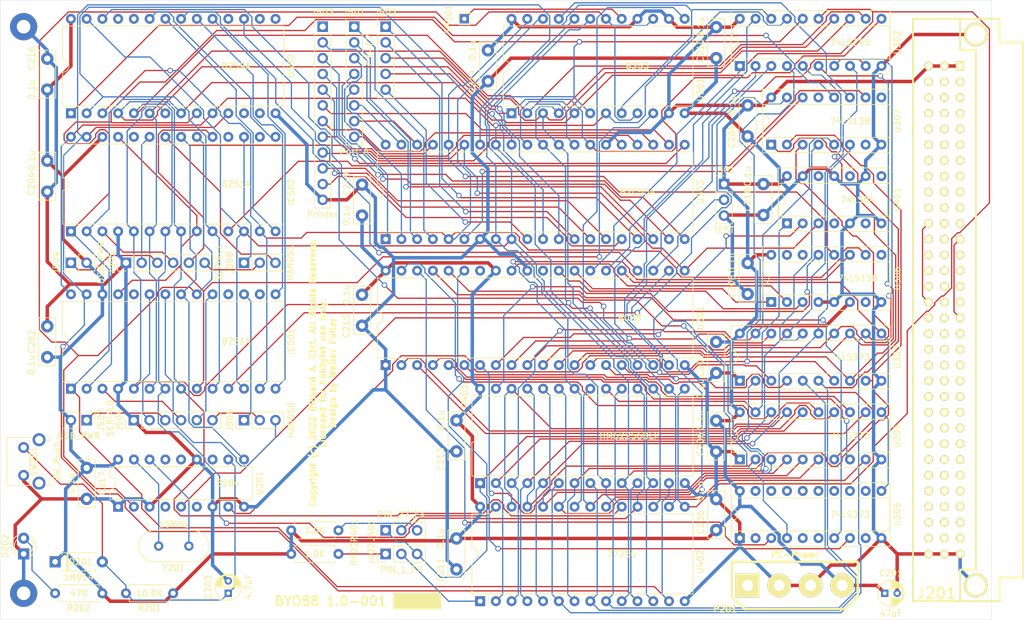
<source format=kicad_pcb>
(kicad_pcb (version 20211014) (generator pcbnew)
  (title_block (title "ECB 2S1P Serial/Parallel Interface") (date "2019-11-30") (rev "1.0-001") (company "Retro Brew Computing group") (comment 1 "Licensed for hobbyist use.") (comment 2 "Copyright (c) 2019 Richard Cini. All Rights reserved."))
  (layers (0 "F.Cu" signal) (31 "B.Cu" signal) (34 "B.Paste" user) (35 "F.Paste" user) (36 "B.SilkS" user "B.Silkscreen") (37 "F.SilkS" user "F.Silkscreen") (38 "B.Mask" user) (39 "F.Mask" user) (44 "Edge.Cuts" user))
  (net 0 "")
  (net 1 "GND")
  (net 2 "VCC")
  (net 3 "Net-(D202-Pad2)")
  (net 4 "BD2")
  (net 5 "BD3")
  (net 6 "TTL_RXD0")
  (net 7 "BD4")
  (net 8 "BD5")
  (net 9 "BD6")
  (net 10 "BD7")
  (net 11 "BAUDC")
  (net 12 "IOW")
  (net 13 "Net-(J401-Pad2)")
  (net 14 "USART")
  (net 15 "BA0")
  (net 16 "IOR")
  (net 17 "INTR_RXINT")
  (net 18 "INTR_TXINT")
  (net 20 "TTL_CTS0")
  (net 22 "TTL_TXD0")
  (net 23 "PCLK")
  (net 24 "RESET")
  (net 25 "TTL_DSR0")
  (net 26 "INTA#")
  (net 27 "TTL_RTS0")
  (net 29 "BD0")
  (net 30 "BD1")
  (net 31 "TTL_RXD1")
  (net 32 "AUXSER")
  (net 33 "INTR_AUXRX")
  (net 34 "INTR_AUXTX")
  (net 36 "TTL_CTS1")
  (net 38 "TTL_TXD1")
  (net 39 "TTL_DSR1")
  (net 40 "TTL_RTS1")
  (net 42 "Net-(J301-Pad2)")
  (net 43 "B_{slash}WAIT")
  (net 44 "B_{slash}BUSRQ")
  (net 45 "B_{slash}BAI")
  (net 46 "B_{slash}M1")
  (net 47 "B_{slash}IQ0")
  (net 48 "B_{slash}IQ1")
  (net 49 "B_{slash}IQ2")
  (net 50 "B_{slash}IORQ")
  (net 51 "B_{slash}RFSH")
  (net 52 "B_{slash}BUSAK")
  (net 53 "B_{slash}IR7")
  (net 54 "B_{slash}IR6")
  (net 55 "B_{slash}IR5")
  (net 56 "B_{slash}IR4")
  (net 57 "B_{slash}IR3")
  (net 58 "B_{slash}IR2")
  (net 59 "B_{slash}IR1")
  (net 60 "B_{slash}IR0")
  (net 61 "B_{slash}SXTAK")
  (net 62 "B_A3")
  (net 63 "B_A7")
  (net 64 "B_{slash}DREQ")
  (net 65 "B_{slash}SXTRQ")
  (net 66 "B_A2")
  (net 67 "B_A6")
  (net 68 "B_{slash}INTA")
  (net 69 "B_{slash}TEND")
  (net 70 "B_A1")
  (net 71 "B_A5")
  (net 72 "B_DT{slash}R")
  (net 73 "B_{slash}DS0")
  (net 74 "B_A0")
  (net 75 "B_A4")
  (net 76 "B_{slash}DS1")
  (net 77 "RD#")
  (net 78 "B_{slash}IEI")
  (net 79 "B_{slash}NMI")
  (net 80 "B_{slash}INT")
  (net 81 "B_{slash}WR")
  (net 82 "B_{slash}RD")
  (net 83 "B_{slash}HALT")
  (net 84 "B_D7")
  (net 85 "B_{slash}RESOUT")
  (net 86 "B_D6")
  (net 87 "B_{slash}CLK")
  (net 88 "B_D5")
  (net 89 "B_{slash}MREQ")
  (net 90 "B_D4")
  (net 91 "B_{slash}RESET")
  (net 92 "B_D3")
  (net 93 "BA14")
  (net 94 "B_D2")
  (net 95 "Net-(J401-Pad3)")
  (net 96 "B_D1")
  (net 97 "Net-(J402-Pad1)")
  (net 98 "B_D0")
  (net 99 "Net-(J402-Pad2)")
  (net 100 "Net-(J501-Pad3)")
  (net 101 "Net-(J501-Pad6)")
  (net 102 "Net-(J502-Pad3)")
  (net 103 "Net-(C203-Pad1)")
  (net 104 "Net-(TP501-Pad1)")
  (net 106 "READY")
  (net 108 "CLOCK")
  (net 112 "Net-(U201-Pad16)")
  (net 113 "Net-(U201-Pad17)")
  (net 114 "A14")
  (net 115 "A13")
  (net 116 "A12")
  (net 117 "A11")
  (net 118 "A10")
  (net 119 "A9")
  (net 120 "A8")
  (net 121 "AD7")
  (net 122 "AD6")
  (net 123 "B_A15")
  (net 124 "B_A12")
  (net 125 "B_A20")
  (net 126 "B_A21")
  (net 127 "B_A10")
  (net 128 "B_A11")
  (net 129 "B_A18")
  (net 130 "B_A17")
  (net 131 "B_A16")
  (net 132 "B_A8")
  (net 133 "B_D15")
  (net 134 "B_D14")
  (net 135 "B_D13")
  (net 136 "B_D12")
  (net 137 "B_D11")
  (net 138 "B_D10")
  (net 139 "B_D9")
  (net 140 "B_D8")
  (net 141 "B_A27")
  (net 142 "B_A26")
  (net 143 "B_A25")
  (net 144 "B_A24")
  (net 145 "B_A9")
  (net 146 "B_A13")
  (net 147 "B_VBAT")
  (net 148 "B_A23")
  (net 149 "B_A22")
  (net 150 "B_A14")
  (net 151 "B_A19")
  (net 152 "AD5")
  (net 153 "AD4")
  (net 154 "AD3")
  (net 155 "AD2")
  (net 156 "AD1")
  (net 157 "AD0")
  (net 158 "SYSCLK")
  (net 159 "INTR")
  (net 160 "ALE")
  (net 161 "DEN")
  (net 162 "DT#R")
  (net 163 "IO#M")
  (net 164 "WR")
  (net 165 "A19")
  (net 166 "A18")
  (net 167 "A17")
  (net 168 "A16")
  (net 169 "A15")
  (net 170 "BA1")
  (net 171 "BA2")
  (net 172 "BA3")
  (net 173 "BA4")
  (net 174 "BA5")
  (net 175 "BA6")
  (net 176 "BA7")
  (net 177 "BA8")
  (net 178 "BA9")
  (net 179 "BA10")
  (net 180 "BA11")
  (net 181 "BA12")
  (net 182 "BA13")
  (net 183 "BA15")
  (net 184 "BA16")
  (net 185 "BA17")
  (net 186 "BA18")
  (net 187 "BA19")
  (net 188 "Net-(J501-Pad1)")
  (net 189 "Net-(J501-Pad2)")
  (net 190 "Net-(J501-Pad4)")
  (net 191 "Net-(J501-Pad5)")
  (net 192 "Net-(J501-Pad7)")
  (net 193 "Net-(J501-Pad8)")
  (net 194 "Net-(J502-Pad1)")
  (net 195 "Net-(J502-Pad2)")
  (net 196 "MEMR")
  (net 197 "MEMW")
  (net 201 "ADC")
  (net 202 "TIMER")
  (net 203 "PIC")
  (net 204 "AUXPPI")
  (net 205 "PPI")
  (net 210 "INTR_TEST")
  (net 211 "INTR_PRINT")
  (net 212 "INTR_ADC")
  (net 213 "INTR_IR7")
  (net 221 "Net-(J502-Pad4)")
  (net 222 "Net-(J502-Pad5)")
  (net 223 "Net-(J504-Pad3)")
  (net 224 "Net-(J504-Pad6)")
  (net 225 "Net-(J505-Pad3)")
  (net 226 "Net-(J505-Pad6)")
  (net 228 "#RESET")
  (net 229 "Net-(J503-Pad10)")
  (net 230 "Net-(J503-Pad11)")
  (net 231 "Net-(J503-Pad2)")
  (net 232 "Net-(J503-Pad3)")
  (net 233 "Net-(J503-Pad4)")
  (net 234 "Net-(J503-Pad5)")
  (net 235 "Net-(J503-Pad6)")
  (net 236 "Net-(J503-Pad7)")
  (net 237 "Net-(J503-Pad8)")
  (net 238 "Net-(J503-Pad9)")
  (net 252 "Net-(U401-Pad2)")
  (footprint "Capacitor_THT:C_Disc_D7.5mm_W2.5mm_P5.00mm" (layer "F.Cu") (at 97.536 79.074 -90)
    (fp_text reference "C215")
    (fp_text value "0.1u")
  )
  (footprint "RAC_Custom:PC-Power" (layer "F.Cu") (at 167.386 125.984)
    (fp_text reference "P201")
    (fp_text value "PC-Power")
  )
  (footprint "Package_DIP:DIP-40_W15.24mm" (layer "F.Cu") (at 101.351 90.429 90)
    (fp_text reference "U301")
    (fp_text value "8088")
  )
  (footprint "Package_DIP:DIP-28_W15.24mm" (layer "F.Cu") (at 50.556 49.789 90)
    (fp_text reference "U502")
    (fp_text value "8259A")
  )
  (footprint "Capacitor_THT:C_Disc_D7.5mm_W2.5mm_P5.00mm" (layer "F.Cu") (at 117.856 39.624 -90)
    (fp_text reference "C214")
    (fp_text value "0.1u")
  )
  (footprint "Capacitor_THT:C_Disc_D7.5mm_W2.5mm_P5.00mm" (layer "F.Cu") (at 46.736 45.974 90)
    (fp_text reference "C216")
    (fp_text value "0.1u")
  )
  (footprint "Package_DIP:DIP-28_W15.24mm" (layer "F.Cu") (at 50.556 94.239 90)
    (fp_text reference "IC501")
    (fp_text value "8251A")
  )
  (footprint "Resistor_THT:R_Axial_DIN0207_L6.3mm_D2.5mm_P7.62mm_Horizontal" (layer "F.Cu") (at 55.626 127.254 180)
    (fp_text reference "R202")
    (fp_text value "470")
  )
  (footprint "Connector_PinHeader_2.54mm:PinHeader_1x06_P2.54mm_Vertical" (layer "F.Cu") (at 59.436 73.914 90)
    (fp_text reference "J505")
    (fp_text value "SERIAL1")
  )
  (footprint "LED_THT:LED_D3.0mm" (layer "F.Cu") (at 42.926 120.904 90)
    (fp_text reference "D202")
    (fp_text value "LED" hide)
  )
  (footprint "Capacitor_THT:C_Disc_D7.5mm_W2.5mm_P5.00mm" (layer "F.Cu") (at 159.766 48.514 -90)
    (fp_text reference "C209")
    (fp_text value "0.1u")
  )
  (footprint "Connector_PinHeader_2.54mm:PinHeader_1x06_P2.54mm_Vertical" (layer "F.Cu") (at 60.706 99.314 90)
    (fp_text reference "J504")
    (fp_text value "SERIAL0")
  )
  (footprint "RAC_Custom:C96ABCM-RA" (layer "F.Cu") (at 191.516 81.534 90)
    (fp_text reference "J201")
    (fp_text value "Bus Interface" hide)
  )
  (footprint "Package_DIP:DIP-28_W15.24mm" (layer "F.Cu") (at 116.596 109.479 90)
    (fp_text reference "U403")
    (fp_text value "HM62256BLP")
  )
  (footprint "Connector_PinHeader_2.54mm:PinHeader_1x05_P2.54mm_Vertical" (layer "F.Cu") (at 101.346 35.814)
    (fp_text reference "J502")
    (fp_text value "C3-C7")
  )
  (footprint "Capacitor_THT:C_Disc_D7.5mm_W2.5mm_P5.00mm" (layer "F.Cu") (at 97.536 66.294 90)
    (fp_text reference "C219")
    (fp_text value "0.1u")
  )
  (footprint "Package_DIP:DIP-24_W15.24mm" (layer "F.Cu") (at 121.661 49.789 90)
    (fp_text reference "U501")
    (fp_text value "8253")
  )
  (footprint "Package_DIP:DIP-28_W15.24mm" (layer "F.Cu") (at 116.596 128.529 90)
    (fp_text reference "U402")
    (fp_text value "27256")
  )
  (footprint "Package_DIP:DIP-28_W15.24mm" (layer "F.Cu") (at 50.556 68.839 90)
    (fp_text reference "IC502")
    (fp_text value "8251A")
  )
  (footprint "TestPoint:TestPoint_THTPad_1.5x1.5mm_Drill0.7mm" (layer "F.Cu") (at 114.046 34.544 90)
    (fp_text reference "TP501")
    (fp_text value "TestPoint" hide)
  )
  (footprint "Capacitor_THT:C_Disc_D7.5mm_W2.5mm_P5.00mm" (layer "F.Cu") (at 112.776 118.404 -90)
    (fp_text reference "C211")
    (fp_text value "0.1u")
  )
  (footprint "MountingHole:MountingHole_2.2mm_M2_Pad" (layer "F.Cu") (at 42.926 127.254)
    (fp_text reference "H202" hide)
    (fp_text value "MH" hide)
  )
  (footprint "Capacitor_THT:C_Disc_D7.5mm_W2.5mm_P5.00mm" (layer "F.Cu") (at 154.686 99.394 -90)
    (fp_text reference "C206")
    (fp_text value "0.1u")
  )
  (footprint "Capacitor_THT:C_Disc_D7.5mm_W2.5mm_P5.00mm" (layer "F.Cu") (at 154.686 86.694 -90)
    (fp_text reference "C207")
    (fp_text value "0.1u")
  )
  (footprint "Capacitor_THT:C_Disc_D7.5mm_W2.5mm_P5.00mm" (layer "F.Cu") (at 112.776 99.354 -90)
    (fp_text reference "C213")
    (fp_text value "0.1u")
  )
  (footprint "Capacitor_THT:CP_Radial_D4.0mm_P2.00mm" (layer "F.Cu") (at 75.946 127.254 90)
    (fp_text reference "C203")
    (fp_text value "4.7uF")
  )
  (footprint "Capacitor_THT:C_Disc_D7.5mm_W2.5mm_P5.00mm" (layer "F.Cu") (at 154.686 35.894 -90)
    (fp_text reference "C210")
    (fp_text value "0.1u")
  )
  (footprint "Connector_PinHeader_2.54mm:PinHeader_1x02_P2.54mm_Vertical" (layer "F.Cu") (at 50.546 73.914 90)
    (fp_text reference "J509")
    (fp_text value "USB_PWR")
  )
  (footprint "MountingHole:MountingHole_2.2mm_M2_Pad" (layer "F.Cu") (at 42.926 35.814)
    (fp_text reference "H201" hide)
    (fp_text value "MH" hide)
  )
  (footprint "Package_DIP:DIP-40_W15.24mm" (layer "F.Cu") (at 101.351 70.104 90)
    (fp_text reference "U503")
    (fp_text value "82C55A")
  )
  (footprint "Connector_PinHeader_2.54mm:PinHeader_1x08_P2.54mm_Vertical" (layer "F.Cu") (at 96.281 35.814)
    (fp_text reference "J501")
    (fp_text value "Port A")
  )
  (footprint "Capacitor_THT:C_Disc_D7.5mm_W2.5mm_P5.00mm" (layer "F.Cu") (at 46.736 89.154 90)
    (fp_text reference "C202")
    (fp_text value "0.1u")
  )
  (footprint "Capacitor_THT:C_Disc_D7.5mm_W2.5mm_P5.00mm" (layer "F.Cu") (at 159.766 73.954 -90)
    (fp_text reference "C208")
    (fp_text value "0.1u")
  )
  (footprint "Package_DIP:DIP-14_W7.62mm_Socket" (layer "F.Cu") (at 166.111 67.554 90)
    (fp_text reference "U401")
    (fp_text value "74LS04")
  )
  (footprint "Package_DIP:DIP-20_W7.62mm_Socket" (layer "F.Cu") (at 158.501 42.154 90)
    (fp_text reference "U302")
    (fp_text value "74LS245")
  )
  (footprint "Package_DIP:DIP-18_W7.62mm" (layer "F.Cu") (at 58.176 113.284 90)
    (fp_text reference "U201")
    (fp_text value "8284")
  )
  (footprint "Capacitor_THT:C_Disc_D7.5mm_W2.5mm_P5.00mm" (layer "F.Cu") (at 154.686 117.054 90)
    (fp_text reference "C205")
    (fp_text value "0.1u")
  )
  (footprint "Package_DIP:DIP-16_W7.62mm_Socket" (layer "F.Cu") (at 163.566 54.854 90)
    (fp_text reference "U307")
    (fp_text value "74LS138")
  )
  (footprint "Connector_PinHeader_2.54mm:PinHeader_1x03_P2.54mm_Vertical" (layer "F.Cu") (at 78.486 73.914 90)
    (fp_text reference "J508")
    (fp_text value "HANDS1")
  )
  (footprint "Capacitor_THT:C_Disc_D7.5mm_W2.5mm_P5.00mm" (layer "F.Cu") (at 53.096 107.024 -90)
    (fp_text reference "C217")
    (fp_text value "0.1u")
  )
  (footprint "Package_DIP:DIP-20_W7.62mm_Socket" (layer "F.Cu") (at 158.496 105.654 90)
    (fp_text reference "U304")
    (fp_text value "74LS373")
  )
  (footprint "Connector_PinHeader_2.54mm:PinHeader_1x03_P2.54mm_Vertical" (layer "F.Cu") (at 101.346 120.904 90)
    (fp_text reference "J402")
    (fp_text value "PIN_1_FX")
  )
  (footprint "Connector_PinHeader_2.54mm:PinHeader_1x12_P2.54mm_Vertical" (layer "F.Cu") (at 91.186 35.814)
    (fp_text reference "J503")
    (fp_text value "Printer")
  )
  (footprint "Capacitor_THT:C_Disc_D7.5mm_W2.5mm_P5.00mm" (layer "F.Cu") (at 46.736 57.444 -90)
    (fp_text reference "C204")
    (fp_text value "0.1u")
  )
  (footprint "Capacitor_THT:C_Disc_D7.5mm_W2.5mm_P5.00mm" (layer "F.Cu") (at 162.306 61.214 -90)
    (fp_text reference "C218")
    (fp_text value "0.1u")
  )
  (footprint "Connector_PinHeader_2.54mm:PinHeader_1x02_P2.54mm_Vertical" (layer "F.Cu") (at 53.086 99.314 -90)
    (fp_text reference "J507")
    (fp_text value "USB_PWR")
  )
  (footprint "Resistor_THT:R_Axial_DIN0207_L6.3mm_D2.5mm_P7.62mm_Horizontal" (layer "F.Cu") (at 93.726 117.094 180)
    (fp_text reference "R401")
    (fp_text value "1.0K")
  )
  (footprint "Connector_PinHeader_2.54mm:PinHeader_1x03_P2.54mm_Vertical" (layer "F.Cu") (at 155.956 61.214)
    (fp_text reference "J301")
    (fp_text value "TEST")
  )
  (footprint "Connector_PinHeader_2.54mm:PinHeader_1x03_P2.54mm_Vertical" (layer "F.Cu") (at 78.486 99.314 90)
    (fp_text reference "J506")
    (fp_text value "HANDS0")
  )
  (footprint "Resistor_THT:R_Axial_DIN0207_L6.3mm_D2.5mm_P7.62mm_Horizontal" (layer "F.Cu") (at 86.106 120.904)
    (fp_text reference "R402")
    (fp_text value "1.0K")
  )
  (footprint "Capacitor_THT:CP_Radial_D4.0mm_P2.00mm" (layer "F.Cu") (at 181.896 127.254)
    (fp_text reference "C201")
    (fp_text value "47uF")
  )
  (footprint "Connector_PinHeader_2.54mm:PinHeader_1x03_P2.54mm_Vertical" (layer "F.Cu") (at 101.346 117.094 90)
    (fp_text reference "J401")
    (fp_text value "PIN_27_FX")
  )
  (footprint "Resistor_THT:R_Axial_DIN0207_L6.3mm_D2.5mm_P7.62mm_Horizontal" (layer "F.Cu") (at 67.056 127.254 180)
    (fp_text reference "R201")
    (fp_text value "10.0K")
  )
  (footprint "Package_DIP:DIP-20_W7.62mm_Socket" (layer "F.Cu") (at 158.496 118.354 90)
    (fp_text reference "U305")
    (fp_text value "74LS373")
  )
  (footprint "Crystal:Crystal_HC49-U_Vertical" (layer "F.Cu") (at 69.596 119.634 180)
    (fp_text reference "Y201")
    (fp_text value "15MHz")
  )
  (footprint "Package_DIP:DIP-20_W7.62mm_Socket" (layer "F.Cu") (at 158.501 92.954 90)
    (fp_text reference "U303")
    (fp_text value "74LS373")
  )
  (footprint "Button_Switch_THT:SW_Tactile_SPST_Angled_PTS645Vx31-2LFS" (layer "F.Cu") (at 42.926 108.224 90)
    (fp_text reference "SW201")
    (fp_text value "SW_Push")
  )
  (footprint "Package_DIP:DIP-16_W7.62mm_Socket" (layer "F.Cu") (at 163.566 80.254 90)
    (fp_text reference "U306")
    (fp_text value "74LS138")
  )
  (footprint "Diode_THT:D_A-405_P7.62mm_Horizontal" (layer "F.Cu") (at 48.006 122.174)
    (fp_text reference "D201")
    (fp_text value "1N914")
  )
  (gr_poly (pts (xy 102.616 127.254) (xy 110.236 127.254) (xy 110.236 129.794) (xy 102.616 129.794)) (layer "F.SilkS") (width 0.1) (fill solid))
  (gr_line (start 199.136 81.534) (end 199.136 31.534) (layer "Edge.Cuts") (width 0.05))
  (gr_line (start 199.136 131.534) (end 199.136 81.534) (layer "Edge.Cuts") (width 0.05))
  (gr_line (start 199.136 31.534) (end 39.136 31.534) (layer "Edge.Cuts") (width 0.05))
  (gr_line (start 39.136 131.534) (end 199.136 131.534) (layer "Edge.Cuts") (width 0.05))
  (gr_line (start 39.136 31.534) (end 39.136 131.534) (layer "Edge.Cuts") (width 0.05))
  (gr_text "Copyright (c) 2022 Richard A. Cini. All Rights Reserved.\nLicensed for hobbyist use only.\nDesign by Walter Fuller" (at 91.186 91.694 90) (layer "F.SilkS") (effects (font (size 1 1) (thickness 0.25))))
  (gr_text "BYO88 1.0-001" (at 92.456 128.524) (layer "F.SilkS") (effects (font (size 1.5 1.5) (thickness 0.3))))
  (segment (start 183.906 120.904) (end 181.356 118.354) (width 0.5588) (layer "F.Cu") (net 1))
  (segment (start 196.596 37.084) (end 186.431 37.084) (width 0.5588) (layer "F.Cu") (net 1))
  (segment (start 149.601 49.789) (end 156.041 49.789) (width 0.5588) (layer "F.Cu") (net 1))
  (segment (start 46.736 81.0013) (end 46.736 84.154) (width 0.5588) (layer "F.Cu") (net 1))
  (segment (start 157.236 104.394) (end 158.496 105.654) (width 0.5588) (layer "F.Cu") (net 1))
  (segment (start 188.976 120.904) (end 191.516 120.904) (width 0.5588) (layer "F.Cu") (net 1))
  (segment (start 186.431 37.084) (end 181.361 42.154) (width 0.5588) (layer "F.Cu") (net 1))
  (segment (start 183.896 120.914) (end 183.906 120.904) (width 0.5588) (layer "F.Cu") (net 1))
  (segment (start 66.509 101.297) (end 62.689 101.297) (width 0.5588) (layer "F.Cu") (net 1))
  (segment (start 55.991 77.359) (end 50.3783 77.359) (width 0.5588) (layer "F.Cu") (net 1))
  (segment (start 70.876 105.664) (end 63.256 113.284) (width 0.5588) (layer "F.Cu") (net 1))
  (segment (start 62.689 101.297) (end 60.706 99.314) (width 0.5588) (layer "F.Cu") (net 1))
  (segment (start 46.736 73.7167) (end 50.3783 77.359) (width 0.5588) (layer "F.Cu") (net 1))
  (segment (start 70.876 105.664) (end 66.509 101.297) (width 0.5588) (layer "F.Cu") (net 1))
  (segment (start 173.726 80.254) (end 171.186 80.254) (width 0.5588) (layer "F.Cu") (net 1))
  (segment (start 172.4723 58.6753) (end 169.9097 58.6753) (width 0.5588) (layer "F.Cu") (net 1))
  (segment (start 169.9097 58.6753) (end 168.651 59.934) (width 0.5588) (layer "F.Cu") (net 1))
  (segment (start 91.186 63.754) (end 95.076 63.754) (width 0.5588) (layer "F.Cu") (net 1))
  (segment (start 41.5684 116.266) (end 41.5684 119.5464) (width 0.5588) (layer "F.Cu") (net 1))
  (segment (start 77.2323 112.0203) (end 74.6797 112.0203) (width 0.5588) (layer "F.Cu") (net 1))
  (segment (start 158.496 118.354) (end 158.496 115.864) (width 0.5588) (layer "F.Cu") (net 1))
  (segment (start 177.0067 122.7033) (end 173.2067 122.7033) (width 0.5588) (layer "F.Cu") (net 1))
  (segment (start 45.8104 112.024) (end 42.926 109.1396) (width 0.5588) (layer "F.Cu") (net 1))
  (segment (start 173.731 59.934) (end 172.4723 58.6753) (width 0.5588) (layer "F.Cu") (net 1))
  (segment (start 191.516 120.904) (end 194.056 120.904) (width 0.5588) (layer "F.Cu") (net 1))
  (segment (start 74.6797 112.0203) (end 73.416 113.284) (width 0.5588) (layer "F.Cu") (net 1))
  (segment (start 50.3783 77.359) (end 46.736 81.0013) (width 0.5588) (layer "F.Cu") (net 1))
  (segment (start 158.496 115.864) (end 154.686 112.054) (width 0.5588) (layer "F.Cu") (net 1))
  (segment (start 46.736 62.444) (end 46.736 73.7167) (width 0.5588) (layer "F.Cu") (net 1))
  (segment (start 154.686 104.394) (end 157.236 104.394) (width 0.5588) (layer "F.Cu") (net 1))
  (segment (start 121.586 40.894) (end 154.686 40.894) (width 0.5588) (layer "F.Cu") (net 1))
  (segment (start 95.076 63.754) (end 97.536 61.294) (width 0.5588) (layer "F.Cu") (net 1))
  (segment (start 158.501 92.954) (end 157.241 91.694) (width 0.5588) (layer "F.Cu") (net 1))
  (segment (start 42.926 109.1396) (end 42.926 108.224) (width 0.5588) (layer "F.Cu") (net 1))
  (segment (start 169.926 125.984) (end 164.846 125.984) (width 0.5588) (layer "F.Cu") (net 1))
  (segment (start 156.036 66.214) (end 155.956 66.294) (width 0.5588) (layer "F.Cu") (net 1))
  (segment (start 78.496 113.284) (end 77.2323 112.0203) (width 0.5588) (layer "F.Cu") (net 1))
  (segment (start 183.906 120.904) (end 188.976 120.904) (width 0.5588) (layer "F.Cu") (net 1))
  (segment (start 173.2067 122.7033) (end 169.926 125.984) (width 0.5588) (layer "F.Cu") (net 1))
  (segment (start 53.096 112.024) (end 45.8104 112.024) (width 0.5588) (layer "F.Cu") (net 1))
  (segment (start 156.041 49.789) (end 159.766 53.514) (width 0.5588) (layer "F.Cu") (net 1))
  (segment (start 183.896 127.254) (end 183.896 120.914) (width 0.5588) (layer "F.Cu") (net 1))
  (segment (start 162.306 66.214) (end 156.036 66.214) (width 0.5588) (layer "F.Cu") (net 1))
  (segment (start 59.436 73.914) (end 55.991 77.359) (width 0.5588) (layer "F.Cu") (net 1))
  (segment (start 117.856 44.624) (end 121.586 40.894) (width 0.5588) (layer "F.Cu") (net 1))
  (segment (start 157.241 91.694) (end 154.686 91.694) (width 0.5588) (layer "F.Cu") (net 1))
  (segment (start 181.356 118.354) (end 177.0067 122.7033) (width 0.5588) (layer "F.Cu") (net 1))
  (segment (start 45.8104 112.024) (end 41.5684 116.266) (width 0.5588) (layer "F.Cu") (net 1))
  (segment (start 41.5684 119.5464) (end 42.926 120.904) (width 0.5588) (layer "F.Cu") (net 1))
  (segment (start 174.9886 61.1916) (end 177.5286 61.1916) (width 0.5588) (layer "B.Cu") (net 1))
  (segment (start 157.2978 67.6358) (end 155.956 66.294) (width 0.5588) (layer "B.Cu") (net 1))
  (segment (start 181.346 54.854) (end 180.0786 53.5866) (width 0.5588) (layer "B.Cu") (net 1))
  (segment (start 73.416 113.284) (end 73.416 122.724) (width 0.5588) (layer "B.Cu") (net 1))
  (segment (start 158.5035 119.6415) (end 158.496 119.634) (width 0.5588) (layer "B.Cu") (net 1))
  (segment (start 166.4335 62.0866) (end 166.4335 62.0865) (width 0.5588) (layer "B.Cu") (net 1))
  (segment (start 91.186 63.754) (end 88.6358 61.2038) (width 0.5588) (layer "B.Cu") (net 1))
  (segment (start 159.766 78.954) (end 157.2978 76.4858) (width 0.5588) (layer "B.Cu") (net 1))
  (segment (start 180.086 94.229) (end 180.086 104.384) (width 0.5588) (layer "B.Cu") (net 1))
  (segment (start 80.491 113.284) (end 78.496 113.284) (width 0.5588) (layer "B.Cu") (net 1))
  (segment (start 59.436 73.914) (end 58.176 72.654) (width 0.5588) (layer "B.Cu") (net 1))
  (segment (start 177.5534 61.1916) (end 178.811 59.934) (width 0.5588) (layer "B.Cu") (net 1))
  (segment (start 99.7043 63.4623) (end 97.536 61.294) (width 0.5588) (layer "B.Cu") (net 1))
  (segment (start 100.3841 71.3865) (end 99.7043 70.7067) (width 0.5588) (layer "B.Cu") (net 1))
  (segment (start 117.8527 58.7437) (end 115.321 56.212) (width 0.5588) (layer "B.Cu") (net 1))
  (segment (start 58.176 72.654) (end 58.176 68.839) (width 0.5588) (layer "B.Cu") (net 1))
  (segment (start 180.0786 43.4364) (end 181.361 42.154) (width 0.5588) (layer "B.Cu") (net 1))
  (segment (start 115.321 47.159) (end 117.856 44.624) (width 0.5588) (layer "B.Cu") (net 1))
  (segment (start 46.736 39.624) (end 46.736 40.974) (width 0.5588) (layer "B.Cu") (net 1))
  (segment (start 111.2859 104.354) (end 111.2859 121.9139) (width 0.5588) (layer "B.Cu") (net 1))
  (segment (start 174.996 78.984) (end 173.726 80.254) (width 0.5588) (layer "B.Cu") (net 1))
  (segment (start 53.096 112.024) (end 56.916 112.024) (width 0.5588) (layer "B.Cu") (net 1))
  (segment (start 124.211 75.189) (end 124.211 74.7379) (width 0.5588) (layer "B.Cu") (net 1))
  (segment (start 180.086 117.084) (end 181.356 118.354) (width 0.5588) (layer "B.Cu") (net 1))
  (segment (start 73.416 122.724) (end 75.946 125.254) (width 0.5588) (layer "B.Cu") (net 1))
  (segment (start 154.686 112.054) (end 154.686 111.3963) (width 0.5588) (layer "B.Cu") (net 1))
  (segment (start 101.351 87.889) (end 101.351 90.429) (width 0.5588) (layer "B.Cu") (net 1))
  (segment (start 102.621 73.1118) (end 113.5832 73.1118) (width 0.5588) (layer "B.Cu") (net 1))
  (segment (start 166.4335 62.0865) (end 162.306 66.214) (width 0.5588) (layer "B.Cu") (net 1))
  (segment (start 181.346 80.254) (end 180.091 81.509) (width 0.5588) (layer "B.Cu") (net 1))
  (segment (start 149.616 109.479) (end 151.5333 111.3963) (width 0.5588) (layer "B.Cu") (net 1))
  (segment (start 181.346 80.254) (end 180.076 78.984) (width 0.5588) (layer "B.Cu") (net 1))
  (segment (start 97.536 84.074) (end 102.621 78.989) (width 0.5588) (layer "B.Cu") (net 1))
  (segment (start 119.7632 72.5296) (end 116.9643 69.7307) (width 0.5588) (layer "B.Cu") (net 1))
  (segment (start 113.5832 73.1118) (end 116.591 70.104) (width 0.5588) (layer "B.Cu") (net 1))
  (segment (start 166.4335 62.0865) (end 164.8534 60.5065) (width 0.5588) (layer "B.Cu") (net 1))
  (segment (start 153.2284 93.1516) (end 154.686 91.694) (width 0.5588) (layer "B.Cu") (net 1))
  (segment (start 111.2859 104.354) (end 112.776 104.354) (width 0.5588) (layer "B.Cu") (net 1))
  (segment (start 100.8957 71.3865) (end 100.3841 71.3865) (width 0.5588) (layer "B.Cu") (net 1))
  (segment (start 180.076 78.984) (end 174.996 78.984) (width 0.5588) (layer "B.Cu") (net 1))
  (segment (start 180.091 81.509) (end 180.091 91.684) (width 0.5588) (layer "B.Cu") (net 1))
  (segment (start 173.731 59.934) (end 174.9886 61.1916) (width 0.5588) (layer "B.Cu") (net 1))
  (segment (start 59.436 73.914) (end 59.436 92.979) (width 0.5588) (layer "B.Cu") (net 1))
  (segment (start 158.5035 119.6415) (end 149.616 128.529) (width 0.5588) (layer "B.Cu") (net 1))
  (segment (start 181.356 105.654) (end 180.086 106.924) (width 0.5588) (layer "B.Cu") (net 1))
  (segment (start 70.876 105.664) (end 73.416 108.204) (width 0.5588) (layer "B.Cu") (net 1))
  (segment (start 152.3336 93.1516) (end 149.611 90.429) (width 0.5588) (layer "B.Cu") (net 1))
  (segment (start 164.8534 60.5065) (end 164.8534 58.6014) (width 0.5588) (layer "B.Cu") (net 1))
  (segment (start 178.811 59.934) (end 178.811 57.389) (width 0.5588) (layer "B.Cu") (net 1))
  (segment (start 180.0786 53.5866) (end 180.0786 43.4364) (width 0.5588) (layer "B.Cu") (net 1))
  (segment (start 46.736 62.444) (end 48.1936 60.9864) (width 0.5588) (layer "B.Cu") (net 1))
  (segment (start 42.926 35.814) (end 46.736 39.624) (width 0.5588) (layer "B.Cu") (net 1))
  (segment (start 154.686 111.3963) (end 154.686 104.394) (width 0.5588) (layer "B.Cu") (net 1))
  (segment (start 48.1936 42.4316) (end 46.736 40.974) (width 0.5588) (layer "B.Cu") (net 1))
  (segment (start 88.6358 61.2038) (end 88.6358 54.8488) (width 0.5588) (layer "B.Cu") (net 1))
  (segment (start 59.436 92.979) (end 58.176 94.239) (width 0.5588) (layer "B.Cu") (net 1))
  (segment (start 111.2859 121.9139) (end 112.776 123.404) (width 0.5588) (layer "B.Cu") (net 1))
  (segment (start 116.9643 69.7307) (end 117.8527 68.8423) (width 0.5588) (layer "B.Cu") (net 1))
  (segment (start 48.1936 60.9864) (end 48.1936 42.4316) (width 0.5588) (layer "B.Cu") (net 1))
  (segment (start 122.0027 72.5296) (end 119.7632 72.5296) (width 0.5588) (layer "B.Cu") (net 1))
  (segment (start 164.8534 58.6014) (end 159.766 53.514) (width 0.5588) (layer "B.Cu") (net 1))
  (segment (start 102.621 73.1118) (end 100.8957 71.3865) (width 0.5588) (layer "B.Cu") (net 1))
  (segment (start 63.256 113.284) (end 61.9943 112.0223) (width 0.5588) (layer "B.Cu") (net 1))
  (segment (start 174.996 78.984) (end 174.996 68.829) (width 0.5588) (layer "B.Cu") (net 1))
  (segment (start 166.4984 62.0866) (end 166.4335 62.0866) (width 0.5588) (layer "B.Cu") (net 1))
  (segment (start 101.351 94.4191) (end 99.3559 94.4191) (width 0.5588) (layer "B.Cu") (net 1))
  (segment (start 116.591 70.104) (end 116.9643 69.7307) (width 0.5588) (layer "B.Cu") (net 1))
  (segment (start 180.086 106.924) (end 180.086 117.084) (width 0.5588) (layer "B.Cu") (net 1))
  (segment (start 164.846 125.984) (end 158.5035 119.6415) (width 0.5588) (layer "B.Cu") (net 1))
  (segment (start 177.5286 61.1916) (end 177.5534 61.1916) (width 0.5588) (layer "B.Cu") (net 1))
  (segment (start 101.351 90.429) (end 101.351 94.4191) (width 0.5588) (layer "B.Cu") (net 1))
  (segment (start 101.351 94.4191) (end 111.2859 104.354) (width 0.5588) (layer "B.Cu") (net 1))
  (segment (start 180.091 91.684) (end 181.361 92.954) (width 0.5588) (layer "B.Cu") (net 1))
  (segment (start 153.2284 93.1516) (end 152.3336 93.1516) (width 0.5588) (layer "B.Cu") (net 1))
  (segment (start 115.321 56.212) (end 115.321 47.159) (width 0.5588) (layer "B.Cu") (net 1))
  (segment (start 73.416 108.204) (end 73.416 113.284) (width 0.5588) (layer "B.Cu") (net 1))
  (segment (start 88.6358 54.8488) (end 83.576 49.789) (width 0.5588) (layer "B.Cu") (net 1))
  (segment (start 102.621 78.989) (end 102.621 73.1118) (width 0.5588) (layer "B.Cu") (net 1))
  (segment (start 58.176 96.784) (end 58.176 94.239) (width 0.5588) (layer "B.Cu") (net 1))
  (segment (start 194.056 123.444) (end 194.056 120.904) (width 0.5588) (layer "B.Cu") (net 1))
  (segment (start 149.601 49.789) (end 154.686 44.704) (width 0.5588) (layer "B.Cu") (net 1))
  (segment (start 196.596 125.984) (end 194.056 123.444) (width 0.5588) (layer "B.Cu") (net 1))
  (segment (start 176.271 67.554) (end 177.5286 66.2964) (width 0.5588) (layer "B.Cu") (net 1))
  (segment (start 56.916 112.024) (end 58.176 113.284) (width 0.5588) (layer "B.Cu") (net 1))
  (segment (start 158.496 119.634) (end 158.496 118.354) (width 0.5588) (layer "B.Cu") (net 1))
  (segment (start 61.9943 112.0223) (end 59.4377 112.0223) (width 0.5588) (layer "B.Cu") (net 1))
  (segment (start 174.996 68.829) (end 176.271 67.554) (width 0.5588) (layer "B.Cu") (net 1))
  (segment (start 97.536 84.074) (end 101.351 87.889) (width 0.5588) (layer "B.Cu") (net 1))
  (segment (start 181.361 92.954) (end 180.086 94.229) (width 0.5588) (layer "B.Cu") (net 1))
  (segment (start 42.926 120.904) (end 42.926 127.254) (width 0.5588) (layer "B.Cu") (net 1))
  (segment (start 177.5286 61.1916) (end 177.5286 66.2964) (width 0.5588) (layer "B.Cu") (net 1))
  (segment (start 178.811 57.389) (end 181.346 54.854) (width 0.5588) (layer "B.Cu") (net 1))
  (segment (start 124.211 74.7379) (end 122.0027 72.5296) (width 0.5588) (layer "B.Cu") (net 1))
  (segment (start 117.8527 68.8423) (end 117.8527 58.7437) (width 0.5588) (layer "B.Cu") (net 1))
  (segment (start 180.0934 66.2964) (end 181.351 67.554) (width 0.5588) (layer "B.Cu") (net 1))
  (segment (start 59.4377 112.0223) (end 58.176 113.284) (width 0.5588) (layer "B.Cu") (net 1))
  (segment (start 180.086 104.384) (end 181.356 105.654) (width 0.5588) (layer "B.Cu") (net 1))
  (segment (start 153.2284 102.9364) (end 153.2284 93.1516) (width 0.5588) (layer "B.Cu") (net 1))
  (segment (start 154.686 44.704) (end 154.686 40.894) (width 0.5588) (layer "B.Cu") (net 1))
  (segment (start 168.651 59.934) (end 166.4984 62.0866) (width 0.5588) (layer "B.Cu") (net 1))
  (segment (start 154.686 104.394) (end 153.2284 102.9364) (width 0.5588) (layer "B.Cu") (net 1))
  (segment (start 60.706 99.314) (end 58.176 96.784) (width 0.5588) (layer "B.Cu") (net 1))
  (segment (start 157.2978 76.4858) (end 157.2978 67.6358) (width 0.5588) (layer "B.Cu") (net 1))
  (segment (start 99.3559 94.4191) (end 80.491 113.284) (width 0.5588) (layer "B.Cu") (net 1))
  (segment (start 151.5333 111.3963) (end 154.686 111.3963) (width 0.5588) (layer "B.Cu") (net 1))
  (segment (start 99.7043 70.7067) (end 99.7043 63.4623) (width 0.5588) (layer "B.Cu") (net 1))
  (segment (start 177.5286 66.2964) (end 180.0934 66.2964) (width 0.5588) (layer "B.Cu") (net 1))
  (segment (start 155.956 61.214) (end 162.306 61.214) (width 0.5588) (layer "F.Cu") (net 2))
  (segment (start 101.351 75.189) (end 97.536 79.004) (width 0.5588) (layer "F.Cu") (net 2))
  (segment (start 49.2635 70.0915) (end 49.2635 59.9715) (width 0.5588) (layer "F.Cu") (net 2))
  (segment (start 154.686 99.394) (end 157.136 99.394) (width 0.5588) (layer "F.Cu") (net 2))
  (segment (start 46.736 45.974) (end 50.556 42.154) (width 0.5588) (layer "F.Cu") (net 2))
  (segment (start 97.536 79.004) (end 97.536 79.074) (width 0.5588) (layer "F.Cu") (net 2))
  (segment (start 163.566 47.234) (end 166.1398 44.6602) (width 0.5588) (layer "F.Cu") (net 2))
  (segment (start 49.2635 59.9715) (end 46.736 57.444) (width 0.5588) (layer "F.Cu") (net 2))
  (segment (start 55.626 127.254) (end 56.9055 128.5335) (width 0.5588) (layer "F.Cu") (net 2))
  (segment (start 154.686 35.894) (end 157.141 35.894) (width 0.5588) (layer "F.Cu") (net 2))
  (segment (start 147.061 34.549) (end 148.406 35.894) (width 0.5588) (layer "F.Cu") (net 2))
  (segment (start 119.131 75.189) (end 117.8734 73.9314) (width 0.5588) (layer "F.Cu") (net 2))
  (segment (start 164.831 61.214) (end 166.111 59.934) (width 0.5588) (layer "F.Cu") (net 2))
  (segment (start 159.766 48.514) (end 148.336 48.514) (width 0.5588) (layer "F.Cu") (net 2))
  (segment (start 122.9267 35.8147) (end 121.661 34.549) (width 0.5588) (layer "F.Cu") (net 2))
  (segment (start 153.336 118.404) (end 154.686 117.054) (width 0.5588) (layer "F.Cu") (net 2))
  (segment (start 112.776 118.404) (end 153.336 118.404) (width 0.5588) (layer "F.Cu") (net 2))
  (segment (start 163.566 47.234) (end 162.286 48.514) (width 0.5588) (layer "F.Cu") (net 2))
  (segment (start 159.7815 84.0535) (end 172.4665 84.0535) (width 0.5588) (layer "F.Cu") (net 2))
  (segment (start 162.286 48.514) (end 159.766 48.514) (width 0.5588) (layer "F.Cu") (net 2))
  (segment (start 141.981 34.549) (end 140.7153 35.8147) (width 0.5588) (layer "F.Cu") (net 2))
  (segment (start 140.7153 35.8147) (end 122.9267 35.8147) (width 0.5588) (layer "F.Cu") (net 2))
  (segment (start 158.501 85.334) (end 159.7815 84.0535) (width 0.5588) (layer "F.Cu") (net 2))
  (segment (start 49.2635 59.9715) (end 55.636 53.599) (width 0.5588) (layer "F.Cu") (net 2))
  (segment (start 112.3991 118.7809) (end 112.776 118.404) (width 0.5588) (layer "F.Cu") (net 2))
  (segment (start 86.106 117.094) (end 87.7929 118.7809) (width 0.5588) (layer "F.Cu") (net 2))
  (segment (start 148.336 48.514) (end 147.061 49.789) (width 0.5588) (layer "F.Cu") (net 2))
  (segment (start 191.516 42.164) (end 194.056 42.164) (width 0.5588) (layer "F.Cu") (net 2))
  (segment (start 56.9055 128.5335) (end 65.7765 128.5335) (width 0.5588) (layer "F.Cu") (net 2))
  (segment (start 161.086 72.634) (end 159.766 73.954) (width 0.5588) (layer "F.Cu") (net 2))
  (segment (start 157.141 35.894) (end 158.501 34.534) (width 0.5588) (layer "F.Cu") (net 2))
  (segment (start 166.1398 44.6602) (end 186.4798 44.6602) (width 0.5588) (layer "F.Cu") (net 2))
  (segment (start 180.626 125.984) (end 181.896 127.254) (width 0.5588) (layer "F.Cu") (net 2))
  (segment (start 148.406 35.894) (end 154.686 35.894) (width 0.5588) (layer "F.Cu") (net 2))
  (segment (start 115.3385 101.9165) (end 112.776 99.354) (width 0.5588) (layer "F.Cu") (net 2))
  (segment (start 163.566 72.634) (end 161.086 72.634) (width 0.5588) (layer "F.Cu") (net 2))
  (segment (start 50.556 42.154) (end 50.556 34.549) (width 0.5588) (layer "F.Cu") (net 2))
  (segment (start 191.516 42.164) (end 188.976 42.164) (width 0.5588) (layer "F.Cu") (net 2))
  (segment (start 117.8734 73.9314) (end 102.6086 73.9314) (width 0.5588) (layer "F.Cu") (net 2))
  (segment (start 186.4798 44.6602) (end 188.976 42.164) (width 0.5588) (layer "F.Cu") (net 2))
  (segment (start 67.056 127.254) (end 73.406 120.904) (width 0.5588) (layer "F.Cu") (net 2))
  (segment (start 53.086 73.914) (end 49.2635 70.0915) (width 0.5588) (layer "F.Cu") (net 2))
  (segment (start 87.7929 118.7809) (end 112.3991 118.7809) (width 0.5588) (layer "F.Cu") (net 2))
  (segment (start 172.4665 84.0535) (end 176.266 80.254) (width 0.5588) (layer "F.Cu") (net 2))
  (segment (start 73.406 120.904) (end 86.106 120.904) (width 0.5588) (layer "F.Cu") (net 2))
  (segment (start 157.136 99.394) (end 158.496 98.034) (width 0.5588) (layer "F.Cu") (net 2))
  (segment (start 162.306 61.214) (end 164.831 61.214) (width 0.5588) (layer "F.Cu") (net 2))
  (segment (start 65.7765 128.5335) (end 67.056 127.254) (width 0.5588) (layer "F.Cu") (net 2))
  (segment (start 102.6086 73.9314) (end 101.351 75.189) (width 0.5588) (layer "F.Cu") (net 2))
  (segment (start 115.3385 112.0315) (end 115.3385 101.9165) (width 0.5588) (layer "F.Cu") (net 2))
  (segment (start 116.596 113.289) (end 115.3385 112.0315) (width 0.5588) (layer "F.Cu") (net 2))
  (segment (start 175.006 125.984) (end 180.626 125.984) (width 0.5588) (layer "F.Cu") (net 2))
  (segment (start 159.766 48.514) (end 155.956 52.324) (width 0.5588) (layer "B.Cu") (net 2))
  (segment (start 138.8928 52.8822) (end 143.9678 52.8822) (width 0.5588) (layer "B.Cu") (net 2))
  (segment (start 53.086 73.914) (end 55.636 76.464) (width 0.5588) (layer "B.Cu") (net 2))
  (segment (start 46.736 57.444) (end 46.736 45.974) (width 0.5588) (layer "B.Cu") (net 2))
  (segment (start 159.766 65.024) (end 155.956 61.214) (width 0.5588) (layer "B.Cu") (net 2))
  (segment (start 159.766 73.954) (end 159.766 65.024) (width 0.5588) (layer "B.Cu") (net 2))
  (segment (start 53.096 107.024) (end 53.096 106.6942) (width 0.5588) (layer "B.Cu") (net 2))
  (segment (start 158.496 113.244) (end 160.2933 113.244) (width 0.5588) (layer "B.Cu") (net 2))
  (segment (start 48.8584 97.6264) (end 48.8584 89.154) (width 0.5588) (layer "B.Cu") (net 2))
  (segment (start 116.596 94.239) (end 115.321 92.964) (width 0.5588) (layer "B.Cu") (net 2))
  (segment (start 116.596 114.6603) (end 116.596 113.289) (width 0.5588) (layer "B.Cu") (net 2))
  (segment (start 49.7127 120.77) (end 55.626 126.6833) (width 0.5588) (layer "B.Cu") (net 2))
  (segment (start 159.766 73.954) (end 161.2251 75.4131) (width 0.5588) (layer "B.Cu") (net 2))
  (segment (start 115.321 78.999) (end 119.131 75.189) (width 0.5588) (layer "B.Cu") (net 2))
  (segment (start 112.776 118.404) (end 112.8523 118.404) (width 0.5588) (layer "B.Cu") (net 2))
  (segment (start 48.006 122.174) (end 49.41 120.77) (width 0.5588) (layer "B.Cu") (net 2))
  (segment (start 158.496 98.034) (end 157.1654 96.7034) (width 0.5588) (layer "B.Cu") (net 2))
  (segment (start 161.2251 82.6099) (end 158.501 85.334) (width 0.5588) (layer "B.Cu") (net 2))
  (segment (start 164.846 117.7967) (end 164.846 118.8672) (width 0.5588) (layer "B.Cu") (net 2))
  (segment (start 101.351 75.189) (end 97.536 71.374) (width 0.5588) (layer "B.Cu") (net 2))
  (segment (start 116.596 95.534) (end 116.596 94.239) (width 0.5588) (layer "B.Cu") (net 2))
  (segment (start 154.686 99.394) (end 156.1436 100.8516) (width 0.5588) (layer "B.Cu") (net 2))
  (segment (start 115.321 92.964) (end 115.321 78.999) (width 0.5588) (layer "B.Cu") (net 2))
  (segment (start 49.7127 120.77) (end 49.7127 110.4073) (width 0.5588) (layer "B.Cu") (net 2))
  (segment (start 136.911 54.864) (end 138.8928 52.8822) (width 0.5588) (layer "B.Cu") (net 2))
  (segment (start 147.061 43.519) (end 154.686 35.894) (width 0.5588) (layer "B.Cu") (net 2))
  (segment (start 145.8029 33.2909) (end 143.2391 33.2909) (width 0.5588) (layer "B.Cu") (net 2))
  (segment (start 147.061 34.549) (end 145.8029 33.2909) (width 0.5588) (layer "B.Cu") (net 2))
  (segment (start 50.546 104.1442) (end 50.546 99.314) (width 0.5588) (layer "B.Cu") (net 2))
  (segment (start 58.176 105.664) (end 57.1458 106.6942) (width 0.5588) (layer "B.Cu") (net 2))
  (segment (start 97.536 71.374) (end 97.536 66.294) (width 0.5588) (layer "B.Cu") (net 2))
  (segment (start 164.846 118.8672) (end 168.5119 122.5331) (width 0.5588) (layer "B.Cu") (net 2))
  (segment (start 168.5119 122.5331) (end 171.5551 122.5331) (width 0.5588) (layer "B.Cu") (net 2))
  (segment (start 55.636 82.3764) (end 55.636 78.999) (width 0.5588) (layer "B.Cu") (net 2))
  (segment (start 49.7127 110.4073) (end 53.096 107.024) (width 0.5588) (layer "B.Cu") (net 2))
  (segment (start 50.546 99.314) (end 48.8584 97.6264) (width 0.5588) (layer "B.Cu") (net 2))
  (segment (start 147.061 49.789) (end 147.061 43.519) (width 0.5588) (layer "B.Cu") (net 2))
  (segment (start 53.096 106.6942) (end 50.546 104.1442) (width 0.5588) (layer "B.Cu") (net 2))
  (segment (start 157.1654 86.694) (end 154.686 86.694) (width 0.5588) (layer "B.Cu") (net 2))
  (segment (start 157.1654 86.694) (end 157.1654 86.6696) (width 0.5588) (layer "B.Cu") (net 2))
  (segment (start 143.9678 52.8822) (end 147.061 49.789) (width 0.5588) (layer "B.Cu") (net 2))
  (segment (start 160.2933 113.244) (end 164.846 117.7967) (width 0.5588) (layer "B.Cu") (net 2))
  (segment (start 46.736 89.154) (end 48.8584 89.154) (width 0.5588) (layer "B.Cu") (net 2))
  (segment (start 155.956 52.324) (end 155.956 61.214) (width 0.5588) (layer "B.Cu") (net 2))
  (segment (start 121.661 35.819) (end 117.856 39.624) (width 0.5588) (layer "B.Cu") (net 2))
  (segment (start 112.776 99.354) (end 116.596 95.534) (width 0.5588) (layer "B.Cu") (net 2))
  (segment (start 55.626 126.6833) (end 55.626 127.254) (width 0.5588) (layer "B.Cu") (net 2))
  (segment (start 156.1436 100.8516) (end 156.1436 108.3816) (width 0.5588) (layer "B.Cu") (net 2))
  (segment (start 48.8584 89.154) (end 55.636 82.3764) (width 0.5588) (layer "B.Cu") (net 2))
  (segment (start 157.1654 86.6696) (end 158.501 85.334) (width 0.5588) (layer "B.Cu") (net 2))
  (segment (start 156.1436 108.3816) (end 158.496 110.734) (width 0.5588) (layer "B.Cu") (net 2))
  (segment (start 49.41 120.77) (end 49.7127 120.77) (width 0.5588) (layer "B.Cu") (net 2))
  (segment (start 112.8523 118.404) (end 116.596 114.6603) (width 0.5588) (layer "B.Cu") (net 2))
  (segment (start 154.686 117.054) (end 158.496 113.244) (width 0.5588) (layer "B.Cu") (net 2))
  (segment (start 86.106 120.904) (end 86.106 117.094) (width 0.5588) (layer "B.Cu") (net 2))
  (segment (start 143.2391 33.2909) (end 141.981 34.549) (width 0.5588) (layer "B.Cu") (net 2))
  (segment (start 161.2251 75.4131) (end 161.2251 82.6099) (width 0.5588) (layer "B.Cu") (net 2))
  (segment (start 55.636 76.464) (end 55.636 78.999) (width 0.5588) (layer "B.Cu") (net 2))
  (segment (start 171.5551 122.5331) (end 175.006 125.984) (width 0.5588) (layer "B.Cu") (net 2))
  (segment (start 157.1654 96.7034) (end 157.1654 86.694) (width 0.5588) (layer "B.Cu") (net 2))
  (segment (start 158.496 113.244) (end 158.496 110.734) (width 0.5588) (layer "B.Cu") (net 2))
  (segment (start 57.1458 106.6942) (end 53.096 106.6942) (width 0.5588) (layer "B.Cu") (net 2))
  (segment (start 121.661 34.549) (end 121.661 35.819) (width 0.5588) (layer "B.Cu") (net 2))
  (segment (start 42.926 118.364) (end 44.2771 119.7151) (width 0.2) (layer "B.Cu") (net 3))
  (segment (start 44.2771 119.7151) (end 44.2771 123.5251) (width 0.2) (layer "B.Cu") (net 3))
  (segment (start 44.2771 123.5251) (end 48.006 127.254) (width 0.2) (layer "B.Cu") (net 3))
  (segment (start 65.0825 116.6778) (end 84.0215 116.6778) (width 0.2) (layer "F.Cu") (net 4))
  (segment (start 56.0225 52.4505) (end 56.7403 53.1683) (width 0.2) (layer "F.Cu") (net 4))
  (segment (start 51.9498 101.2558) (end 61.986 111.292) (width 0.2) (layer "F.Cu") (net 4))
  (segment (start 144.7194 126.1724) (end 147.076 128.529) (width 0.2) (layer "F.Cu") (net 4))
  (segment (start 61.986 113.5813) (end 65.0825 116.6778) (width 0.2) (layer "F.Cu") (net 4))
  (segment (start 168.661 34.534) (end 164.9478 38.2472) (width 0.2) (layer "F.Cu") (net 4))
  (segment (start 65.7547 44.7503) (end 74.0742 36.4308) (width 0.2) (layer "F.Cu") (net 4))
  (segment (start 49.4579 53.1033) (end 49.4579 54.0975) (width 0.2) (layer "F.Cu") (net 4))
  (segment (start 108.907 34.6858) (end 112.4684 38.2472) (width 0.2) (layer "F.Cu") (net 4))
  (segment (start 61.6689 44.7503) (end 65.7547 44.7503) (width 0.2) (layer "F.Cu") (net 4))
  (segment (start 57.0466 51.1982) (end 57.0466 49.3726) (width 0.2) (layer "F.Cu") (net 4))
  (segment (start 51.363 51.1982) (end 49.4579 53.1033) (width 0.2) (layer "F.Cu") (net 4))
  (segment (start 74.0742 36.4308) (end 88.3128 36.4308) (width 0.2) (layer "F.Cu") (net 4))
  (segment (start 112.4684 38.2472) (end 132.6054 38.2472) (width 0.2) (layer "F.Cu") (net 4))
  (segment (start 57.1642 51.3158) (end 57.0466 51.1982) (width 0.2) (layer "F.Cu") (net 4))
  (segment (start 57.0466 49.3726) (end 61.6689 44.7503) (width 0.2) (layer "F.Cu") (net 4))
  (segment (start 50.0549 54.6945) (end 53.5254 54.6945) (width 0.2) (layer "F.Cu") (net 4))
  (segment (start 88.3128 36.4308) (end 90.0578 34.6858) (width 0.2) (layer "F.Cu") (net 4))
  (segment (start 164.9478 38.2472) (end 132.6054 38.2472) (width 0.2) (layer "F.Cu") (net 4))
  (segment (start 84.0215 116.6778) (end 93.5161 126.1724) (width 0.2) (layer "F.Cu") (net 4))
  (segment (start 69.3492 51.3158) (end 57.1642 51.3158) (width 0.2) (layer "F.Cu") (net 4))
  (segment (start 51.9498 95.6328) (end 51.9498 101.2558) (width 0.2) (layer "F.Cu") (net 4))
  (segment (start 55.2279 52.4505) (end 56.0225 52.4505) (width 0.2) (layer "F.Cu") (net 4))
  (segment (start 57.0466 51.1982) (end 51.363 51.1982) (width 0.2) (layer "F.Cu") (net 4))
  (segment (start 56.7403 53.1683) (end 56.7403 62.6547) (width 0.2) (layer "F.Cu") (net 4))
  (segment (start 56.7403 62.6547) (end 50.556 68.839) (width 0.2) (layer "F.Cu") (net 4))
  (segment (start 54.5502 53.6697) (end 54.5502 53.1282) (width 0.2) (layer "F.Cu") (net 4))
  (segment (start 90.0578 34.6858) (end 108.907 34.6858) (width 0.2) (layer "F.Cu") (net 4))
  (segment (start 49.4579 54.0975) (end 50.0549 54.6945) (width 0.2) (layer "F.Cu") (net 4))
  (segment (start 50.556 94.239) (end 51.9498 95.6328) (width 0.2) (layer "F.Cu") (net 4))
  (segment (start 54.5502 53.1282) (end 55.2279 52.4505) (width 0.2) (layer "F.Cu") (net 4))
  (segment (start 53.5254 54.6945) (end 54.5502 53.6697) (width 0.2) (layer "F.Cu") (net 4))
  (segment (start 70.876 49.789) (end 69.3492 51.3158) (width 0.2) (layer "F.Cu") (net 4))
  (segment (start 93.5161 126.1724) (end 144.7194 126.1724) (width 0.2) (layer "F.Cu") (net 4))
  (segment (start 61.986 111.292) (end 61.986 113.5813) (width 0.2) (layer "F.Cu") (net 4))
  (via (at 132.6054 38.2472) (size 0.889) (drill 0.5842) (layers "F.Cu" "B.Cu") (net 4))
  (segment (start 134.361 49.789) (end 131.7503 47.1783) (width 0.2) (layer "B.Cu") (net 4))
  (segment (start 120.0653 50.3816) (end 119.0532 49.3695) (width 0.2) (layer "B.Cu") (net 4))
  (segment (start 120.2246 52.0634) (end 120.2246 51.2792) (width 0.2) (layer "B.Cu") (net 4))
  (segment (start 120.715 47.1151) (end 131.7503 47.1151) (width 0.2) (layer "B.Cu") (net 4))
  (segment (start 121.671 54.864) (end 121.671 53.5098) (width 0.2) (layer "B.Cu") (net 4))
  (segment (start 147.076 111.3891) (end 147.076 109.479) (width 0.2) (layer "B.Cu") (net 4))
  (segment (start 145.9741 112.491) (end 147.076 111.3891) (width 0.2) (layer "B.Cu") (net 4))
  (segment (start 120.0653 51.1199) (end 120.0653 50.3816) (width 0.2) (layer "B.Cu") (net 4))
  (segment (start 121.671 53.5098) (end 120.2246 52.0634) (width 0.2) (layer "B.Cu") (net 4))
  (segment (start 50.556 68.839) (end 56.716 74.999) (width 0.2) (layer "B.Cu") (net 4))
  (segment (start 56.716 88.079) (end 50.556 94.239) (width 0.2) (layer "B.Cu") (net 4))
  (segment (start 131.7503 47.1151) (end 131.7503 39.1023) (width 0.2) (layer "B.Cu") (net 4))
  (segment (start 120.2246 51.2792) (end 120.0653 51.1199) (width 0.2) (layer "B.Cu") (net 4))
  (segment (start 119.0532 48.7769) (end 120.715 47.1151) (width 0.2) (layer "B.Cu") (net 4))
  (segment (start 131.7503 39.1023) (end 132.6054 38.2472) (width 0.2) (layer "B.Cu") (net 4))
  (segment (start 131.7503 47.1783) (end 131.7503 47.1151) (width 0.2) (layer "B.Cu") (net 4))
  (segment (start 119.0532 49.3695) (end 119.0532 48.7769) (width 0.2) (layer "B.Cu") (net 4))
  (segment (start 145.9741 127.4271) (end 145.9741 112.491) (width 0.2) (layer "B.Cu") (net 4))
  (segment (start 147.076 128.529) (end 145.9741 127.4271) (width 0.2) (layer "B.Cu") (net 4))
  (segment (start 56.716 74.999) (end 56.716 88.079) (width 0.2) (layer "B.Cu") (net 4))
  (segment (start 120.4599 50.8896) (end 118.4918 50.8896) (width 0.2) (layer "F.Cu") (net 5))
  (segment (start 192.6917 70.0215) (end 193.6451 69.0681) (width 0.2) (layer "F.Cu") (net 5))
  (segment (start 118.4918 50.8896) (end 112.4477 44.8455) (width 0.2) (layer "F.Cu") (net 5))
  (segment (start 172.7118 33.0232) (end 171.201 34.534) (width 0.2) (layer "F.Cu") (net 5))
  (segment (start 149.616 113.289) (end 151.4781 113.289) (width 0.2) (layer "F.Cu") (net 5))
  (segment (start 176.4089 109.5944) (end 180.0307 105.9726) (width 0.2) (layer "F.Cu") (net 5))
  (segment (start 137.9491 43.6609) (end 131.821 49.789) (width 0.2) (layer "F.Cu") (net 5))
  (segment (start 180.0307 105.9726) (end 180.0307 103.7173) (width 0.2) (layer "F.Cu") (net 5))
  (segment (start 155.1727 109.5944) (end 176.4089 109.5944) (width 0.2) (layer "F.Cu") (net 5))
  (segment (start 161.4014 40.1608) (end 159.6372 41.925) (width 0.2) (layer "F.Cu") (net 5))
  (segment (start 151.4781 113.289) (end 155.1727 109.5944) (width 0.2) (layer "F.Cu") (net 5))
  (segment (start 112.4477 44.8455) (end 73.2795 44.8455) (width 0.2) (layer "F.Cu") (net 5))
  (segment (start 73.2795 44.8455) (end 68.336 49.789) (width 0.2) (layer "F.Cu") (net 5))
  (segment (start 192.6917 77.9554) (end 192.6917 70.0215) (width 0.2) (layer "F.Cu") (net 5))
  (segment (start 137.9491 43.6608) (end 137.9491 43.6609) (width 0.2) (layer "F.Cu") (net 5))
  (segment (start 189.9528 80.718) (end 189.9528 80.3965) (width 0.2) (layer "F.Cu") (net 5))
  (segment (start 180.0307 103.7173) (end 185.5216 98.2264) (width 0.2) (layer "F.Cu") (net 5))
  (segment (start 174.7894 40.1608) (end 161.4014 40.1608) (width 0.2) (layer "F.Cu") (net 5))
  (segment (start 130.3114 51.2986) (end 120.8689 51.2986) (width 0.2) (layer "F.Cu") (net 5))
  (segment (start 185.5216 98.2264) (end 185.5216 84.8647) (width 0.2) (layer "F.Cu") (net 5))
  (segment (start 159.6372 41.925) (end 159.6372 43.0182) (width 0.2) (layer "F.Cu") (net 5))
  (segment (start 189.9528 80.3965) (end 191.0621 79.2872) (width 0.2) (layer "F.Cu") (net 5))
  (segment (start 191.3599 79.2872) (end 192.6917 77.9554) (width 0.2) (layer "F.Cu") (net 5))
  (segment (start 198.7918 36.1844) (end 196.0264 33.419) (width 0.2) (layer "F.Cu") (net 5))
  (segment (start 120.8689 51.2986) (end 120.4599 50.8896) (width 0.2) (layer "F.Cu") (net 5))
  (segment (start 159.6372 43.0182) (end 158.9946 43.6608) (width 0.2) (layer "F.Cu") (net 5))
  (segment (start 196.0264 33.419) (end 179.9392 33.419) (width 0.2) (layer "F.Cu") (net 5))
  (segment (start 131.821 49.789) (end 130.3114 51.2986) (width 0.2) (layer "F.Cu") (net 5))
  (segment (start 191.0621 79.2872) (end 191.3599 79.2872) (width 0.2) (layer "F.Cu") (net 5))
  (segment (start 188.9525 81.7183) (end 189.9528 80.718) (width 0.2) (layer "F.Cu") (net 5))
  (segment (start 188.668 81.7183) (end 188.9525 81.7183) (width 0.2) (layer "F.Cu") (net 5))
  (segment (start 198.7918 64.261) (end 198.7918 36.1844) (width 0.2) (layer "F.Cu") (net 5))
  (segment (start 179.9392 33.419) (end 179.5434 33.0232) (width 0.2) (layer "F.Cu") (net 5))
  (segment (start 158.9946 43.6608) (end 137.9491 43.6608) (width 0.2) (layer "F.Cu") (net 5))
  (segment (start 193.9847 69.0681) (end 198.7918 64.261) (width 0.2) (layer "F.Cu") (net 5))
  (segment (start 179.9392 35.011) (end 174.7894 40.1608) (width 0.2) (layer "F.Cu") (net 5))
  (segment (start 179.5434 33.0232) (end 172.7118 33.0232) (width 0.2) (layer "F.Cu") (net 5))
  (segment (start 193.6451 69.0681) (end 193.9847 69.0681) (width 0.2) (layer "F.Cu") (net 5))
  (segment (start 185.5216 84.8647) (end 188.668 81.7183) (width 0.2) (layer "F.Cu") (net 5))
  (segment (start 179.9392 33.419) (end 179.9392 35.011) (width 0.2) (layer "F.Cu") (net 5))
  (segment (start 66.1537 47.5489) (end 58.8835 47.5489) (width 0.2) (layer "B.Cu") (net 5))
  (segment (start 57.0942 72.8372) (end 53.096 68.839) (width 0.2) (layer "B.Cu") (net 5))
  (segment (start 56.7158 65.2192) (end 53.096 68.839) (width 0.2) (layer "B.Cu") (net 5))
  (segment (start 68.336 49.7312) (end 66.1537 47.5489) (width 0.2) (layer "B.Cu") (net 5))
  (segment (start 148.5331 95.3219) (end 149.616 94.239) (width 0.2) (layer "B.Cu") (net 5))
  (segment (start 131.821 49.789) (end 129.9579 47.9259) (width 0.2) (layer "B.Cu") (net 5))
  (segment (start 57.0942 90.2408) (end 57.0942 72.8372) (width 0.2) (layer "B.Cu") (net 5))
  (segment (start 123.1184 53.7714) (end 124.211 54.864) (width 0.2) (layer "B.Cu") (net 5))
  (segment (start 148.5331 112.2061) (end 148.5331 95.3219) (width 0.2) (layer "B.Cu") (net 5))
  (segment (start 124.5296 47.9259) (end 123.1184 49.3371) (width 0.2) (layer "B.Cu") (net 5))
  (segment (start 56.7158 49.7166) (end 56.7158 65.2192) (width 0.2) (layer "B.Cu") (net 5))
  (segment (start 68.336 49.789) (end 68.336 49.7312) (width 0.2) (layer "B.Cu") (net 5))
  (segment (start 53.096 94.239) (end 57.0942 90.2408) (width 0.2) (layer "B.Cu") (net 5))
  (segment (start 123.1184 49.3371) (end 123.1184 53.7714) (width 0.2) (layer "B.Cu") (net 5))
  (segment (start 149.616 113.289) (end 148.5331 112.2061) (width 0.2) (layer "B.Cu") (net 5))
  (segment (start 58.8835 47.5489) (end 56.7158 49.7166) (width 0.2) (layer "B.Cu") (net 5))
  (segment (start 129.9579 47.9259) (end 124.5296 47.9259) (width 0.2) (layer "B.Cu") (net 5))
  (segment (start 65.2902 96.2782) (end 57.6752 96.2782) (width 0.2) (layer "F.Cu") (net 6))
  (segment (start 68.326 99.314) (end 65.2902 96.2782) (width 0.2) (layer "F.Cu") (net 6))
  (segment (start 57.6752 96.2782) (end 55.636 94.239) (width 0.2) (layer "F.Cu") (net 6))
  (segment (start 158.9449 39.1298) (end 155.5244 42.5503) (width 0.2) (layer "F.Cu") (net 7))
  (segment (start 60.716 94.239) (end 61.8508 93.1042) (width 0.2) (layer "F.Cu") (net 7))
  (segment (start 136.5197 42.5503) (end 129.281 49.789) (width 0.2) (layer "F.Cu") (net 7))
  (segment (start 70.4401 95.3295) (end 71.3157 95.3295) (width 0.2) (layer "F.Cu") (net 7))
  (segment (start 155.5244 42.5503) (end 136.5197 42.5503) (width 0.2) (layer "F.Cu") (net 7))
  (segment (start 71.3157 95.3295) (end 72.146 94.4992) (width 0.2) (layer "F.Cu") (net 7))
  (segment (start 68.7599 93.1042) (end 69.5508 93.8951) (width 0.2) (layer "F.Cu") (net 7))
  (segment (start 169.1452 39.1298) (end 158.9449 39.1298) (width 0.2) (layer "F.Cu") (net 7))
  (segment (start 69.5508 94.4402) (end 70.4401 95.3295) (width 0.2) (layer "F.Cu") (net 7))
  (segment (start 72.146 94.4992) (end 72.146 93.9841) (width 0.2) (layer "F.Cu") (net 7))
  (segment (start 173.741 34.534) (end 169.1452 39.1298) (width 0.2) (layer "F.Cu") (net 7))
  (segment (start 130.882 80.6562) (end 131.489 81.2632) (width 0.2) (layer "F.Cu") (net 7))
  (segment (start 130.882 80.6562) (end 130.882 80.3612) (width 0.2) (layer "F.Cu") (net 7))
  (segment (start 61.8508 93.1042) (end 68.7599 93.1042) (width 0.2) (layer "F.Cu") (net 7))
  (segment (start 72.146 93.9841) (end 85.4739 80.6562) (width 0.2) (layer "F.Cu") (net 7))
  (segment (start 131.489 81.2632) (end 134.3387 81.2632) (width 0.2) (layer "F.Cu") (net 7))
  (segment (start 85.4739 80.6562) (end 130.882 80.6562) (width 0.2) (layer "F.Cu") (net 7))
  (segment (start 69.5508 93.8951) (end 69.5508 94.4402) (width 0.2) (layer "F.Cu") (net 7))
  (via (at 134.3387 81.2632) (size 0.889) (drill 0.5842) (layers "F.Cu" "B.Cu") (net 7))
  (via (at 130.882 80.3612) (size 0.889) (drill 0.5842) (layers "F.Cu" "B.Cu") (net 7))
  (segment (start 147.076 113.289) (end 148.1549 112.2101) (width 0.2) (layer "B.Cu") (net 7))
  (segment (start 60.716 68.839) (end 59.6355 67.7585) (width 0.2) (layer "B.Cu") (net 7))
  (segment (start 143.3291 90.1816) (end 140.4054 87.2579) (width 0.2) (layer "B.Cu") (net 7))
  (segment (start 140.4054 87.2579) (end 140.2115 87.2579) (width 0.2) (layer "B.Cu") (net 7))
  (segment (start 60.716 93.8477) (end 61.8081 92.7556) (width 0.2) (layer "B.Cu") (net 7))
  (segment (start 62.7526 48.7108) (end 64.7178 48.7108) (width 0.2) (layer "B.Cu") (net 7))
  (segment (start 61.986 49.4774) (end 62.7526 48.7108) (width 0.2) (layer "B.Cu") (net 7))
  (segment (start 130.3719 58.4849) (end 130.3719 79.8511) (width 0.2) (layer "B.Cu") (net 7))
  (segment (start 146.7749 94.239) (end 143.3291 90.7932) (width 0.2) (layer "B.Cu") (net 7))
  (segment (start 143.3291 90.7932) (end 143.3291 90.1816) (width 0.2) (layer "B.Cu") (net 7))
  (segment (start 129.281 49.789) (end 128.1831 48.6911) (width 0.2) (layer "B.Cu") (net 7))
  (segment (start 126.751 54.864) (end 130.3719 58.4849) (width 0.2) (layer "B.Cu") (net 7))
  (segment (start 60.716 94.239) (end 60.716 93.8477) (width 0.2) (layer "B.Cu") (net 7))
  (segment (start 148.1549 112.2101) (end 148.1549 95.3179) (width 0.2) (layer "B.Cu") (net 7))
  (segment (start 126.2906 48.6911) (end 125.6021 49.3796) (width 0.2) (layer "B.Cu") (net 7))
  (segment (start 125.6021 53.7151) (end 126.751 54.864) (width 0.2) (layer "B.Cu") (net 7))
  (segment (start 59.6355 52.6475) (end 61.986 50.297) (width 0.2) (layer "B.Cu") (net 7))
  (segment (start 125.6021 49.3796) (end 125.6021 53.7151) (width 0.2) (layer "B.Cu") (net 7))
  (segment (start 134.3387 81.3851) (end 134.3387 81.2632) (width 0.2) (layer "B.Cu") (net 7))
  (segment (start 128.1831 48.6911) (end 126.2906 48.6911) (width 0.2) (layer "B.Cu") (net 7))
  (segment (start 61.8081 76.5954) (end 60.716 75.5033) (width 0.2) (layer "B.Cu") (net 7))
  (segment (start 64.7178 48.7108) (end 65.796 49.789) (width 0.2) (layer "B.Cu") (net 7))
  (segment (start 130.3719 79.8511) (end 130.882 80.3612) (width 0.2) (layer "B.Cu") (net 7))
  (segment (start 59.6355 67.7585) (end 59.6355 52.6475) (width 0.2) (layer "B.Cu") (net 7))
  (segment (start 60.716 75.5033) (end 60.716 68.839) (width 0.2) (layer "B.Cu") (net 7))
  (segment (start 61.986 50.297) (end 61.986 49.4774) (width 0.2) (layer "B.Cu") (net 7))
  (segment (start 147.076 94.239) (end 146.7749 94.239) (width 0.2) (layer "B.Cu") (net 7))
  (segment (start 148.1549 95.3179) (end 147.076 94.239) (width 0.2) (layer "B.Cu") (net 7))
  (segment (start 61.8081 92.7556) (end 61.8081 76.5954) (width 0.2) (layer "B.Cu") (net 7))
  (segment (start 140.2115 87.2579) (end 134.3387 81.3851) (width 0.2) (layer "B.Cu") (net 7))
  (segment (start 121.4327 47.4436) (end 122.7972 48.8081) (width 0.2) (layer "F.Cu") (net 8))
  (segment (start 63.256 49.789) (end 73.2828 39.7622) (width 0.2) (layer "F.Cu") (net 8))
  (segment (start 126.741 49.789) (end 127.8192 50.8672) (width 0.2) (layer "F.Cu") (net 8))
  (segment (start 110.0926 39.7622) (end 117.774 47.4436) (width 0.2) (layer "F.Cu") (net 8))
  (segment (start 73.2828 39.7622) (end 110.0926 39.7622) (width 0.2) (layer "F.Cu") (net 8))
  (segment (start 158.8637 39.7459) (end 171.0691 39.7459) (width 0.2) (layer "F.Cu") (net 8))
  (segment (start 127.8192 50.8672) (end 129.7314 50.8672) (width 0.2) (layer "F.Cu") (net 8))
  (segment (start 136.8434 43.2417) (end 155.3679 43.2417) (width 0.2) (layer "F.Cu") (net 8))
  (segment (start 130.4299 50.1687) (end 130.4299 49.6552) (width 0.2) (layer "F.Cu") (net 8))
  (segment (start 171.0691 39.7459) (end 176.281 34.534) (width 0.2) (layer "F.Cu") (net 8))
  (segment (start 117.774 47.4436) (end 121.4327 47.4436) (width 0.2) (layer "F.Cu") (net 8))
  (segment (start 155.3679 43.2417) (end 158.8637 39.7459) (width 0.2) (layer "F.Cu") (net 8))
  (segment (start 122.7972 48.8081) (end 122.7972 49.913) (width 0.2) (layer "F.Cu") (net 8))
  (segment (start 122.7972 49.913) (end 123.7998 50.9156) (width 0.2) (layer "F.Cu") (net 8))
  (segment (start 129.7314 50.8672) (end 130.4299 50.1687) (width 0.2) (layer "F.Cu") (net 8))
  (segment (start 123.7998 50.9156) (end 125.6144 50.9156) (width 0.2) (layer "F.Cu") (net 8))
  (segment (start 125.6144 50.9156) (end 126.741 49.789) (width 0.2) (layer "F.Cu") (net 8))
  (segment (start 130.4299 49.6552) (end 136.8434 43.2417) (width 0.2) (layer "F.Cu") (net 8))
  (segment (start 64.3347 76.7423) (end 64.3347 93.1603) (width 0.2) (layer "B.Cu") (net 8))
  (segment (start 140.9074 90.8703) (end 144.2761 94.239) (width 0.2) (layer "B.Cu") (net 8))
  (segment (start 131.6047 78.0611) (end 131.6047 80.4826) (width 0.2) (layer "B.Cu") (net 8))
  (segment (start 63.256 68.839) (end 63.256 75.6636) (width 0.2) (layer "B.Cu") (net 8))
  (segment (start 64.3347 93.1603) (end 63.256 94.239) (width 0.2) (layer "B.Cu") (net 8))
  (segment (start 131.6047 80.4826) (end 140.9074 89.7853) (width 0.2) (layer "B.Cu") (net 8))
  (segment (start 144.536 113.289) (end 145.6323 112.1927) (width 0.2) (layer "B.Cu") (net 8))
  (segment (start 145.6323 112.1927) (end 145.6323 95.3353) (width 0.2) (layer "B.Cu") (net 8))
  (segment (start 130.7501 56.3231) (end 130.7501 77.2065) (width 0.2) (layer "B.Cu") (net 8))
  (segment (start 63.256 75.6636) (end 64.3347 76.7423) (width 0.2) (layer "B.Cu") (net 8))
  (segment (start 130.7501 77.2065) (end 131.6047 78.0611) (width 0.2) (layer "B.Cu") (net 8))
  (segment (start 126.741 52.314) (end 129.291 54.864) (width 0.2) (layer "B.Cu") (net 8))
  (segment (start 144.2761 94.239) (end 144.536 94.239) (width 0.2) (layer "B.Cu") (net 8))
  (segment (start 145.6323 95.3353) (end 144.536 94.239) (width 0.2) (layer "B.Cu") (net 8))
  (segment (start 64.3481 67.7469) (end 63.256 68.839) (width 0.2) (layer "B.Cu") (net 8))
  (segment (start 64.3481 50.8811) (end 64.3481 67.7469) (width 0.2) (layer "B.Cu") (net 8))
  (segment (start 63.256 49.789) (end 64.3481 50.8811) (width 0.2) (layer "B.Cu") (net 8))
  (segment (start 129.291 54.864) (end 130.7501 56.3231) (width 0.2) (layer "B.Cu") (net 8))
  (segment (start 140.9074 89.7853) (end 140.9074 90.8703) (width 0.2) (layer "B.Cu") (net 8))
  (segment (start 126.741 49.789) (end 126.741 52.314) (width 0.2) (layer "B.Cu") (net 8))
  (segment (start 61.2507 49.789) (end 73.832 37.2077) (width 0.2) (layer "F.Cu") (net 9))
  (segment (start 104.3673 118.2233) (end 91.317 118.2233) (width 0.2) (layer "F.Cu") (net 9))
  (segment (start 131.8179 42.1721) (end 124.257 49.733) (width 0.2) (layer "F.Cu") (net 9))
  (segment (start 177.7152 33.4282) (end 173.2515 33.4282) (width 0.2) (layer "F.Cu") (net 9))
  (segment (start 121.4769 46.9529) (end 124.257 49.733) (width 0.2) (layer "F.Cu") (net 9))
  (segment (start 158.7021 38.7059) (end 155.2359 42.1721) (width 0.2) (layer "F.Cu") (net 9))
  (segment (start 172.471 34.8227) (end 168.5878 38.7059) (width 0.2) (layer "F.Cu") (net 9))
  (segment (start 73.832 37.2077) (end 108.0728 37.2077) (width 0.2) (layer "F.Cu") (net 9))
  (segment (start 116.1856 115.1948) (end 116.1177 115.1269) (width 0.2) (layer "F.Cu") (net 9))
  (segment (start 91.317 118.2233) (end 89.0488 115.9551) (width 0.2) (layer "F.Cu") (net 9))
  (segment (start 124.257 49.733) (end 124.201 49.789) (width 0.2) (layer "F.Cu") (net 9))
  (segment (start 105.156 117.4346) (end 104.3673 118.2233) (width 0.2) (layer "F.Cu") (net 9))
  (segment (start 178.821 34.534) (end 177.7152 33.4282) (width 0.2) (layer "F.Cu") (net 9))
  (segment (start 172.471 34.2087) (end 172.471 34.8227) (width 0.2) (layer "F.Cu") (net 9))
  (segment (start 141.996 113.289) (end 140.0902 115.1948) (width 0.2) (layer "F.Cu") (net 9))
  (segment (start 140.0902 115.1948) (end 116.1856 115.1948) (width 0.2) (layer "F.Cu") (net 9))
  (segment (start 155.2359 42.1721) (end 131.8179 42.1721) (width 0.2) (layer "F.Cu") (net 9))
  (segment (start 106.793 115.1269) (end 105.156 116.7639) (width 0.2) (layer "F.Cu") (net 9))
  (segment (start 117.818 46.9529) (end 121.4769 46.9529) (width 0.2) (layer "F.Cu") (net 9))
  (segment (start 108.0728 37.2077) (end 117.818 46.9529) (width 0.2) (layer "F.Cu") (net 9))
  (segment (start 116.1177 115.1269) (end 106.793 115.1269) (width 0.2) (layer "F.Cu") (net 9))
  (segment (start 60.716 49.789) (end 61.2507 49.789) (width 0.2) (layer "F.Cu") (net 9))
  (segment (start 105.156 116.7639) (end 105.156 117.4346) (width 0.2) (layer "F.Cu") (net 9))
  (segment (start 168.5878 38.7059) (end 158.7021 38.7059) (width 0.2) (layer "F.Cu") (net 9))
  (segment (start 173.2515 33.4282) (end 172.471 34.2087) (width 0.2) (layer "F.Cu") (net 9))
  (segment (start 89.0488 115.9551) (end 75.6703 115.9551) (width 0.2) (layer "F.Cu") (net 9))
  (via (at 75.6703 115.9551) (size 0.889) (drill 0.5842) (layers "F.Cu" "B.Cu") (net 9))
  (segment (start 66.8742 67.7608) (end 65.796 68.839) (width 0.2) (layer "B.Cu") (net 9))
  (segment (start 125.6771 48.3129) (end 129.3532 48.3129) (width 0.2) (layer "B.Cu") (net 9))
  (segment (start 65.796 75.3028) (end 65.796 68.839) (width 0.2) (layer "B.Cu") (net 9))
  (segment (start 72.2091 105.4509) (end 72.2091 105.9819) (width 0.2) (layer "B.Cu") (net 9))
  (segment (start 66.8742 49.3392) (end 66.8742 67.7608) (width 0.2) (layer "B.Cu") (net 9))
  (segment (start 130.551 53.584) (end 131.831 54.864) (width 0.2) (layer "B.Cu") (net 9))
  (segment (start 143.0769 95.3199) (end 143.0769 110.4032) (width 0.2) (layer "B.Cu") (net 9))
  (segment (start 143.0769 110.4032) (end 141.996 111.4841) (width 0.2) (layer "B.Cu") (net 9))
  (segment (start 65.8402 48.3052) (end 66.8742 49.3392) (width 0.2) (layer "B.Cu") (net 9))
  (segment (start 129.3532 48.3129) (end 130.551 49.5107) (width 0.2) (layer "B.Cu") (net 9))
  (segment (start 72.2091 105.9819) (end 74.5522 108.325) (width 0.2) (layer "B.Cu") (net 9))
  (segment (start 67.9662 101.208) (end 72.2091 105.4509) (width 0.2) (layer "B.Cu") (net 9))
  (segment (start 64.6578 95.3772) (end 64.6578 99.8163) (width 0.2) (layer "B.Cu") (net 9))
  (segment (start 65.796 94.239) (end 64.7129 93.1559) (width 0.2) (layer "B.Cu") (net 9))
  (segment (start 141.996 111.4841) (end 141.996 113.289) (width 0.2) (layer "B.Cu") (net 9))
  (segment (start 64.6578 99.8163) (end 66.0495 101.208) (width 0.2) (layer "B.Cu") (net 9))
  (segment (start 130.551 49.5107) (end 130.551 53.584) (width 0.2) (layer "B.Cu") (net 9))
  (segment (start 65.796 94.239) (end 64.6578 95.3772) (width 0.2) (layer "B.Cu") (net 9))
  (segment (start 74.5522 114.837) (end 75.6703 115.9551) (width 0.2) (layer "B.Cu") (net 9))
  (segment (start 62.1998 48.3052) (end 65.8402 48.3052) (width 0.2) (layer "B.Cu") (net 9))
  (segment (start 60.716 49.789) (end 62.1998 48.3052) (width 0.2) (layer "B.Cu") (net 9))
  (segment (start 74.5522 108.325) (end 74.5522 114.837) (width 0.2) (layer "B.Cu") (net 9))
  (segment (start 141.996 94.239) (end 143.0769 95.3199) (width 0.2) (layer "B.Cu") (net 9))
  (segment (start 124.201 49.789) (end 125.6771 48.3129) (width 0.2) (layer "B.Cu") (net 9))
  (segment (start 64.7129 93.1559) (end 64.7129 76.3859) (width 0.2) (layer "B.Cu") (net 9))
  (segment (start 66.0495 101.208) (end 67.9662 101.208) (width 0.2) (layer "B.Cu") (net 9))
  (segment (start 64.7129 76.3859) (end 65.796 75.3028) (width 0.2) (layer "B.Cu") (net 9))
  (segment (start 121.6101 114.7609) (end 137.9841 114.7609) (width 0.2) (layer "F.Cu") (net 10))
  (segment (start 121.6542 49.7958) (end 121.661 49.789) (width 0.2) (layer "F.Cu") (net 10))
  (segment (start 64.526 50.0778) (end 64.526 49.4637) (width 0.2) (layer "F.Cu") (net 10))
  (segment (start 168.7489 40.539) (end 167.391 41.8969) (width 0.2) (layer "F.Cu") (net 10))
  (segment (start 118.2345 49.1472) (end 118.8309 49.1472) (width 0.2) (layer "F.Cu") (net 10))
  (segment (start 119.4795 49.7958) (end 121.6542 49.7958) (width 0.2) (layer "F.Cu") (net 10))
  (segment (start 64.526 49.4637) (end 71.6961 42.2936) (width 0.2) (layer "F.Cu") (net 10))
  (segment (start 58.176 49.789) (end 59.2709 50.8839) (width 0.2) (layer "F.Cu") (net 10))
  (segment (start 68.2653 114.7489) (end 103.2644 114.7489) (width 0.2) (layer "F.Cu") (net 10))
  (segment (start 181.361 34.534) (end 175.356 40.539) (width 0.2) (layer "F.Cu") (net 10))
  (segment (start 118.8309 49.1472) (end 119.4795 49.7958) (width 0.2) (layer "F.Cu") (net 10))
  (segment (start 71.6961 42.2936) (end 111.3809 42.2936) (width 0.2) (layer "F.Cu") (net 10))
  (segment (start 117.866 112.9868) (end 118.6744 112.1784) (width 0.2) (layer "F.Cu") (net 10))
  (segment (start 159.7381 44.039) (end 151.2283 44.039) (width 0.2) (layer "F.Cu") (net 10))
  (segment (start 63.7199 50.8839) (end 64.526 50.0778) (width 0.2) (layer "F.Cu") (net 10))
  (segment (start 120.406 113.5568) (end 121.6101 114.7609) (width 0.2) (layer "F.Cu") (net 10))
  (segment (start 117.866 113.5673) (end 117.866 112.9868) (width 0.2) (layer "F.Cu") (net 10))
  (segment (start 67.2184 112.0427) (end 67.2184 113.702) (width 0.2) (layer "F.Cu") (net 10))
  (segment (start 145.9259 49.3414) (end 145.9259 50.8328) (width 0.2) (layer "F.Cu") (net 10))
  (segment (start 160.5449 43.2322) (end 159.7381 44.039) (width 0.2) (layer "F.Cu") (net 10))
  (segment (start 72.0247 107.2364) (end 67.2184 112.0427) (width 0.2) (layer "F.Cu") (net 10))
  (segment (start 135.4645 55.9575) (end 134.371 54.864) (width 0.2) (layer "F.Cu") (net 10))
  (segment (start 147.5184 55.9575) (end 135.4645 55.9575) (width 0.2) (layer "F.Cu") (net 10))
  (segment (start 148.1686 53.0755) (end 148.1686 55.3073) (width 0.2) (layer "F.Cu") (net 10))
  (segment (start 151.2283 44.039) (end 145.9259 49.3414) (width 0.2) (layer "F.Cu") (net 10))
  (segment (start 120.406 112.9997) (end 120.406 113.5568) (width 0.2) (layer "F.Cu") (net 10))
  (segment (start 119.5847 112.1784) (end 120.406 112.9997) (width 0.2) (layer "F.Cu") (net 10))
  (segment (start 167.391 41.8969) (end 167.391 42.4329) (width 0.2) (layer "F.Cu") (net 10))
  (segment (start 145.9259 50.8328) (end 148.1686 53.0755) (width 0.2) (layer "F.Cu") (net 10))
  (segment (start 103.2644 114.7489) (end 103.6427 114.3706) (width 0.2) (layer "F.Cu") (net 10))
  (segment (start 167.391 42.4329) (end 166.5917 43.2322) (width 0.2) (layer "F.Cu") (net 10))
  (segment (start 175.356 40.539) (end 168.7489 40.539) (width 0.2) (layer "F.Cu") (net 10))
  (segment (start 67.2184 113.702) (end 68.2653 114.7489) (width 0.2) (layer "F.Cu") (net 10))
  (segment (start 118.6744 112.1784) (end 119.5847 112.1784) (width 0.2) (layer "F.Cu") (net 10))
  (segment (start 111.3809 42.2936) (end 118.2345 49.1472) (width 0.2) (layer "F.Cu") (net 10))
  (segment (start 148.1686 55.3073) (end 147.5184 55.9575) (width 0.2) (layer "F.Cu") (net 10))
  (segment (start 72.0247 97.9277) (end 72.0247 107.2364) (width 0.2) (layer "F.Cu") (net 10))
  (segment (start 103.6427 114.3706) (end 117.0627 114.3706) (width 0.2) (layer "F.Cu") (net 10))
  (segment (start 59.2709 50.8839) (end 63.7199 50.8839) (width 0.2) (layer "F.Cu") (net 10))
  (segment (start 137.9841 114.7609) (end 139.456 113.289) (width 0.2) (layer "F.Cu") (net 10))
  (segment (start 68.336 94.239) (end 72.0247 97.9277) (width 0.2) (layer "F.Cu") (net 10))
  (segment (start 166.5917 43.2322) (end 160.5449 43.2322) (width 0.2) (layer "F.Cu") (net 10))
  (segment (start 117.0627 114.3706) (end 117.866 113.5673) (width 0.2) (layer "F.Cu") (net 10))
  (segment (start 67.2417 92.6101) (end 67.2417 77.5722) (width 0.2) (layer "B.Cu") (net 10))
  (segment (start 138.3746 112.2076) (end 138.3746 95.3204) (width 0.2) (layer "B.Cu") (net 10))
  (segment (start 123.9022 47.5478) (end 121.661 49.789) (width 0.2) (layer "B.Cu") (net 10))
  (segment (start 138.3746 95.3204) (end 139.456 94.239) (width 0.2) (layer "B.Cu") (net 10))
  (segment (start 134.371 54.864) (end 133.091 53.584) (width 0.2) (layer "B.Cu") (net 10))
  (segment (start 67.2577 67.7607) (end 68.336 68.839) (width 0.2) (layer "B.Cu") (net 10))
  (segment (start 131.1124 47.5478) (end 123.9022 47.5478) (width 0.2) (layer "B.Cu") (net 10))
  (segment (start 139.456 113.289) (end 138.3746 112.2076) (width 0.2) (layer "B.Cu") (net 10))
  (segment (start 68.336 94.239) (end 68.336 93.7044) (width 0.2) (layer "B.Cu") (net 10))
  (segment (start 68.336 76.4779) (end 68.336 68.839) (width 0.2) (layer "B.Cu") (net 10))
  (segment (start 68.336 93.7044) (end 67.2417 92.6101) (width 0.2) (layer "B.Cu") (net 10))
  (segment (start 60.0379 47.9271) (end 65.997 47.9271) (width 0.2) (layer "B.Cu") (net 10))
  (segment (start 65.997 47.9271) (end 67.2577 49.1878) (width 0.2) (layer "B.Cu") (net 10))
  (segment (start 133.091 53.584) (end 133.091 49.5264) (width 0.2) (layer "B.Cu") (net 10))
  (segment (start 67.2417 77.5722) (end 68.336 76.4779) (width 0.2) (layer "B.Cu") (net 10))
  (segment (start 133.091 49.5264) (end 131.1124 47.5478) (width 0.2) (layer "B.Cu") (net 10))
  (segment (start 58.176 49.789) (end 60.0379 47.9271) (width 0.2) (layer "B.Cu") (net 10))
  (segment (start 67.2577 49.1878) (end 67.2577 67.7607) (width 0.2) (layer "B.Cu") (net 10))
  (segment (start 73.3662 77.1106) (end 96.7529 77.1106) (width 0.2) (layer "F.Cu") (net 11))
  (segment (start 60.4332 76.7418) (end 58.176 78.999) (width 0.2) (layer "F.Cu") (net 11))
  (segment (start 71.9688 93.1462) (end 70.876 94.239) (width 0.2) (layer "F.Cu") (net 11))
  (segment (start 70.876 66.299) (end 70.876 68.839) (width 0.2) (layer "F.Cu") (net 11))
  (segment (start 71.9688 78.508) (end 73.3662 77.1106) (width 0.2) (layer "F.Cu") (net 11))
  (segment (start 68.0132 74.5524) (end 71.9688 78.508) (width 0.2) (layer "F.Cu") (net 11))
  (segment (start 68.326 74.2396) (end 68.0132 74.5524) (width 0.2) (layer "F.Cu") (net 11))
  (segment (start 70.876 68.839) (end 68.326 71.389) (width 0.2) (layer "F.Cu") (net 11))
  (segment (start 68.0132 74.5524) (end 65.8238 76.7418) (width 0.2) (layer "F.Cu") (net 11))
  (segment (start 100.9056 72.9579) (end 135.8329 72.9579) (width 0.2) (layer "F.Cu") (net 11))
  (segment (start 68.326 71.389) (end 68.326 74.2396) (width 0.2) (layer "F.Cu") (net 11))
  (segment (start 65.8238 76.7418) (end 60.4332 76.7418) (width 0.2) (layer "F.Cu") (net 11))
  (segment (start 71.9688 78.508) (end 71.9688 93.1462) (width 0.2) (layer "F.Cu") (net 11))
  (segment (start 96.7529 77.1106) (end 100.9056 72.9579) (width 0.2) (layer "F.Cu") (net 11))
  (segment (start 58.176 53.599) (end 70.876 66.299) (width 0.2) (layer "F.Cu") (net 11))
  (via (at 135.8329 72.9579) (size 0.889) (drill 0.5842) (layers "F.Cu" "B.Cu") (net 11))
  (segment (start 144.521 49.789) (end 142.1882 52.1218) (width 0.2) (layer "B.Cu") (net 11))
  (segment (start 135.8329 54.4117) (end 135.8329 72.9579) (width 0.2) (layer "B.Cu") (net 11))
  (segment (start 142.1882 52.1218) (end 138.1228 52.1218) (width 0.2) (layer "B.Cu") (net 11))
  (segment (start 138.1228 52.1218) (end 135.8329 54.4117) (width 0.2) (layer "B.Cu") (net 11))
  (segment (start 173.726 72.634) (end 172.461 71.369) (width 0.2) (layer "F.Cu") (net 12))
  (segment (start 172.461 71.369) (end 172.461 67.2834) (width 0.2) (layer "F.Cu") (net 12))
  (segment (start 139.0301 62.4993) (end 136.5175 59.9867) (width 0.2) (layer "F.Cu") (net 12))
  (segment (start 167.6769 62.4993) (end 139.0301 62.4993) (width 0.2) (layer "F.Cu") (net 12))
  (segment (start 172.461 67.2834) (end 167.6769 62.4993) (width 0.2) (layer "F.Cu") (net 12))
  (segment (start 136.5175 59.9867) (end 114.219 59.9867) (width 0.2) (layer "F.Cu") (net 12))
  (via (at 114.219 59.9867) (size 0.889) (drill 0.5842) (layers "F.Cu" "B.Cu") (net 12))
  (segment (start 111.511 57.2787) (end 114.219 59.9867) (width 0.2) (layer "B.Cu") (net 12))
  (segment (start 52.0124 43.413) (end 55.7422 47.1428) (width 0.2) (layer "B.Cu") (net 12))
  (segment (start 69.606 50.7579) (end 69.606 49.4853) (width 0.2) (layer "B.Cu") (net 12))
  (segment (start 55.7422 47.1428) (end 53.096 49.789) (width 0.2) (layer "B.Cu") (net 12))
  (segment (start 111.511 54.864) (end 111.511 57.2787) (width 0.2) (layer "B.Cu") (net 12))
  (segment (start 72.3354 67.7584) (end 72.3354 53.4873) (width 0.2) (layer "B.Cu") (net 12))
  (segment (start 69.606 49.4853) (end 67.2635 47.1428) (width 0.2) (layer "B.Cu") (net 12))
  (segment (start 53.4215 32.6803) (end 52.0124 34.0894) (width 0.2) (layer "B.Cu") (net 12))
  (segment (start 124.201 35.0988) (end 124.201 34.549) (width 0.2) (layer "B.Cu") (net 12))
  (segment (start 67.2635 47.1428) (end 55.7422 47.1428) (width 0.2) (layer "B.Cu") (net 12))
  (segment (start 72.3354 53.4873) (end 69.606 50.7579) (width 0.2) (layer "B.Cu") (net 12))
  (segment (start 112.9922 45.312) (end 100.3605 32.6803) (width 0.2) (layer "B.Cu") (net 12))
  (segment (start 74.504 69.927) (end 73.416 68.839) (width 0.2) (layer "B.Cu") (net 12))
  (segment (start 74.504 93.151) (end 74.504 69.927) (width 0.2) (layer "B.Cu") (net 12))
  (segment (start 100.3605 32.6803) (end 53.4215 32.6803) (width 0.2) (layer "B.Cu") (net 12))
  (segment (start 73.416 68.839) (end 72.3354 67.7584) (width 0.2) (layer "B.Cu") (net 12))
  (segment (start 111.511 46.7932) (end 112.9922 45.312) (width 0.2) (layer "B.Cu") (net 12))
  (segment (start 73.416 94.239) (end 74.504 93.151) (width 0.2) (layer "B.Cu") (net 12))
  (segment (start 111.511 54.864) (end 111.511 46.7932) (width 0.2) (layer "B.Cu") (net 12))
  (segment (start 112.9922 45.312) (end 113.9878 45.312) (width 0.2) (layer "B.Cu") (net 12))
  (segment (start 113.9878 45.312) (end 124.201 35.0988) (width 0.2) (layer "B.Cu") (net 12))
  (segment (start 52.0124 34.0894) (end 52.0124 43.413) (width 0.2) (layer "B.Cu") (net 12))
  (segment (start 119.136 113.289) (end 117.6762 114.7488) (width 0.2) (layer "F.Cu") (net 13))
  (segment (start 106.2312 114.7488) (end 103.886 117.094) (width 0.2) (layer "F.Cu") (net 13))
  (segment (start 117.6762 114.7488) (end 106.2312 114.7488) (width 0.2) (layer "F.Cu") (net 13))
  (segment (start 75.956 94.239) (end 88.2092 81.9858) (width 0.2) (layer "F.Cu") (net 14))
  (segment (start 88.2092 81.9858) (end 141.963 81.9858) (width 0.2) (layer "F.Cu") (net 14))
  (via (at 141.963 81.9858) (size 0.889) (drill 0.5842) (layers "F.Cu" "B.Cu") (net 14))
  (segment (start 161.838 48.3213) (end 160.7451 47.2284) (width 0.2) (layer "B.Cu") (net 14))
  (segment (start 155.0218 62.426) (end 156.2523 62.426) (width 0.2) (layer "B.Cu") (net 14))
  (segment (start 166.106 47.234) (end 165.0187 48.3213) (width 0.2) (layer "B.Cu") (net 14))
  (segment (start 156.2523 62.426) (end 157.1151 63.2888) (width 0.2) (layer "B.Cu") (net 14))
  (segment (start 155.6085 65.024) (end 150.7063 69.9262) (width 0.2) (layer "B.Cu") (net 14))
  (segment (start 150.7063 72.3377) (end 148.305 74.739) (width 0.2) (layer "B.Cu") (net 14))
  (segment (start 150.7063 69.9262) (end 150.7063 72.3377) (width 0.2) (layer "B.Cu") (net 14))
  (segment (start 154.8138 51.6088) (end 154.8138 62.218) (width 0.2) (layer "B.Cu") (net 14))
  (segment (start 148.305 75.6438) (end 141.963 81.9858) (width 0.2) (layer "B.Cu") (net 14))
  (segment (start 156.2955 65.024) (end 155.6085 65.024) (width 0.2) (layer "B.Cu") (net 14))
  (segment (start 157.1151 64.2044) (end 156.2955 65.024) (width 0.2) (layer "B.Cu") (net 14))
  (segment (start 148.305 74.739) (end 148.305 75.6438) (width 0.2) (layer "B.Cu") (net 14))
  (segment (start 165.0187 48.3213) (end 161.838 48.3213) (width 0.2) (layer "B.Cu") (net 14))
  (segment (start 154.8138 62.218) (end 155.0218 62.426) (width 0.2) (layer "B.Cu") (net 14))
  (segment (start 159.1942 47.2284) (end 154.8138 51.6088) (width 0.2) (layer "B.Cu") (net 14))
  (segment (start 157.1151 63.2888) (end 157.1151 64.2044) (width 0.2) (layer "B.Cu") (net 14))
  (segment (start 160.7451 47.2284) (end 159.1942 47.2284) (width 0.2) (layer "B.Cu") (net 14))
  (segment (start 162.3564 107.5148) (end 141.4202 107.5148) (width 0.2) (layer "F.Cu") (net 15))
  (segment (start 120.5928 71.1822) (end 80.8392 71.1822) (width 0.2) (layer "F.Cu") (net 15))
  (segment (start 162.701 107.1702) (end 162.3564 107.5148) (width 0.2) (layer "F.Cu") (net 15))
  (segment (start 80.8392 71.1822) (end 78.496 68.839) (width 0.2) (layer "F.Cu") (net 15))
  (segment (start 121.671 70.104) (end 120.5928 71.1822) (width 0.2) (layer "F.Cu") (net 15))
  (segment (start 141.4202 107.5148) (end 139.456 109.479) (width 0.2) (layer "F.Cu") (net 15))
  (via (at 162.701 107.1702) (size 0.889) (drill 0.5842) (layers "F.Cu" "B.Cu") (net 15))
  (segment (start 126.929 76.9015) (end 126.929 78.3436) (width 0.2) (layer "B.Cu") (net 15))
  (segment (start 121.671 70.104) (end 125.67 74.103) (width 0.2) (layer "B.Cu") (net 15))
  (segment (start 77.3371 93.0801) (end 78.496 94.239) (width 0.2) (layer "B.Cu") (net 15))
  (segment (start 161.041 92.954) (end 159.8998 94.0952) (width 0.2) (layer "B.Cu") (net 15))
  (segment (start 140.5342 108.4008) (end 139.456 109.479) (width 0.2) (layer "B.Cu") (net 15))
  (segment (start 130.9573 36.3155) (end 132.5945 36.3155) (width 0.2) (layer "B.Cu") (net 15))
  (segment (start 78.496 68.839) (end 77.3371 69.9979) (width 0.2) (layer "B.Cu") (net 15))
  (segment (start 158.9121 101.6343) (end 158.9121 102.4681) (width 0.2) (layer "B.Cu") (net 15))
  (segment (start 132.5945 36.3155) (end 134.361 34.549) (width 0.2) (layer "B.Cu") (net 15))
  (segment (start 161.473 103.9475) (end 162.4923 104.9668) (width 0.2) (layer "B.Cu") (net 15))
  (segment (start 71.9613 49.3389) (end 63.3296 40.7072) (width 0.2) (layer "B.Cu") (net 15))
  (segment (start 118.0529 55.3106) (end 118.0529 51.7474) (width 0.2) (layer "B.Cu") (net 15))
  (segment (start 138.181 89.5956) (end 138.181 90.7436) (width 0.2) (layer "B.Cu") (net 15))
  (segment (start 159.8998 94.0952) (end 159.8998 100.6466) (width 0.2) (layer "B.Cu") (net 15))
  (segment (start 59.2542 40.7072) (end 53.096 34.549) (width 0.2) (layer "B.Cu") (net 15))
  (segment (start 117.8088 51.5033) (end 117.8088 49.464) (width 0.2) (layer "B.Cu") (net 15))
  (segment (start 139.456 128.529) (end 140.5348 127.4502) (width 0.2) (layer "B.Cu") (net 15))
  (segment (start 140.5342 93.0968) (end 140.5342 108.4008) (width 0.2) (layer "B.Cu") (net 15))
  (segment (start 74.686 53.2979) (end 71.9613 50.5732) (width 0.2) (layer "B.Cu") (net 15))
  (segment (start 140.5348 110.5578) (end 139.456 109.479) (width 0.2) (layer "B.Cu") (net 15))
  (segment (start 140.5348 127.4502) (end 140.5348 110.5578) (width 0.2) (layer "B.Cu") (net 15))
  (segment (start 121.671 58.9287) (end 118.0529 55.3106) (width 0.2) (layer "B.Cu") (net 15))
  (segment (start 121.671 70.104) (end 121.671 58.9287) (width 0.2) (layer "B.Cu") (net 15))
  (segment (start 117.8088 49.464) (end 130.9573 36.3155) (width 0.2) (layer "B.Cu") (net 15))
  (segment (start 162.4923 104.9668) (end 162.4923 106.9615) (width 0.2) (layer "B.Cu") (net 15))
  (segment (start 125.67 74.103) (end 125.67 75.6425) (width 0.2) (layer "B.Cu") (net 15))
  (segment (start 159.8998 100.6466) (end 158.9121 101.6343) (width 0.2) (layer "B.Cu") (net 15))
  (segment (start 126.929 78.3436) (end 138.181 89.5956) (width 0.2) (layer "B.Cu") (net 15))
  (segment (start 74.686 65.029) (end 74.686 53.2979) (width 0.2) (layer "B.Cu") (net 15))
  (segment (start 138.181 90.7436) (end 140.5342 93.0968) (width 0.2) (layer "B.Cu") (net 15))
  (segment (start 78.496 68.839) (end 74.686 65.029) (width 0.2) (layer "B.Cu") (net 15))
  (segment (start 63.3296 40.7072) (end 59.2542 40.7072) (width 0.2) (layer "B.Cu") (net 15))
  (segment (start 125.67 75.6425) (end 126.929 76.9015) (width 0.2) (layer "B.Cu") (net 15))
  (segment (start 118.0529 51.7474) (end 117.8088 51.5033) (width 0.2) (layer "B.Cu") (net 15))
  (segment (start 77.3371 69.9979) (end 77.3371 93.0801) (width 0.2) (layer "B.Cu") (net 15))
  (segment (start 160.3915 103.9475) (end 161.473 103.9475) (width 0.2) (layer "B.Cu") (net 15))
  (segment (start 158.9121 102.4681) (end 160.3915 103.9475) (width 0.2) (layer "B.Cu") (net 15))
  (segment (start 162.4923 106.9615) (end 162.701 107.1702) (width 0.2) (layer "B.Cu") (net 15))
  (segment (start 71.9613 50.5732) (end 71.9613 49.3389) (width 0.2) (layer "B.Cu") (net 15))
  (segment (start 124.3812 71.8569) (end 122.941 70.4167) (width 0.2) (layer "F.Cu") (net 16))
  (segment (start 145.5106 72.046) (end 141.0034 72.046) (width 0.2) (layer "F.Cu") (net 16))
  (segment (start 112.5922 69.0228) (end 111.511 70.104) (width 0.2) (layer "F.Cu") (net 16))
  (segment (start 55.636 49.789) (end 62.5361 42.8889) (width 0.2) (layer "F.Cu") (net 16))
  (segment (start 141.0034 72.046) (end 140.8143 71.8569) (width 0.2) (layer "F.Cu") (net 16))
  (segment (start 122.1702 69.0228) (end 112.5922 69.0228) (width 0.2) (layer "F.Cu") (net 16))
  (segment (start 82.1205 69.9235) (end 81.036 68.839) (width 0.2) (layer "F.Cu") (net 16))
  (segment (start 177.683 71.511) (end 175.8138 71.511) (width 0.2) (layer "F.Cu") (net 16))
  (segment (start 122.941 69.7936) (end 122.1702 69.0228) (width 0.2) (layer "F.Cu") (net 16))
  (segment (start 174.996 72.3288) (end 174.996 72.9472) (width 0.2) (layer "F.Cu") (net 16))
  (segment (start 110.4328 69.0258) (end 88.6114 69.0258) (width 0.2) (layer "F.Cu") (net 16))
  (segment (start 88.6114 69.0258) (end 87.7137 69.9235) (width 0.2) (layer "F.Cu") (net 16))
  (segment (start 62.5361 42.8889) (end 66.5755 42.8889) (width 0.2) (layer "F.Cu") (net 16))
  (segment (start 175.8138 71.511) (end 174.996 72.3288) (width 0.2) (layer "F.Cu") (net 16))
  (segment (start 148.341 75.4957) (end 148.341 74.8764) (width 0.2) (layer "F.Cu") (net 16))
  (segment (start 148.341 74.8764) (end 145.5106 72.046) (width 0.2) (layer "F.Cu") (net 16))
  (segment (start 171.6761 76.2671) (end 149.1124 76.2671) (width 0.2) (layer "F.Cu") (net 16))
  (segment (start 122.941 70.4167) (end 122.941 69.7936) (width 0.2) (layer "F.Cu") (net 16))
  (segment (start 87.7137 69.9235) (end 82.1205 69.9235) (width 0.2) (layer "F.Cu") (net 16))
  (segment (start 111.511 70.104) (end 110.4328 69.0258) (width 0.2) (layer "F.Cu") (net 16))
  (segment (start 149.1124 76.2671) (end 148.341 75.4957) (width 0.2) (layer "F.Cu") (net 16))
  (segment (start 140.8143 71.8569) (end 124.3812 71.8569) (width 0.2) (layer "F.Cu") (net 16))
  (segment (start 174.996 72.9472) (end 171.6761 76.2671) (width 0.2) (layer "F.Cu") (net 16))
  (segment (start 178.806 72.634) (end 177.683 71.511) (width 0.2) (layer "F.Cu") (net 16))
  (via (at 66.5755 42.8889) (size 0.889) (drill 0.5842) (layers "F.Cu" "B.Cu") (net 16))
  (segment (start 111.511 70.104) (end 112.4591 70.104) (width 0.2) (layer "B.Cu") (net 16))
  (segment (start 74.686 50.06) (end 74.686 49.5305) (width 0.2) (layer "B.Cu") (net 16))
  (segment (start 112.9683 57.6031) (end 112.9683 47.6908) (width 0.2) (layer "B.Cu") (net 16))
  (segment (start 126.1101 34.549) (end 126.741 34.549) (width 0.2) (layer "B.Cu") (net 16))
  (segment (start 74.686 49.5305) (end 68.0444 42.8889) (width 0.2) (layer "B.Cu") (net 16))
  (segment (start 68.0444 42.8889) (end 66.5755 42.8889) (width 0.2) (layer "B.Cu") (net 16))
  (segment (start 79.5741 53.1346) (end 77.8727 51.4332) (width 0.2) (layer "B.Cu") (net 16))
  (segment (start 82.1637 69.9667) (end 82.1637 93.1113) (width 0.2) (layer "B.Cu") (net 16))
  (segment (start 81.036 68.839) (end 82.1637 69.9667) (width 0.2) (layer "B.Cu") (net 16))
  (segment (start 115.0354 67.5277) (end 115.0354 59.6702) (width 0.2) (layer "B.Cu") (net 16))
  (segment (start 82.1637 93.1113) (end 81.036 94.239) (width 0.2) (layer "B.Cu") (net 16))
  (segment (start 81.036 68.839) (end 81.036 67.8239) (width 0.2) (layer "B.Cu") (net 16))
  (segment (start 76.0592 51.4332) (end 74.686 50.06) (width 0.2) (layer "B.Cu") (net 16))
  (segment (start 79.5741 66.362) (end 79.5741 53.1346) (width 0.2) (layer "B.Cu") (net 16))
  (segment (start 81.036 67.8239) (end 79.5741 66.362) (width 0.2) (layer "B.Cu") (net 16))
  (segment (start 77.8727 51.4332) (end 76.0592 51.4332) (width 0.2) (layer "B.Cu") (net 16))
  (segment (start 112.9683 47.6908) (end 126.1101 34.549) (width 0.2) (layer "B.Cu") (net 16))
  (segment (start 112.4591 70.104) (end 115.0354 67.5277) (width 0.2) (layer "B.Cu") (net 16))
  (segment (start 115.0354 59.6702) (end 112.9683 57.6031) (width 0.2) (layer "B.Cu") (net 16))
  (segment (start 73.416 34.549) (end 82.3612 43.4942) (width 0.2) (layer "B.Cu") (net 17))
  (segment (start 85.1117 92.7033) (end 83.576 94.239) (width 0.2) (layer "B.Cu") (net 17))
  (segment (start 82.3612 43.4942) (end 82.3612 50.3135) (width 0.2) (layer "B.Cu") (net 17))
  (segment (start 85.1117 53.064) (end 85.1117 92.7033) (width 0.2) (layer "B.Cu") (net 17))
  (segment (start 82.3612 50.3135) (end 85.1117 53.064) (width 0.2) (layer "B.Cu") (net 17))
  (segment (start 81.3514 51.6601) (end 79.9579 50.2666) (width 0.2) (layer "B.Cu") (net 18))
  (segment (start 79.9579 50.2666) (end 79.9579 43.6309) (width 0.2) (layer "B.Cu") (net 18))
  (segment (start 83.1729 51.6601) (end 81.3514 51.6601) (width 0.2) (layer "B.Cu") (net 18))
  (segment (start 83.576 78.999) (end 84.7018 77.8732) (width 0.2) (layer "B.Cu") (net 18))
  (segment (start 79.9579 43.6309) (end 70.876 34.549) (width 0.2) (layer "B.Cu") (net 18))
  (segment (start 84.7018 77.8732) (end 84.7018 53.189) (width 0.2) (layer "B.Cu") (net 18))
  (segment (start 84.7018 53.189) (end 83.1729 51.6601) (width 0.2) (layer "B.Cu") (net 18))
  (segment (start 79.5923 98.2077) (end 79.5923 80.0953) (width 0.2) (layer "B.Cu") (net 20))
  (segment (start 78.486 99.314) (end 79.5923 98.2077) (width 0.2) (layer "B.Cu") (net 20))
  (segment (start 79.5923 80.0953) (end 78.496 78.999) (width 0.2) (layer "B.Cu") (net 20))
  (segment (start 70.866 99.314) (end 72.3352 97.8448) (width 0.2) (layer "B.Cu") (net 22))
  (segment (start 72.3352 80.0798) (end 73.416 78.999) (width 0.2) (layer "B.Cu") (net 22))
  (segment (start 72.3352 97.8448) (end 72.3352 80.0798) (width 0.2) (layer "B.Cu") (net 22))
  (segment (start 64.526 79.2634) (end 64.526 78.6759) (width 0.2) (layer "F.Cu") (net 23))
  (segment (start 115.8681 35.5814) (end 118.0126 33.4369) (width 0.2) (layer "F.Cu") (net 23))
  (segment (start 49.3946 91.2513) (end 51.7613 88.8846) (width 0.2) (layer "F.Cu") (net 23))
  (segment (start 45.4532 38.1252) (end 50.1281 33.4503) (width 0.2) (layer "F.Cu") (net 23))
  (segment (start 47.477 86.7141) (end 45.4532 84.6903) (width 0.2) (layer "F.Cu") (net 23))
  (segment (start 51.7613 88.8846) (end 49.5908 86.7141) (width 0.2) (layer "F.Cu") (net 23))
  (segment (start 69.7662 77.8892) (end 70.876 78.999) (width 0.2) (layer "F.Cu") (net 23))
  (segment (start 49.3946 105.1727) (end 49.3946 91.2513) (width 0.2) (layer "F.Cu") (net 23))
  (segment (start 54.9048 88.8846) (end 64.526 79.2634) (width 0.2) (layer "F.Cu") (net 23))
  (segment (start 118.0126 33.4369) (end 135.7889 33.4369) (width 0.2) (layer "F.Cu") (net 23))
  (segment (start 51.7613 88.8846) (end 54.9048 88.8846) (width 0.2) (layer "F.Cu") (net 23))
  (segment (start 50.1281 33.4503) (end 109.5002 33.4503) (width 0.2) (layer "F.Cu") (net 23))
  (segment (start 60.716 113.284) (end 57.7948 110.3628) (width 0.2) (layer "F.Cu") (net 23))
  (segment (start 49.5908 86.7141) (end 47.477 86.7141) (width 0.2) (layer "F.Cu") (net 23))
  (segment (start 57.7948 110.3628) (end 57.7948 110.3627) (width 0.2) (layer "F.Cu") (net 23))
  (segment (start 64.526 78.6759) (end 65.3127 77.8892) (width 0.2) (layer "F.Cu") (net 23))
  (segment (start 57.7948 110.3627) (end 54.5846 110.3627) (width 0.2) (layer "F.Cu") (net 23))
  (segment (start 135.7889 33.4369) (end 136.901 34.549) (width 0.2) (layer "F.Cu") (net 23))
  (segment (start 65.3127 77.8892) (end 69.7662 77.8892) (width 0.2) (layer "F.Cu") (net 23))
  (segment (start 111.6313 35.5814) (end 115.8681 35.5814) (width 0.2) (layer "F.Cu") (net 23))
  (segment (start 45.4532 84.6903) (end 45.4532 38.1252) (width 0.2) (layer "F.Cu") (net 23))
  (segment (start 109.5002 33.4503) (end 111.6313 35.5814) (width 0.2) (layer "F.Cu") (net 23))
  (segment (start 54.5846 110.3627) (end 49.3946 105.1727) (width 0.2) (layer "F.Cu") (net 23))
  (segment (start 71.9547 70.8296) (end 73.2865 72.1614) (width 0.2) (layer "B.Cu") (net 23))
  (segment (start 71.9547 54.6777) (end 71.9547 70.8296) (width 0.2) (layer "B.Cu") (net 23))
  (segment (start 138.3434 50.2225) (end 139.0254 50.9045) (width 0.2) (layer "B.Cu") (net 23))
  (segment (start 139.0254 50.9045) (end 140.8655 50.9045) (width 0.2) (layer "B.Cu") (net 23))
  (segment (start 73.2865 76.5885) (end 70.876 78.999) (width 0.2) (layer "B.Cu") (net 23))
  (segment (start 138.3434 35.6272) (end 138.3434 50.2225) (width 0.2) (layer "B.Cu") (net 23))
  (segment (start 144.521 34.549) (end 143.4428 35.6272) (width 0.2) (layer "B.Cu") (net 23))
  (segment (start 138.3434 35.6272) (end 137.9792 35.6272) (width 0.2) (layer "B.Cu") (net 23))
  (segment (start 143.4428 35.6272) (end 138.3434 35.6272) (width 0.2) (layer "B.Cu") (net 23))
  (segment (start 140.8655 50.9045) (end 141.981 49.789) (width 0.2) (layer "B.Cu") (net 23))
  (segment (start 73.2865 72.1614) (end 73.2865 76.5885) (width 0.2) (layer "B.Cu") (net 23))
  (segment (start 137.9792 35.6272) (end 136.901 34.549) (width 0.2) (layer "B.Cu") (net 23))
  (segment (start 70.876 53.599) (end 71.9547 54.6777) (width 0.2) (layer "B.Cu") (net 23))
  (segment (start 94.4616 54.9551) (end 95.405 55.8985) (width 0.2) (layer "F.Cu") (net 24))
  (segment (start 136.0991 62.6871) (end 143.1588 69.7468) (width 0.2) (layer "F.Cu") (net 24))
  (segment (start 149.611 75.189) (end 153.245 71.555) (width 0.2) (layer "F.Cu") (net 24))
  (segment (start 167.19 71.555) (end 171.191 67.554) (width 0.2) (layer "F.Cu") (net 24))
  (segment (start 144.3977 71.5603) (end 145.9823 71.5603) (width 0.2) (layer "F.Cu") (net 24))
  (segment (start 111.8258 57.0892) (end 114.051 54.864) (width 0.2) (layer "F.Cu") (net 24))
  (segment (start 145.9823 71.5603) (end 149.611 75.189) (width 0.2) (layer "F.Cu") (net 24))
  (segment (start 68.336 53.599) (end 69.6921 54.9551) (width 0.2) (layer "F.Cu") (net 24))
  (segment (start 143.1588 69.7468) (end 143.1588 70.3214) (width 0.2) (layer "F.Cu") (net 24))
  (segment (start 98.9304 55.8985) (end 100.1211 57.0892) (width 0.2) (layer "F.Cu") (net 24))
  (segment (start 153.245 71.555) (end 167.19 71.555) (width 0.2) (layer "F.Cu") (net 24))
  (segment (start 69.6921 54.9551) (end 94.4616 54.9551) (width 0.2) (layer "F.Cu") (net 24))
  (segment (start 143.1588 70.3214) (end 144.3977 71.5603) (width 0.2) (layer "F.Cu") (net 24))
  (segment (start 116.1353 62.6871) (end 136.0991 62.6871) (width 0.2) (layer "F.Cu") (net 24))
  (segment (start 95.405 55.8985) (end 98.9304 55.8985) (width 0.2) (layer "F.Cu") (net 24))
  (segment (start 100.1211 57.0892) (end 111.8258 57.0892) (width 0.2) (layer "F.Cu") (net 24))
  (via (at 116.1353 62.6871) (size 0.889) (drill 0.5842) (layers "F.Cu" "B.Cu") (net 24))
  (segment (start 68.336 53.599) (end 69.785 55.048) (width 0.2) (layer "B.Cu") (net 24))
  (segment (start 114.051 58.1511) (end 116.1353 60.2354) (width 0.2) (layer "B.Cu") (net 24))
  (segment (start 73.2954 100.4634) (end 70.412 100.4634) (width 0.2) (layer "B.Cu") (net 24))
  (segment (start 70.7396 72.6393) (end 70.7396 76.5954) (width 0.2) (layer "B.Cu") (net 24))
  (segment (start 69.785 55.048) (end 69.785 71.6847) (width 0.2) (layer "B.Cu") (net 24))
  (segment (start 70.7396 76.5954) (end 68.336 78.999) (width 0.2) (layer "B.Cu") (net 24))
  (segment (start 69.606 80.269) (end 68.336 78.999) (width 0.2) (layer "B.Cu") (net 24))
  (segment (start 116.1353 60.2354) (end 116.1353 62.6871) (width 0.2) (layer "B.Cu") (net 24))
  (segment (start 69.606 99.6574) (end 69.606 80.269) (width 0.2) (layer "B.Cu") (net 24))
  (segment (start 78.496 105.664) (end 73.2954 100.4634) (width 0.2) (layer "B.Cu") (net 24))
  (segment (start 114.051 54.864) (end 114.051 58.1511) (width 0.2) (layer "B.Cu") (net 24))
  (segment (start 70.412 100.4634) (end 69.606 99.6574) (width 0.2) (layer "B.Cu") (net 24))
  (segment (start 69.785 71.6847) (end 70.7396 72.6393) (width 0.2) (layer "B.Cu") (net 24))
  (segment (start 83.566 99.314) (end 83.566 102.1226) (width 0.2) (layer "B.Cu") (net 25))
  (segment (start 78.0335 106.7498) (end 77.226 105.9423) (width 0.2) (layer "B.Cu") (net 25))
  (segment (start 78.9388 106.7498) (end 78.0335 106.7498) (width 0.2) (layer "B.Cu") (net 25))
  (segment (start 67.0527 99.6363) (end 67.0527 93.223) (width 0.2) (layer "B.Cu") (net 25))
  (segment (start 70.3405 102.9241) (end 67.0527 99.6363) (width 0.2) (layer "B.Cu") (net 25))
  (segment (start 77.226 105.3841) (end 74.766 102.9241) (width 0.2) (layer "B.Cu") (net 25))
  (segment (start 74.766 102.9241) (end 70.3405 102.9241) (width 0.2) (layer "B.Cu") (net 25))
  (segment (start 65.796 91.9663) (end 65.796 78.999) (width 0.2) (layer "B.Cu") (net 25))
  (segment (start 83.566 102.1226) (end 78.9388 106.7498) (width 0.2) (layer "B.Cu") (net 25))
  (segment (start 67.0527 93.223) (end 65.796 91.9663) (width 0.2) (layer "B.Cu") (net 25))
  (segment (start 77.226 105.9423) (end 77.226 105.3841) (width 0.2) (layer "B.Cu") (net 25))
  (segment (start 139.0371 72.2351) (end 141.991 75.189) (width 0.2) (layer "F.Cu") (net 26))
  (segment (start 100.2812 72.2885) (end 100.3346 72.2351) (width 0.2) (layer "F.Cu") (net 26))
  (segment (start 100.3346 72.2351) (end 139.0371 72.2351) (width 0.2) (layer "F.Cu") (net 26))
  (via (at 100.2812 72.2885) (size 0.889) (drill 0.5842) (layers "F.Cu" "B.Cu") (net 26))
  (segment (start 98.8141 64.4678) (end 94.2181 59.8718) (width 0.2) (layer "B.Cu") (net 26))
  (segment (start 94.2181 59.8718) (end 94.2181 58.1167) (width 0.2) (layer "B.Cu") (net 26))
  (segment (start 98.8141 70.8214) (end 98.8141 64.4678) (width 0.2) (layer "B.Cu") (net 26))
  (segment (start 78.5648 33.0585) (end 57.1265 33.0585) (width 0.2) (layer "B.Cu") (net 26))
  (segment (start 88.9402 50.438) (end 88.9402 44.9229) (width 0.2) (layer "B.Cu") (net 26))
  (segment (start 88.9402 44.9229) (end 79.766 35.7487) (width 0.2) (layer "B.Cu") (net 26))
  (segment (start 94.2181 58.1167) (end 92.6924 56.591) (width 0.2) (layer "B.Cu") (net 26))
  (segment (start 90.8262 52.324) (end 88.9402 50.438) (width 0.2) (layer "B.Cu") (net 26))
  (segment (start 79.766 34.2597) (end 78.5648 33.0585) (width 0.2) (layer "B.Cu") (net 26))
  (segment (start 79.766 35.7487) (end 79.766 34.2597) (width 0.2) (layer "B.Cu") (net 26))
  (segment (start 57.1265 33.0585) (end 55.636 34.549) (width 0.2) (layer "B.Cu") (net 26))
  (segment (start 91.56 52.324) (end 90.8262 52.324) (width 0.2) (layer "B.Cu") (net 26))
  (segment (start 92.6924 56.591) (end 92.6924 53.4564) (width 0.2) (layer "B.Cu") (net 26))
  (segment (start 92.6924 53.4564) (end 91.56 52.324) (width 0.2) (layer "B.Cu") (net 26))
  (segment (start 100.2812 72.2885) (end 98.8141 70.8214) (width 0.2) (layer "B.Cu") (net 26))
  (segment (start 62.1637 98.2317) (end 62.1637 92.9349) (width 0.2) (layer "B.Cu") (net 27))
  (segment (start 62.1637 92.9349) (end 63.256 91.8426) (width 0.2) (layer "B.Cu") (net 27))
  (segment (start 63.246 99.314) (end 62.1637 98.2317) (width 0.2) (layer "B.Cu") (net 27))
  (segment (start 63.256 91.8426) (end 63.256 78.999) (width 0.2) (layer "B.Cu") (net 27))
  (segment (start 54.6227 52.0723) (end 73.6727 52.0723) (width 0.2) (layer "F.Cu") (net 29))
  (segment (start 59.3122 112.4151) (end 59.3122 113.4303) (width 0.2) (layer "F.Cu") (net 29))
  (segment (start 53.096 53.599) (end 54.6227 52.0723) (width 0.2) (layer "F.Cu") (net 29))
  (segment (start 49.0163 87.7204) (end 49.0163 105.3293) (width 0.2) (layer "F.Cu") (net 29))
  (segment (start 54.9129 111.2259) (end 58.123 111.2259) (width 0.2) (layer "F.Cu") (net 29))
  (segment (start 58.123 111.2259) (end 59.3122 112.4151) (width 0.2) (layer "F.Cu") (net 29))
  (segment (start 93.6756 126.8669) (end 140.3339 126.8669) (width 0.2) (layer "F.Cu") (net 29))
  (segment (start 63.1638 117.2819) (end 84.0906 117.2819) (width 0.2) (layer "F.Cu") (net 29))
  (segment (start 140.3339 126.8669) (end 141.996 128.529) (width 0.2) (layer "F.Cu") (net 29))
  (segment (start 59.3122 113.4303) (end 63.1638 117.2819) (width 0.2) (layer "F.Cu") (net 29))
  (segment (start 73.6727 52.0723) (end 75.956 49.789) (width 0.2) (layer "F.Cu") (net 29))
  (segment (start 49.2957 87.441) (end 49.0163 87.7204) (width 0.2) (layer "F.Cu") (net 29))
  (segment (start 49.0163 105.3293) (end 54.9129 111.2259) (width 0.2) (layer "F.Cu") (net 29))
  (segment (start 84.0906 117.2819) (end 93.6756 126.8669) (width 0.2) (layer "F.Cu") (net 29))
  (via (at 49.2957 87.441) (size 0.889) (drill 0.5842) (layers "F.Cu" "B.Cu") (net 29))
  (segment (start 52.7189 78.999) (end 49.3738 75.6539) (width 0.2) (layer "B.Cu") (net 29))
  (segment (start 127.8248 35.6647) (end 129.712 35.6647) (width 0.2) (layer "B.Cu") (net 29))
  (segment (start 130.551 34.8257) (end 130.551 34.2895) (width 0.2) (layer "B.Cu") (net 29))
  (segment (start 127.8248 34.1021) (end 127.8248 35.6647) (width 0.2) (layer "B.Cu") (net 29))
  (segment (start 127.8248 37.8414) (end 116.591 49.0752) (width 0.2) (layer "B.Cu") (net 29))
  (segment (start 51.6342 52.8681) (end 51.6342 33.9327) (width 0.2) (layer "B.Cu") (net 29))
  (segment (start 141.996 109.479) (end 140.9178 110.5572) (width 0.2) (layer "B.Cu") (net 29))
  (segment (start 53.096 78.999) (end 52.7189 78.999) (width 0.2) (layer "B.Cu") (net 29))
  (segment (start 139.441 48.6898) (end 139.441 49.789) (width 0.2) (layer "B.Cu") (net 29))
  (segment (start 140.9178 127.4508) (end 141.996 128.529) (width 0.2) (layer "B.Cu") (net 29))
  (segment (start 150.7219 37.4089) (end 139.441 48.6898) (width 0.2) (layer "B.Cu") (net 29))
  (segment (start 150.9111 33.0629) (end 162.1099 33.0629) (width 0.2) (layer "B.Cu") (net 29))
  (segment (start 126.0248 32.3021) (end 127.8248 34.1021) (width 0.2) (layer "B.Cu") (net 29))
  (segment (start 116.591 49.0752) (end 116.591 54.864) (width 0.2) (layer "B.Cu") (net 29))
  (segment (start 129.712 35.6647) (end 130.551 34.8257) (width 0.2) (layer "B.Cu") (net 29))
  (segment (start 49.3738 56.5903) (end 52.3651 53.599) (width 0.2) (layer "B.Cu") (net 29))
  (segment (start 52.7189 78.999) (end 52.7189 84.0178) (width 0.2) (layer "B.Cu") (net 29))
  (segment (start 162.1099 33.0629) (end 163.581 34.534) (width 0.2) (layer "B.Cu") (net 29))
  (segment (start 52.7189 84.0178) (end 49.2957 87.441) (width 0.2) (layer "B.Cu") (net 29))
  (segment (start 149.8142 32.3444) (end 150.7219 33.2521) (width 0.2) (layer "B.Cu") (net 29))
  (segment (start 52.3651 53.599) (end 51.6342 52.8681) (width 0.2) (layer "B.Cu") (net 29))
  (segment (start 51.6342 33.9327) (end 53.2648 32.3021) (width 0.2) (layer "B.Cu") (net 29))
  (segment (start 150.7219 33.2521) (end 150.7219 37.4089) (width 0.2) (layer "B.Cu") (net 29))
  (segment (start 132.4961 32.3444) (end 149.8142 32.3444) (width 0.2) (layer "B.Cu") (net 29))
  (segment (start 52.3651 53.599) (end 53.096 53.599) (width 0.2) (layer "B.Cu") (net 29))
  (segment (start 53.2648 32.3021) (end 126.0248 32.3021) (width 0.2) (layer "B.Cu") (net 29))
  (segment (start 127.8248 35.6647) (end 127.8248 37.8414) (width 0.2) (layer "B.Cu") (net 29))
  (segment (start 150.7219 33.2521) (end 150.9111 33.0629) (width 0.2) (layer "B.Cu") (net 29))
  (segment (start 130.551 34.2895) (end 132.4961 32.3444) (width 0.2) (layer "B.Cu") (net 29))
  (segment (start 140.9178 110.5572) (end 140.9178 127.4508) (width 0.2) (layer "B.Cu") (net 29))
  (segment (start 49.3738 75.6539) (end 49.3738 56.5903) (width 0.2) (layer "B.Cu") (net 29))
  (segment (start 118.5892 51.7352) (end 119.1239 51.7352) (width 0.2) (layer "F.Cu") (net 30))
  (segment (start 134.9548 51.7352) (end 119.1239 51.7352) (width 0.2) (layer "F.Cu") (net 30))
  (segment (start 75.8324 47.3726) (end 114.2266 47.3726) (width 0.2) (layer "F.Cu") (net 30))
  (segment (start 50.556 53.599) (end 52.461 51.694) (width 0.2) (layer "F.Cu") (net 30))
  (segment (start 52.461 51.694) (end 71.511 51.694) (width 0.2) (layer "F.Cu") (net 30))
  (segment (start 136.901 49.789) (end 134.9548 51.7352) (width 0.2) (layer "F.Cu") (net 30))
  (segment (start 71.511 51.694) (end 73.416 49.789) (width 0.2) (layer "F.Cu") (net 30))
  (segment (start 114.2266 47.3726) (end 118.5892 51.7352) (width 0.2) (layer "F.Cu") (net 30))
  (segment (start 73.416 49.789) (end 75.8324 47.3726) (width 0.2) (layer "F.Cu") (net 30))
  (via (at 119.1239 51.7352) (size 0.889) (drill 0.5842) (layers "F.Cu" "B.Cu") (net 30))
  (segment (start 125.481 61.6196) (end 119.131 55.2696) (width 0.2) (layer "B.Cu") (net 30))
  (segment (start 125.481 70.9599) (end 125.481 61.6196) (width 0.2) (layer "B.Cu") (net 30))
  (segment (start 138.5245 89.0256) (end 128.0059 78.507) (width 0.2) (layer "B.Cu") (net 30))
  (segment (start 119.131 55.2696) (end 119.131 54.864) (width 0.2) (layer "B.Cu") (net 30))
  (segment (start 140.5292 89.9464) (end 139.6084 89.0256) (width 0.2) (layer "B.Cu") (net 30))
  (segment (start 161.5398 33.4411) (end 162.311 34.2123) (width 0.2) (layer "B.Cu") (net 30))
  (segment (start 143.4325 110.5825) (end 143.4325 127.4255) (width 0.2) (layer "B.Cu") (net 30))
  (segment (start 144.536 109.479) (end 143.4551 108.3981) (width 0.2) (layer "B.Cu") (net 30))
  (segment (start 143.4325 127.4255) (end 144.536 128.529) (width 0.2) (layer "B.Cu") (net 30))
  (segment (start 119.1239 54.8569) (end 119.1239 51.7352) (width 0.2) (layer "B.Cu") (net 30))
  (segment (start 48.9956 77.4386) (end 50.556 78.999) (width 0.2) (layer "B.Cu") (net 30))
  (segment (start 138.3946 51.2826) (end 142.0589 51.2826) (width 0.2) (layer "B.Cu") (net 30))
  (segment (start 162.311 34.2123) (end 162.311 34.8165) (width 0.2) (layer "B.Cu") (net 30))
  (segment (start 143.251 50.0905) (end 143.251 45.4841) (width 0.2) (layer "B.Cu") (net 30))
  (segment (start 139.6084 89.0256) (end 138.5245 89.0256) (width 0.2) (layer "B.Cu") (net 30))
  (segment (start 136.901 49.789) (end 138.3946 51.2826) (width 0.2) (layer "B.Cu") (net 30))
  (segment (start 155.294 33.4411) (end 161.5398 33.4411) (width 0.2) (layer "B.Cu") (net 30))
  (segment (start 143.4551 108.3981) (end 143.4551 93.9529) (width 0.2) (layer "B.Cu") (net 30))
  (segment (start 162.311 34.8165) (end 163.1217 35.6272) (width 0.2) (layer "B.Cu") (net 30))
  (segment (start 128.0059 73.4848) (end 125.481 70.9599) (width 0.2) (layer "B.Cu") (net 30))
  (segment (start 163.1217 35.6272) (end 165.0278 35.6272) (width 0.2) (layer "B.Cu") (net 30))
  (segment (start 50.556 53.599) (end 48.9956 55.1594) (width 0.2) (layer "B.Cu") (net 30))
  (segment (start 48.9956 55.1594) (end 48.9956 77.4386) (width 0.2) (layer "B.Cu") (net 30))
  (segment (start 144.536 109.479) (end 143.4325 110.5825) (width 0.2) (layer "B.Cu") (net 30))
  (segment (start 143.251 45.4841) (end 155.294 33.4411) (width 0.2) (layer "B.Cu") (net 30))
  (segment (start 142.0589 51.2826) (end 143.251 50.0905) (width 0.2) (layer "B.Cu") (net 30))
  (segment (start 119.131 54.864) (end 119.1239 54.8569) (width 0.2) (layer "B.Cu") (net 30))
  (segment (start 143.4551 93.9529) (end 140.5292 91.027) (width 0.2) (layer "B.Cu") (net 30))
  (segment (start 128.0059 78.507) (end 128.0059 73.4848) (width 0.2) (layer "B.Cu") (net 30))
  (segment (start 165.0278 35.6272) (end 166.121 34.534) (width 0.2) (layer "B.Cu") (net 30))
  (segment (start 140.5292 91.027) (end 140.5292 89.9464) (width 0.2) (layer "B.Cu") (net 30))
  (segment (start 65.3383 72.1963) (end 67.056 73.914) (width 0.2) (layer "F.Cu") (net 31))
  (segment (start 58.9933 72.1963) (end 65.3383 72.1963) (width 0.2) (layer "F.Cu") (net 31))
  (segment (start 55.636 68.839) (end 58.9933 72.1963) (width 0.2) (layer "F.Cu") (net 31))
  (segment (start 156.8364 58.2612) (end 167.4875 47.6101) (width 0.2) (layer "F.Cu") (net 32))
  (segment (start 95.9225 58.2612) (end 156.8364 58.2612) (width 0.2) (layer "F.Cu") (net 32))
  (segment (start 167.4875 47.6101) (end 167.4875 46.8676) (width 0.2) (layer "F.Cu") (net 32))
  (segment (start 87.2522 57.5428) (end 95.2041 57.5428) (width 0.2) (layer "F.Cu") (net 32))
  (segment (start 95.2041 57.5428) (end 95.9225 58.2612) (width 0.2) (layer "F.Cu") (net 32))
  (segment (start 75.956 68.839) (end 87.2522 57.5428) (width 0.2) (layer "F.Cu") (net 32))
  (segment (start 177.7142 46.1422) (end 178.806 47.234) (width 0.2) (layer "F.Cu") (net 32))
  (segment (start 168.2129 46.1422) (end 177.7142 46.1422) (width 0.2) (layer "F.Cu") (net 32))
  (segment (start 167.4875 46.8676) (end 168.2129 46.1422) (width 0.2) (layer "F.Cu") (net 32))
  (segment (start 79.9523 65.2153) (end 79.9523 52.9604) (width 0.2) (layer "B.Cu") (net 33))
  (segment (start 77.226 50.2341) (end 77.226 45.979) (width 0.2) (layer "B.Cu") (net 33))
  (segment (start 83.576 68.839) (end 79.9523 65.2153) (width 0.2) (layer "B.Cu") (net 33))
  (segment (start 79.9523 52.9604) (end 77.226 50.2341) (width 0.2) (layer "B.Cu") (net 33))
  (segment (start 77.226 45.979) (end 65.796 34.549) (width 0.2) (layer "B.Cu") (net 33))
  (segment (start 64.3655 33.4395) (end 66.2839 33.4395) (width 0.2) (layer "B.Cu") (net 34))
  (segment (start 63.256 34.549) (end 64.3655 33.4395) (width 0.2) (layer "B.Cu") (net 34))
  (segment (start 79.5796 50.4232) (end 82.7554 53.599) (width 0.2) (layer "B.Cu") (net 34))
  (segment (start 66.2839 33.4395) (end 67.1291 34.2847) (width 0.2) (layer "B.Cu") (net 34))
  (segment (start 67.1291 34.9176) (end 79.5796 47.3681) (width 0.2) (layer "B.Cu") (net 34))
  (segment (start 82.7554 53.599) (end 83.576 53.599) (width 0.2) (layer "B.Cu") (net 34))
  (segment (start 67.1291 34.2847) (end 67.1291 34.9176) (width 0.2) (layer "B.Cu") (net 34))
  (segment (start 79.5796 47.3681) (end 79.5796 50.4232) (width 0.2) (layer "B.Cu") (net 34))
  (segment (start 78.496 66.4908) (end 78.496 53.599) (width 0.2) (layer "B.Cu") (net 36))
  (segment (start 79.6032 72.7968) (end 79.6032 67.598) (width 0.2) (layer "B.Cu") (net 36))
  (segment (start 78.486 73.914) (end 79.6032 72.7968) (width 0.2) (layer "B.Cu") (net 36))
  (segment (start 79.6032 67.598) (end 78.496 66.4908) (width 0.2) (layer "B.Cu") (net 36))
  (segment (start 71.9681 66.644) (end 71.9681 71.5419) (width 0.2) (layer "F.Cu") (net 38))
  (segment (start 65.3543 52.5057) (end 64.6813 53.1787) (width 0.2) (layer "F.Cu") (net 38))
  (segment (start 73.416 53.599) (end 72.3227 52.5057) (width 0.2) (layer "F.Cu") (net 38))
  (segment (start 72.3227 52.5057) (end 65.3543 52.5057) (width 0.2) (layer "F.Cu") (net 38))
  (segment (start 64.6813 53.1787) (end 64.6813 59.3572) (width 0.2) (layer "F.Cu") (net 38))
  (segment (start 71.9681 71.5419) (end 69.596 73.914) (width 0.2) (layer "F.Cu") (net 38))
  (segment (start 64.6813 59.3572) (end 71.9681 66.644) (width 0.2) (layer "F.Cu") (net 38))
  (segment (start 83.566 73.914) (end 82.1702 72.5182) (width 0.2) (layer "F.Cu") (net 39))
  (segment (start 74.686 69.1646) (end 74.686 62.489) (width 0.2) (layer "F.Cu") (net 39))
  (segment (start 82.1702 72.5182) (end 78.0396 72.5182) (width 0.2) (layer "F.Cu") (net 39))
  (segment (start 74.686 62.489) (end 65.796 53.599) (width 0.2) (layer "F.Cu") (net 39))
  (segment (start 78.0396 72.5182) (end 74.686 69.1646) (width 0.2) (layer "F.Cu") (net 39))
  (segment (start 61.976 54.879) (end 61.976 73.914) (width 0.2) (layer "B.Cu") (net 40))
  (segment (start 63.256 53.599) (end 61.976 54.879) (width 0.2) (layer "B.Cu") (net 40))
  (segment (start 155.956 63.754) (end 154.4351 63.754) (width 0.2) (layer "B.Cu") (net 42))
  (segment (start 154.4351 63.754) (end 148.501 69.6881) (width 0.2) (layer "B.Cu") (net 42))
  (segment (start 148.501 71.219) (end 144.531 75.189) (width 0.2) (layer "B.Cu") (net 42))
  (segment (start 148.501 69.6881) (end 148.501 71.219) (width 0.2) (layer "B.Cu") (net 42))
  (segment (start 193.0699 71.0901) (end 194.056 70.104) (width 0.2) (layer "F.Cu") (net 45))
  (segment (start 193.0699 81.8179) (end 193.0699 71.0901) (width 0.2) (layer "F.Cu") (net 45))
  (segment (start 194.056 82.804) (end 193.0699 81.8179) (width 0.2) (layer "F.Cu") (net 45))
  (segment (start 163.4943 77.6423) (end 140.3764 77.6423) (width 0.2) (layer "F.Cu") (net 77))
  (segment (start 137.4184 74.1109) (end 122.7491 74.1109) (width 0.2) (layer "F.Cu") (net 77))
  (segment (start 138.181 74.8735) (end 137.4184 74.1109) (width 0.2) (layer "F.Cu") (net 77))
  (segment (start 166.106 80.254) (end 163.4943 77.6423) (width 0.2) (layer "F.Cu") (net 77))
  (segment (start 138.181 75.4469) (end 138.181 74.8735) (width 0.2) (layer "F.Cu") (net 77))
  (segment (start 140.3764 77.6423) (end 138.181 75.4469) (width 0.2) (layer "F.Cu") (net 77))
  (segment (start 122.7491 74.1109) (end 121.671 75.189) (width 0.2) (layer "F.Cu") (net 77))
  (segment (start 187.9864 68.5536) (end 188.976 67.564) (width 0.2) (layer "F.Cu") (net 78))
  (segment (start 187.9864 79.2744) (end 187.9864 68.5536) (width 0.2) (layer "F.Cu") (net 78))
  (segment (start 188.976 80.264) (end 187.9864 79.2744) (width 0.2) (layer "F.Cu") (net 78))
  (segment (start 165.5999 101.0901) (end 158.767 101.0901) (width 0.2) (layer "F.Cu") (net 93))
  (segment (start 158.767 101.0901) (end 157.8928 101.9643) (width 0.2) (layer "F.Cu") (net 93))
  (segment (start 168.656 98.034) (end 165.5999 101.0901) (width 0.2) (layer "F.Cu") (net 93))
  (segment (start 157.8928 101.9643) (end 124.1107 101.9643) (width 0.2) (layer "F.Cu") (net 93))
  (segment (start 124.1107 101.9643) (end 116.596 109.479) (width 0.2) (layer "F.Cu") (net 93))
  (segment (start 104.521 118.999) (end 106.426 120.904) (width 0.2) (layer "B.Cu") (net 93))
  (segment (start 116.596 109.479) (end 116.596 110.8511) (width 0.2) (layer "B.Cu") (net 93))
  (segment (start 116.596 110.8511) (end 117.677 111.9321) (width 0.2) (layer "B.Cu") (net 93))
  (segment (start 101.346 117.094) (end 103.251 118.999) (width 0.2) (layer "B.Cu") (net 93))
  (segment (start 103.251 118.999) (end 104.521 118.999) (width 0.2) (layer "B.Cu") (net 93))
  (segment (start 113.3111 124.6893) (end 110.2113 124.6893) (width 0.2) (layer "B.Cu") (net 93))
  (segment (start 117.677 120.3234) (end 113.3111 124.6893) (width 0.2) (layer "B.Cu") (net 93))
  (segment (start 110.2113 124.6893) (end 106.426 120.904) (width 0.2) (layer "B.Cu") (net 93))
  (segment (start 117.677 111.9321) (end 117.677 120.3234) (width 0.2) (layer "B.Cu") (net 93))
  (segment (start 94.8542 115.9658) (end 93.726 117.094) (width 0.2) (layer "B.Cu") (net 95))
  (segment (start 105.2978 115.9658) (end 94.8542 115.9658) (width 0.2) (layer "B.Cu") (net 95))
  (segment (start 106.426 117.094) (end 105.2978 115.9658) (width 0.2) (layer "B.Cu") (net 95))
  (segment (start 93.726 120.904) (end 101.346 120.904) (width 0.2) (layer "F.Cu") (net 97))
  (segment (start 103.886 120.904) (end 111.511 128.529) (width 0.2) (layer "B.Cu") (net 99))
  (segment (start 111.511 128.529) (end 116.596 128.529) (width 0.2) (layer "B.Cu") (net 99))
  (segment (start 96.6203 52.324) (end 103.891 59.5947) (width 0.2) (layer "B.Cu") (net 100))
  (segment (start 96.6099 44.704) (end 95.9463 44.704) (width 0.2) (layer "B.Cu") (net 100))
  (segment (start 97.4161 42.0291) (end 97.4161 43.8978) (width 0.2) (layer "B.Cu") (net 100))
  (segment (start 95.9544 52.324) (end 96.6203 52.324) (width 0.2) (layer "B.Cu") (net 100))
  (segment (start 94.7271 45.9232) (end 94.7271 51.0967) (width 0.2) (layer "B.Cu") (net 100))
  (segment (start 95.9463 44.704) (end 94.7271 45.9232) (width 0.2) (layer "B.Cu") (net 100))
  (segment (start 94.7271 51.0967) (end 95.9544 52.324) (width 0.2) (layer "B.Cu") (net 100))
  (segment (start 97.4161 43.8978) (end 96.6099 44.704) (width 0.2) (layer "B.Cu") (net 100))
  (segment (start 96.281 40.894) (end 97.4161 42.0291) (width 0.2) (layer "B.Cu") (net 100))
  (segment (start 103.891 59.5947) (end 103.891 70.104) (width 0.2) (layer "B.Cu") (net 100))
  (segment (start 97.541 48.514) (end 103.891 54.864) (width 0.2) (layer "B.Cu") (net 101))
  (segment (start 96.281 48.514) (end 97.541 48.514) (width 0.2) (layer "B.Cu") (net 101))
  (segment (start 118.4261 48.6305) (end 119.3362 48.6305) (width 0.2) (layer "F.Cu") (net 102))
  (segment (start 110.6896 40.894) (end 118.4261 48.6305) (width 0.2) (layer "F.Cu") (net 102))
  (segment (start 119.3362 48.6305) (end 119.7789 49.0732) (width 0.2) (layer "F.Cu") (net 102))
  (segment (start 101.346 40.894) (end 110.6896 40.894) (width 0.2) (layer "F.Cu") (net 102))
  (via (at 119.7789 49.0732) (size 0.889) (drill 0.5842) (layers "F.Cu" "B.Cu") (net 102))
  (segment (start 120.6027 51.8884) (end 120.6027 51.1226) (width 0.2) (layer "B.Cu") (net 102))
  (segment (start 129.291 63.0967) (end 122.941 56.7467) (width 0.2) (layer "B.Cu") (net 102))
  (segment (start 122.941 54.2267) (end 120.6027 51.8884) (width 0.2) (layer "B.Cu") (net 102))
  (segment (start 120.6027 51.1226) (end 120.4434 50.9633) (width 0.2) (layer "B.Cu") (net 102))
  (segment (start 120.4434 50.9633) (end 120.4434 49.7377) (width 0.2) (layer "B.Cu") (net 102))
  (segment (start 120.4434 49.7377) (end 119.7789 49.0732) (width 0.2) (layer "B.Cu") (net 102))
  (segment (start 122.941 56.7467) (end 122.941 54.2267) (width 0.2) (layer "B.Cu") (net 102))
  (segment (start 129.291 70.104) (end 129.291 63.0967) (width 0.2) (layer "B.Cu") (net 102))
  (segment (start 55.626 112.74) (end 55.626 122.174) (width 0.2) (layer "F.Cu") (net 103))
  (segment (start 48.8535 109.6515) (end 52.5375 109.6515) (width 0.2) (layer "F.Cu") (net 103))
  (segment (start 42.926 103.724) (end 48.8535 109.6515) (width 0.2) (layer "F.Cu") (net 103))
  (segment (start 52.5375 109.6515) (end 55.626 112.74) (width 0.2) (layer "F.Cu") (net 103))
  (segment (start 77.0369 126.1631) (end 77.0369 106.7449) (width 0.2) (layer "B.Cu") (net 103))
  (segment (start 77.0369 106.7449) (end 75.956 105.664) (width 0.2) (layer "B.Cu") (net 103))
  (segment (start 74.8573 128.3427) (end 75.946 127.254) (width 0.2) (layer "B.Cu") (net 103))
  (segment (start 60.5247 128.3427) (end 74.8573 128.3427) (width 0.2) (layer "B.Cu") (net 103))
  (segment (start 75.946 127.254) (end 77.0369 126.1631) (width 0.2) (layer "B.Cu") (net 103))
  (segment (start 59.436 125.984) (end 59.436 127.254) (width 0.2) (layer "B.Cu") (net 103))
  (segment (start 59.436 127.254) (end 60.5247 128.3427) (width 0.2) (layer "B.Cu") (net 103))
  (segment (start 55.626 122.174) (end 59.436 125.984) (width 0.2) (layer "B.Cu") (net 103))
  (segment (start 137.8902 32.9982) (end 139.441 34.549) (width 0.2) (layer "F.Cu") (net 104))
  (segment (start 114.046 34.544) (end 115.5918 32.9982) (width 0.2) (layer "F.Cu") (net 104))
  (segment (start 115.5918 32.9982) (end 137.8902 32.9982) (width 0.2) (layer "F.Cu") (net 104))
  (segment (start 73.7723 107.8477) (end 77.8756 107.8477) (width 0.2) (layer "F.Cu") (net 106))
  (segment (start 68.336 113.284) (end 73.7723 107.8477) (width 0.2) (layer "F.Cu") (net 106))
  (segment (start 77.8756 107.8477) (end 102.9175 82.8058) (width 0.2) (layer "F.Cu") (net 106))
  (segment (start 102.9175 82.8058) (end 141.0671 82.8058) (width 0.2) (layer "F.Cu") (net 106))
  (via (at 141.0671 82.8058) (size 0.889) (drill 0.5842) (layers "F.Cu" "B.Cu") (net 106))
  (segment (start 141.0671 82.8058) (end 141.0671 81.1929) (width 0.2) (layer "B.Cu") (net 106))
  (segment (start 141.0671 81.1929) (end 147.071 75.189) (width 0.2) (layer "B.Cu") (net 106))
  (segment (start 133.101 90.1067) (end 134.2891 88.9186) (width 0.2) (layer "F.Cu") (net 108))
  (segment (start 133.101 90.7099) (end 133.101 90.1067) (width 0.2) (layer "F.Cu") (net 108))
  (segment (start 115.321 90.7423) (end 116.0967 91.518) (width 0.2) (layer "F.Cu") (net 108))
  (segment (start 114.1297 88.9329) (end 115.321 90.1242) (width 0.2) (layer "F.Cu") (net 108))
  (segment (start 77.0427 114.3707) (end 79.4324 114.3707) (width 0.2) (layer "F.Cu") (net 108))
  (segment (start 103.8478 88.9329) (end 114.1297 88.9329) (width 0.2) (layer "F.Cu") (net 108))
  (segment (start 145.5606 88.9186) (end 147.071 90.429) (width 0.2) (layer "F.Cu") (net 108))
  (segment (start 79.4324 114.3707) (end 102.4872 91.3159) (width 0.2) (layer "F.Cu") (net 108))
  (segment (start 102.4872 90.2935) (end 103.8478 88.9329) (width 0.2) (layer "F.Cu") (net 108))
  (segment (start 102.4872 91.3159) (end 102.4872 90.2935) (width 0.2) (layer "F.Cu") (net 108))
  (segment (start 115.321 90.1242) (end 115.321 90.7423) (width 0.2) (layer "F.Cu") (net 108))
  (segment (start 134.2891 88.9186) (end 145.5606 88.9186) (width 0.2) (layer "F.Cu") (net 108))
  (segment (start 75.956 113.284) (end 77.0427 114.3707) (width 0.2) (layer "F.Cu") (net 108))
  (segment (start 132.2929 91.518) (end 133.101 90.7099) (width 0.2) (layer "F.Cu") (net 108))
  (segment (start 116.0967 91.518) (end 132.2929 91.518) (width 0.2) (layer "F.Cu") (net 108))
  (segment (start 69.596 119.634) (end 69.596 112.004) (width 0.2) (layer "B.Cu") (net 112))
  (segment (start 69.596 112.004) (end 63.256 105.664) (width 0.2) (layer "B.Cu") (net 112))
  (segment (start 64.716 109.664) (end 60.716 105.664) (width 0.2) (layer "B.Cu") (net 113))
  (segment (start 64.716 119.634) (end 64.716 109.664) (width 0.2) (layer "B.Cu") (net 113))
  (segment (start 103.891 90.429) (end 104.9731 89.3469) (width 0.2) (layer "F.Cu") (net 114))
  (segment (start 107.7641 90.7631) (end 118.0675 101.0665) (width 0.2) (layer "F.Cu") (net 114))
  (segment (start 157.3517 101.0665) (end 158.0843 100.3339) (width 0.2) (layer "F.Cu") (net 114))
  (segment (start 107.7641 90.2233) (end 107.7641 90.7631) (width 0.2) (layer "F.Cu") (net 114))
  (segment (start 163.8161 100.3339) (end 166.116 98.034) (width 0.2) (layer "F.Cu") (net 114))
  (segment (start 158.0843 100.3339) (end 163.8161 100.3339) (width 0.2) (layer "F.Cu") (net 114))
  (segment (start 106.8877 89.3469) (end 107.7641 90.2233) (width 0.2) (layer "F.Cu") (net 114))
  (segment (start 118.0675 101.0665) (end 157.3517 101.0665) (width 0.2) (layer "F.Cu") (net 114))
  (segment (start 104.9731 89.3469) (end 106.8877 89.3469) (width 0.2) (layer "F.Cu") (net 114))
  (segment (start 164.9685 100.712) (end 158.5629 100.712) (width 0.2) (layer "F.Cu") (net 115))
  (segment (start 157.8095 101.4654) (end 117.4674 101.4654) (width 0.2) (layer "F.Cu") (net 115))
  (segment (start 167.386 97.7127) (end 167.386 98.2945) (width 0.2) (layer "F.Cu") (net 115))
  (segment (start 169.926 98.2984) (end 169.926 97.7203) (width 0.2) (layer "F.Cu") (net 115))
  (segment (start 173.736 98.034) (end 172.6404 99.1296) (width 0.2) (layer "F.Cu") (net 115))
  (segment (start 168.1541 96.9446) (end 167.386 97.7127) (width 0.2) (layer "F.Cu") (net 115))
  (segment (start 167.386 98.2945) (end 164.9685 100.712) (width 0.2) (layer "F.Cu") (net 115))
  (segment (start 169.1503 96.9446) (end 168.1541 96.9446) (width 0.2) (layer "F.Cu") (net 115))
  (segment (start 117.4674 101.4654) (end 106.431 90.429) (width 0.2) (layer "F.Cu") (net 115))
  (segment (start 170.7572 99.1296) (end 169.926 98.2984) (width 0.2) (layer "F.Cu") (net 115))
  (segment (start 172.6404 99.1296) (end 170.7572 99.1296) (width 0.2) (layer "F.Cu") (net 115))
  (segment (start 158.5629 100.712) (end 157.8095 101.4654) (width 0.2) (layer "F.Cu") (net 115))
  (segment (start 169.926 97.7203) (end 169.1503 96.9446) (width 0.2) (layer "F.Cu") (net 115))
  (segment (start 176.276 98.034) (end 173.7184 95.4764) (width 0.2) (layer "F.Cu") (net 116))
  (segment (start 173.7184 95.4764) (end 146.7517 95.4764) (width 0.2) (layer "F.Cu") (net 116))
  (segment (start 112.781 90.1402) (end 111.9677 89.3269) (width 0.2) (layer "F.Cu") (net 116))
  (segment (start 145.806 94.5307) (end 145.806 93.9735) (width 0.2) (layer "F.Cu") (net 116))
  (segment (start 145.806 93.9735) (end 144.9934 93.1609) (width 0.2) (layer "F.Cu") (net 116))
  (segment (start 144.9934 93.1609) (end 143.7682 93.1609) (width 0.2) (layer "F.Cu") (net 116))
  (segment (start 110.0731 89.3269) (end 108.971 90.429) (width 0.2) (layer "F.Cu") (net 116))
  (segment (start 112.781 90.6883) (end 112.781 90.1402) (width 0.2) (layer "F.Cu") (net 116))
  (segment (start 143.3901 92.7828) (end 136.7294 92.7828) (width 0.2) (layer "F.Cu") (net 116))
  (segment (start 143.7682 93.1609) (end 143.3901 92.7828) (width 0.2) (layer "F.Cu") (net 116))
  (segment (start 136.7294 92.7828) (end 136.3168 92.3702) (width 0.2) (layer "F.Cu") (net 116))
  (segment (start 136.3168 92.3702) (end 114.4629 92.3702) (width 0.2) (layer "F.Cu") (net 116))
  (segment (start 111.9677 89.3269) (end 110.0731 89.3269) (width 0.2) (layer "F.Cu") (net 116))
  (segment (start 114.4629 92.3702) (end 112.781 90.6883) (width 0.2) (layer "F.Cu") (net 116))
  (segment (start 146.7517 95.4764) (end 145.806 94.5307) (width 0.2) (layer "F.Cu") (net 116))
  (segment (start 143.2335 93.9299) (end 142.4645 93.1609) (width 0.2) (layer "F.Cu") (net 117))
  (segment (start 175.006 98.7269) (end 175.006 97.6941) (width 0.2) (layer "F.Cu") (net 117))
  (segment (start 175.7444 99.4653) (end 175.006 98.7269) (width 0.2) (layer "F.Cu") (net 117))
  (segment (start 136.1278 92.7483) (end 114.3063 92.7483) (width 0.2) (layer "F.Cu") (net 117))
  (segment (start 175.006 97.6941) (end 173.2143 95.9024) (width 0.2) (layer "F.Cu") (net 117))
  (segment (start 114.3063 92.7483) (end 111.987 90.429) (width 0.2) (layer "F.Cu") (net 117))
  (segment (start 136.5404 93.1609) (end 136.1278 92.7483) (width 0.2) (layer "F.Cu") (net 117))
  (segment (start 143.2335 94.5282) (end 143.2335 93.9299) (width 0.2) (layer "F.Cu") (net 117))
  (segment (start 144.6077 95.9024) (end 143.2335 94.5282) (width 0.2) (layer "F.Cu") (net 117))
  (segment (start 111.987 90.429) (end 111.511 90.429) (width 0.2) (layer "F.Cu") (net 117))
  (segment (start 142.4645 93.1609) (end 136.5404 93.1609) (width 0.2) (layer "F.Cu") (net 117))
  (segment (start 173.2143 95.9024) (end 144.6077 95.9024) (width 0.2) (layer "F.Cu") (net 117))
  (via (at 175.7444 99.4653) (size 0.889) (drill 0.5842) (layers "F.Cu" "B.Cu") (net 117))
  (segment (start 176.276 105.654) (end 175.7444 105.1224) (width 0.2) (layer "B.Cu") (net 117))
  (segment (start 175.7444 105.1224) (end 175.7444 99.4653) (width 0.2) (layer "B.Cu") (net 117))
  (segment (start 148.7213 93.1608) (end 148.4787 93.4034) (width 0.2) (layer "F.Cu") (net 118))
  (segment (start 147.0747 92.6922) (end 143.8342 92.6922) (width 0.2) (layer "F.Cu") (net 118))
  (segment (start 137.0425 92.4047) (end 136.6299 91.9921) (width 0.2) (layer "F.Cu") (net 118))
  (segment (start 147.7859 93.4034) (end 147.0747 92.6922) (width 0.2) (layer "F.Cu") (net 118))
  (segment (start 153.5005 94.8498) (end 151.8115 93.1608) (width 0.2) (layer "F.Cu") (net 118))
  (segment (start 148.4787 93.4034) (end 147.7859 93.4034) (width 0.2) (layer "F.Cu") (net 118))
  (segment (start 136.6299 91.9921) (end 115.6141 91.9921) (width 0.2) (layer "F.Cu") (net 118))
  (segment (start 179.9301 97.5997) (end 177.1802 94.8498) (width 0.2) (layer "F.Cu") (net 118))
  (segment (start 179.9301 99.4599) (end 179.9301 97.5997) (width 0.2) (layer "F.Cu") (net 118))
  (segment (start 177.1802 94.8498) (end 153.5005 94.8498) (width 0.2) (layer "F.Cu") (net 118))
  (segment (start 143.5467 92.4047) (end 137.0425 92.4047) (width 0.2) (layer "F.Cu") (net 118))
  (segment (start 143.8342 92.6922) (end 143.5467 92.4047) (width 0.2) (layer "F.Cu") (net 118))
  (segment (start 115.6141 91.9921) (end 114.051 90.429) (width 0.2) (layer "F.Cu") (net 118))
  (segment (start 151.8115 93.1608) (end 148.7213 93.1608) (width 0.2) (layer "F.Cu") (net 118))
  (segment (start 173.736 105.654) (end 179.9301 99.4599) (width 0.2) (layer "F.Cu") (net 118))
  (segment (start 123.7198 114.3827) (end 122.946 113.6089) (width 0.2) (layer "F.Cu") (net 119))
  (segment (start 127.9318 110.5883) (end 125.3522 113.1679) (width 0.2) (layer "F.Cu") (net 119))
  (segment (start 152.7777 107.8929) (end 150.0823 110.5883) (width 0.2) (layer "F.Cu") (net 119))
  (segment (start 163.8771 107.8929) (end 152.7777 107.8929) (width 0.2) (layer "F.Cu") (net 119))
  (segment (start 122.946 113.0189) (end 121.0603 111.1332) (width 0.2) (layer "F.Cu") (net 119))
  (segment (start 124.6472 114.3827) (end 123.7198 114.3827) (width 0.2) (layer "F.Cu") (net 119))
  (segment (start 125.3522 113.1679) (end 125.3522 113.6777) (width 0.2) (layer "F.Cu") (net 119))
  (segment (start 122.946 113.6089) (end 122.946 113.0189) (width 0.2) (layer "F.Cu") (net 119))
  (segment (start 121.0603 111.1332) (end 118.436 111.1332) (width 0.2) (layer "F.Cu") (net 119))
  (segment (start 125.3522 113.6777) (end 124.6472 114.3827) (width 0.2) (layer "F.Cu") (net 119))
  (segment (start 150.0823 110.5883) (end 127.9318 110.5883) (width 0.2) (layer "F.Cu") (net 119))
  (segment (start 166.116 105.654) (end 163.8771 107.8929) (width 0.2) (layer "F.Cu") (net 119))
  (via (at 118.436 111.1332) (size 0.889) (drill 0.5842) (layers "F.Cu" "B.Cu") (net 119))
  (segment (start 116.591 90.429) (end 118.0578 91.8958) (width 0.2) (layer "B.Cu") (net 119))
  (segment (start 118.0578 110.755) (end 118.436 111.1332) (width 0.2) (layer "B.Cu") (net 119))
  (segment (start 118.0578 91.8958) (end 118.0578 110.755) (width 0.2) (layer "B.Cu") (net 119))
  (segment (start 145.2597 85.393) (end 131.6944 85.393) (width 0.2) (layer "F.Cu") (net 120))
  (segment (start 123.5919 85.9681) (end 119.131 90.429) (width 0.2) (layer "F.Cu") (net 120))
  (segment (start 131.1193 85.9681) (end 123.5919 85.9681) (width 0.2) (layer "F.Cu") (net 120))
  (segment (start 131.6944 85.393) (end 131.1193 85.9681) (width 0.2) (layer "F.Cu") (net 120))
  (segment (start 145.3595 85.4928) (end 145.2597 85.393) (width 0.2) (layer "F.Cu") (net 120))
  (via (at 145.3595 85.4928) (size 0.889) (drill 0.5842) (layers "F.Cu" "B.Cu") (net 120))
  (segment (start 156.6078 97.9457) (end 156.6078 90.6727) (width 0.2) (layer "B.Cu") (net 120))
  (segment (start 149.7168 83.3508) (end 147.5015 83.3508) (width 0.2) (layer "B.Cu") (net 120))
  (segment (start 160.2349 104.3256) (end 157.4178 101.5085) (width 0.2) (layer "B.Cu") (net 120))
  (segment (start 162.1142 106.6247) (end 162.1142 105.1234) (width 0.2) (layer "B.Cu") (net 120))
  (segment (start 161.3164 104.3256) (end 160.2349 104.3256) (width 0.2) (layer "B.Cu") (net 120))
  (segment (start 147.5015 83.3508) (end 145.3595 85.4928) (width 0.2) (layer "B.Cu") (net 120))
  (segment (start 161.9252 106.8137) (end 162.1142 106.6247) (width 0.2) (layer "B.Cu") (net 120))
  (segment (start 151.1654 85.2303) (end 151.1654 84.7994) (width 0.2) (layer "B.Cu") (net 120))
  (segment (start 162.9888 107.9111) (end 162.4085 107.9111) (width 0.2) (layer "B.Cu") (net 120))
  (segment (start 157.4178 98.7557) (end 156.6078 97.9457) (width 0.2) (layer "B.Cu") (net 120))
  (segment (start 156.6078 90.6727) (end 151.1654 85.2303) (width 0.2) (layer "B.Cu") (net 120))
  (segment (start 161.9252 107.4278) (end 161.9252 106.8137) (width 0.2) (layer "B.Cu") (net 120))
  (segment (start 162.1142 105.1234) (end 161.3164 104.3256) (width 0.2) (layer "B.Cu") (net 120))
  (segment (start 162.4085 107.9111) (end 161.9252 107.4278) (width 0.2) (layer "B.Cu") (net 120))
  (segment (start 151.1654 84.7994) (end 149.7168 83.3508) (width 0.2) (layer "B.Cu") (net 120))
  (segment (start 163.576 107.3239) (end 162.9888 107.9111) (width 0.2) (layer "B.Cu") (net 120))
  (segment (start 163.576 105.654) (end 163.576 107.3239) (width 0.2) (layer "B.Cu") (net 120))
  (segment (start 157.4178 101.5085) (end 157.4178 98.7557) (width 0.2) (layer "B.Cu") (net 120))
  (segment (start 170.723 41.0758) (end 177.7428 41.0758) (width 0.2) (layer "F.Cu") (net 121))
  (segment (start 168.4454 43.8967) (end 169.931 42.4111) (width 0.2) (layer "F.Cu") (net 121))
  (segment (start 169.931 41.8678) (end 170.723 41.0758) (width 0.2) (layer "F.Cu") (net 121))
  (segment (start 125.5648 86.5352) (end 140.2792 86.5352) (width 0.2) (layer "F.Cu") (net 121))
  (segment (start 140.7544 86.2154) (end 151.1311 86.2154) (width 0.2) (layer "F.Cu") (net 121))
  (segment (start 157.6631 46.2304) (end 161.932 46.2304) (width 0.2) (layer "F.Cu") (net 121))
  (segment (start 121.671 90.429) (end 125.5648 86.5352) (width 0.2) (layer "F.Cu") (net 121))
  (segment (start 140.6767 86.1377) (end 140.7544 86.2154) (width 0.2) (layer "F.Cu") (net 121))
  (segment (start 151.9331 85.4134) (end 155.7477 85.4134) (width 0.2) (layer "F.Cu") (net 121))
  (segment (start 140.2792 86.5352) (end 140.6767 86.1377) (width 0.2) (layer "F.Cu") (net 121))
  (segment (start 164.2657 43.8967) (end 168.4454 43.8967) (width 0.2) (layer "F.Cu") (net 121))
  (segment (start 177.7428 41.0758) (end 178.821 42.154) (width 0.2) (layer "F.Cu") (net 121))
  (segment (start 169.931 42.4111) (end 169.931 41.8678) (width 0.2) (layer "F.Cu") (net 121))
  (segment (start 162.0633 86.8517) (end 163.581 85.334) (width 0.2) (layer "F.Cu") (net 121))
  (segment (start 157.186 86.8517) (end 162.0633 86.8517) (width 0.2) (layer "F.Cu") (net 121))
  (segment (start 155.7477 85.4134) (end 157.186 86.8517) (width 0.2) (layer "F.Cu") (net 121))
  (segment (start 151.1311 86.2154) (end 151.9331 85.4134) (width 0.2) (layer "F.Cu") (net 121))
  (segment (start 140.6767 86.1377) (end 140.6767 86.1156) (width 0.2) (layer "F.Cu") (net 121))
  (segment (start 161.932 46.2304) (end 164.2657 43.8967) (width 0.2) (layer "F.Cu") (net 121))
  (via (at 140.6767 86.1156) (size 0.889) (drill 0.5842) (layers "F.Cu" "B.Cu") (net 121))
  (via (at 157.6631 46.2304) (size 0.889) (drill 0.5842) (layers "F.Cu" "B.Cu") (net 121))
  (segment (start 138.3393 74.7698) (end 138.3393 83.7782) (width 0.2) (layer "B.Cu") (net 121))
  (segment (start 152.5166 51.3769) (end 152.5166 57.3782) (width 0.2) (layer "B.Cu") (net 121))
  (segment (start 141.6581 71.451) (end 138.3393 74.7698) (width 0.2) (layer "B.Cu") (net 121))
  (segment (start 157.6631 46.2304) (end 152.5166 51.3769) (width 0.2) (layer "B.Cu") (net 121))
  (segment (start 143.0691 66.8257) (end 143.0691 70.5693) (width 0.2) (layer "B.Cu") (net 121))
  (segment (start 143.0691 70.5693) (end 142.1874 71.451) (width 0.2) (layer "B.Cu") (net 121))
  (segment (start 138.3393 83.7782) (end 140.6767 86.1156) (width 0.2) (layer "B.Cu") (net 121))
  (segment (start 142.1874 71.451) (end 141.6581 71.451) (width 0.2) (layer "B.Cu") (net 121))
  (segment (start 152.5166 57.3782) (end 143.0691 66.8257) (width 0.2) (layer "B.Cu") (net 121))
  (segment (start 155.9235 87.9721) (end 154.1566 87.9721) (width 0.2) (layer "F.Cu") (net 122))
  (segment (start 127.323 87.317) (end 124.211 90.429) (width 0.2) (layer "F.Cu") (net 122))
  (segment (start 166.121 85.334) (end 164.2251 87.2299) (width 0.2) (layer "F.Cu") (net 122))
  (segment (start 154.1566 87.9721) (end 153.5015 87.317) (width 0.2) (layer "F.Cu") (net 122))
  (segment (start 164.2251 87.2299) (end 156.6657 87.2299) (width 0.2) (layer "F.Cu") (net 122))
  (segment (start 153.5015 87.317) (end 127.323 87.317) (width 0.2) (layer "F.Cu") (net 122))
  (segment (start 156.6657 87.2299) (end 155.9235 87.9721) (width 0.2) (layer "F.Cu") (net 122))
  (segment (start 175.1824 51.5795) (end 177.3791 49.3828) (width 0.2) (layer "B.Cu") (net 122))
  (segment (start 170.0957 81.3593) (end 170.0957 76.1781) (width 0.2) (layer "B.Cu") (net 122))
  (segment (start 172.2693 74.0045) (end 172.2693 59.3361) (width 0.2) (layer "B.Cu") (net 122))
  (segment (start 177.3791 43.2521) (end 176.281 42.154) (width 0.2) (layer "B.Cu") (net 122))
  (segment (start 172.2693 59.3361) (end 175.1824 56.423) (width 0.2) (layer "B.Cu") (net 122))
  (segment (start 175.1824 56.423) (end 175.1824 51.5795) (width 0.2) (layer "B.Cu") (net 122))
  (segment (start 177.3791 49.3828) (end 177.3791 43.2521) (width 0.2) (layer "B.Cu") (net 122))
  (segment (start 170.0957 76.1781) (end 172.2693 74.0045) (width 0.2) (layer "B.Cu") (net 122))
  (segment (start 166.121 85.334) (end 170.0957 81.3593) (width 0.2) (layer "B.Cu") (net 122))
  (segment (start 182.8749 79.608) (end 182.8749 86.0161) (width 0.2) (layer "F.Cu") (net 152))
  (segment (start 153.2332 88.3855) (end 152.5429 87.6952) (width 0.2) (layer "F.Cu") (net 152))
  (segment (start 182.5303 79.2634) (end 182.8749 79.608) (width 0.2) (layer "F.Cu") (net 152))
  (segment (start 152.5429 87.6952) (end 129.4848 87.6952) (width 0.2) (layer "F.Cu") (net 152))
  (segment (start 182.8749 86.0161) (end 182.0984 86.7926) (width 0.2) (layer "F.Cu") (net 152))
  (segment (start 177.3592 85.4096) (end 177.3592 84.8696) (width 0.2) (layer "F.Cu") (net 152))
  (segment (start 156.3117 88.3855) (end 153.2332 88.3855) (width 0.2) (layer "F.Cu") (net 152))
  (segment (start 174.8689 84.2061) (end 173.741 85.334) (width 0.2) (layer "F.Cu") (net 152))
  (segment (start 178.7422 86.7926) (end 177.3592 85.4096) (width 0.2) (layer "F.Cu") (net 152))
  (segment (start 176.6957 84.2061) (end 174.8689 84.2061) (width 0.2) (layer "F.Cu") (net 152))
  (segment (start 157.0891 87.6081) (end 156.3117 88.3855) (width 0.2) (layer "F.Cu") (net 152))
  (segment (start 129.4848 87.6952) (end 126.751 90.429) (width 0.2) (layer "F.Cu") (net 152))
  (segment (start 182.0984 86.7926) (end 178.7422 86.7926) (width 0.2) (layer "F.Cu") (net 152))
  (segment (start 171.4669 87.6081) (end 157.0891 87.6081) (width 0.2) (layer "F.Cu") (net 152))
  (segment (start 177.3592 84.8696) (end 176.6957 84.2061) (width 0.2) (layer "F.Cu") (net 152))
  (segment (start 173.741 85.334) (end 171.4669 87.6081) (width 0.2) (layer "F.Cu") (net 152))
  (via (at 182.5303 79.2634) (size 0.889) (drill 0.5842) (layers "F.Cu" "B.Cu") (net 152))
  (segment (start 181.7779 41.0402) (end 183.0574 42.3197) (width 0.2) (layer "B.Cu") (net 152))
  (segment (start 183.0574 78.7363) (end 182.5303 79.2634) (width 0.2) (layer "B.Cu") (net 152))
  (segment (start 174.8548 41.0402) (end 181.7779 41.0402) (width 0.2) (layer "B.Cu") (net 152))
  (segment (start 173.741 42.154) (end 174.8548 41.0402) (width 0.2) (layer "B.Cu") (net 152))
  (segment (start 183.0574 42.3197) (end 183.0574 78.7363) (width 0.2) (layer "B.Cu") (net 152))
  (segment (start 152.1871 88.1414) (end 152.8095 88.7638) (width 0.2) (layer "F.Cu") (net 153))
  (segment (start 129.291 90.429) (end 131.5786 88.1414) (width 0.2) (layer "F.Cu") (net 153))
  (segment (start 182.2984 87.1729) (end 183.253 86.2183) (width 0.2) (layer "F.Cu") (net 153))
  (segment (start 156.4683 88.7638) (end 156.8818 88.3503) (width 0.2) (layer "F.Cu") (net 153))
  (segment (start 152.8095 88.7638) (end 156.4683 88.7638) (width 0.2) (layer "F.Cu") (net 153))
  (segment (start 131.5786 88.1414) (end 152.1871 88.1414) (width 0.2) (layer "F.Cu") (net 153))
  (segment (start 176.281 85.334) (end 178.1199 87.1729) (width 0.2) (layer "F.Cu") (net 153))
  (segment (start 183.253 78.2447) (end 182.3162 77.3079) (width 0.2) (layer "F.Cu") (net 153))
  (segment (start 173.2648 88.3502) (end 176.281 85.334) (width 0.2) (layer "F.Cu") (net 153))
  (segment (start 181.1881 43.7582) (end 172.8052 43.7582) (width 0.2) (layer "F.Cu") (net 153))
  (segment (start 173.2648 88.3503) (end 173.2648 88.3502) (width 0.2) (layer "F.Cu") (net 153))
  (segment (start 183.253 86.2183) (end 183.253 78.2447) (width 0.2) (layer "F.Cu") (net 153))
  (segment (start 178.1199 87.1729) (end 182.2984 87.1729) (width 0.2) (layer "F.Cu") (net 153))
  (segment (start 156.8818 88.3503) (end 173.2648 88.3503) (width 0.2) (layer "F.Cu") (net 153))
  (segment (start 172.8052 43.7582) (end 171.201 42.154) (width 0.2) (layer "F.Cu") (net 153))
  (via (at 182.3162 77.3079) (size 0.889) (drill 0.5842) (layers "F.Cu" "B.Cu") (net 153))
  (via (at 181.1881 43.7582) (size 0.889) (drill 0.5842) (layers "F.Cu" "B.Cu") (net 153))
  (segment (start 182.4679 77.1562) (end 182.3162 77.3079) (width 0.2) (layer "B.Cu") (net 153))
  (segment (start 181.1881 43.7582) (end 182.4679 45.038) (width 0.2) (layer "B.Cu") (net 153))
  (segment (start 182.4679 45.038) (end 182.4679 77.1562) (width 0.2) (layer "B.Cu") (net 153))
  (segment (start 131.831 90.429) (end 133.7196 88.5404) (width 0.2) (layer "F.Cu") (net 154))
  (segment (start 174.9627 57.9631) (end 173.7915 56.7919) (width 0.2) (layer "F.Cu") (net 154))
  (segment (start 152.0514 88.5404) (end 152.673 89.162) (width 0.2) (layer "F.Cu") (net 154))
  (segment (start 156.6049 89.162) (end 156.6611 89.1058) (width 0.2) (layer "F.Cu") (net 154))
  (segment (start 183.6603 86.363) (end 183.6603 72.7006) (width 0.2) (layer "F.Cu") (net 154))
  (segment (start 180.7467 88.4883) (end 181.535 88.4883) (width 0.2) (layer "F.Cu") (net 154))
  (segment (start 180.2184 66.2449) (end 174.9627 60.9892) (width 0.2) (layer "F.Cu") (net 154))
  (segment (start 172.4328 89.1058) (end 176.281 92.954) (width 0.2) (layer "F.Cu") (net 154))
  (segment (start 133.7196 88.5404) (end 152.0514 88.5404) (width 0.2) (layer "F.Cu") (net 154))
  (segment (start 183.6603 72.7006) (end 180.2184 69.2587) (width 0.2) (layer "F.Cu") (net 154))
  (segment (start 156.6611 89.1058) (end 172.4328 89.1058) (width 0.2) (layer "F.Cu") (net 154))
  (segment (start 152.673 89.162) (end 156.6049 89.162) (width 0.2) (layer "F.Cu") (net 154))
  (segment (start 181.535 88.4883) (end 183.6603 86.363) (width 0.2) (layer "F.Cu") (net 154))
  (segment (start 174.9627 60.9892) (end 174.9627 57.9631) (width 0.2) (layer "F.Cu") (net 154))
  (segment (start 176.281 92.954) (end 180.7467 88.4883) (width 0.2) (layer "F.Cu") (net 154))
  (segment (start 180.2184 69.2587) (end 180.2184 66.2449) (width 0.2) (layer "F.Cu") (net 154))
  (via (at 173.7915 56.7919) (size 0.889) (drill 0.5842) (layers "F.Cu" "B.Cu") (net 154))
  (segment (start 174.8042 46.7241) (end 174.8042 55.7792) (width 0.2) (layer "B.Cu") (net 154))
  (segment (start 171.6606 43.5805) (end 174.8042 46.7241) (width 0.2) (layer "B.Cu") (net 154))
  (segment (start 170.0875 43.5805) (end 171.6606 43.5805) (width 0.2) (layer "B.Cu") (net 154))
  (segment (start 168.661 42.154) (end 170.0875 43.5805) (width 0.2) (layer "B.Cu") (net 154))
  (segment (start 174.8042 55.7792) (end 173.7915 56.7919) (width 0.2) (layer "B.Cu") (net 154))
  (segment (start 170.6495 89.8625) (end 159.6921 89.8625) (width 0.2) (layer "F.Cu") (net 155))
  (segment (start 145.801 90.118) (end 145.801 90.74) (width 0.2) (layer "F.Cu") (net 155))
  (segment (start 135.4845 89.3155) (end 144.9985 89.3155) (width 0.2) (layer "F.Cu") (net 155))
  (segment (start 150.1076 91.5157) (end 151.7608 89.8625) (width 0.2) (layer "F.Cu") (net 155))
  (segment (start 173.741 92.954) (end 170.6495 89.8625) (width 0.2) (layer "F.Cu") (net 155))
  (segment (start 144.9985 89.3155) (end 145.801 90.118) (width 0.2) (layer "F.Cu") (net 155))
  (segment (start 151.7608 89.8625) (end 159.6921 89.8625) (width 0.2) (layer "F.Cu") (net 155))
  (segment (start 134.371 90.429) (end 135.4845 89.3155) (width 0.2) (layer "F.Cu") (net 155))
  (segment (start 146.5767 91.5157) (end 150.1076 91.5157) (width 0.2) (layer "F.Cu") (net 155))
  (segment (start 145.801 90.74) (end 146.5767 91.5157) (width 0.2) (layer "F.Cu") (net 155))
  (segment (start 159.6921 89.8625) (end 159.6921 89.8291) (width 0.2) (layer "F.Cu") (net 155))
  (via (at 159.6921 89.8291) (size 0.889) (drill 0.5842) (layers "F.Cu" "B.Cu") (net 155))
  (segment (start 161.7828 73.4308) (end 161.7828 83.056) (width 0.2) (layer "B.Cu") (net 155))
  (segment (start 164.99 49.8948) (end 161.5289 49.8948) (width 0.2) (layer "B.Cu") (net 155))
  (segment (start 161.7828 83.056) (end 159.6921 85.1467) (width 0.2) (layer "B.Cu") (net 155))
  (segment (start 158.4564 54.2377) (end 160.8095 56.5908) (width 0.2) (layer "B.Cu") (net 155))
  (segment (start 167.221 43.254) (end 167.221 47.6638) (width 0.2) (layer "B.Cu") (net 155))
  (segment (start 159.6921 85.1467) (end 159.6921 89.8291) (width 0.2) (layer "B.Cu") (net 155))
  (segment (start 158.4564 52.9673) (end 158.4564 54.2377) (width 0.2) (layer "B.Cu") (net 155))
  (segment (start 160.8095 56.5908) (end 160.8095 72.4575) (width 0.2) (layer "B.Cu") (net 155))
  (segment (start 167.221 47.6638) (end 164.99 49.8948) (width 0.2) (layer "B.Cu") (net 155))
  (segment (start 161.5289 49.8948) (end 158.4564 52.9673) (width 0.2) (layer "B.Cu") (net 155))
  (segment (start 160.8095 72.4575) (end 161.7828 73.4308) (width 0.2) (layer "B.Cu") (net 155))
  (segment (start 166.121 42.154) (end 167.221 43.254) (width 0.2) (layer "B.Cu") (net 155))
  (segment (start 143.9908 92.3141) (end 143.6548 91.9781) (width 0.2) (layer "F.Cu") (net 156))
  (segment (start 159.5839 92.8514) (end 160.5734 91.8619) (width 0.2) (layer "F.Cu") (net 156))
  (segment (start 162.311 93.2667) (end 163.0765 94.0322) (width 0.2) (layer "F.Cu") (net 156))
  (segment (start 160.5734 91.8619) (end 161.5293 91.8619) (width 0.2) (layer "F.Cu") (net 156))
  (segment (start 138.4601 91.9781) (end 136.911 90.429) (width 0.2) (layer "F.Cu") (net 156))
  (segment (start 148.2331 92.6209) (end 153.1768 92.6209) (width 0.2) (layer "F.Cu") (net 156))
  (segment (start 162.311 92.6436) (end 162.311 93.2667) (width 0.2) (layer "F.Cu") (net 156))
  (segment (start 165.0428 94.0322) (end 166.121 92.954) (width 0.2) (layer "F.Cu") (net 156))
  (segment (start 154.62 94.0641) (end 159.396 94.0641) (width 0.2) (layer "F.Cu") (net 156))
  (segment (start 147.9263 92.3141) (end 143.9908 92.3141) (width 0.2) (layer "F.Cu") (net 156))
  (segment (start 148.2331 92.6209) (end 147.9263 92.3141) (width 0.2) (layer "F.Cu") (net 156))
  (segment (start 143.6548 91.9781) (end 138.4601 91.9781) (width 0.2) (layer "F.Cu") (net 156))
  (segment (start 163.0765 94.0322) (end 165.0428 94.0322) (width 0.2) (layer "F.Cu") (net 156))
  (segment (start 153.1768 92.6209) (end 154.62 94.0641) (width 0.2) (layer "F.Cu") (net 156))
  (segment (start 159.5839 93.8762) (end 159.5839 92.8514) (width 0.2) (layer "F.Cu") (net 156))
  (segment (start 159.396 94.0641) (end 159.5839 93.8762) (width 0.2) (layer "F.Cu") (net 156))
  (segment (start 161.5293 91.8619) (end 162.311 92.6436) (width 0.2) (layer "F.Cu") (net 156))
  (via (at 148.2331 92.6209) (size 0.889) (drill 0.5842) (layers "F.Cu" "B.Cu") (net 156))
  (segment (start 143.4527 77.4171) (end 140.3025 80.5673) (width 0.2) (layer "B.Cu") (net 156))
  (segment (start 145.801 69.0258) (end 145.801 72.0607) (width 0.2) (layer "B.Cu") (net 156))
  (segment (start 145.9928 88.7534) (end 145.9928 90.8758) (width 0.2) (layer "B.Cu") (net 156))
  (segment (start 143.4527 74.409) (end 143.4527 77.4171) (width 0.2) (layer "B.Cu") (net 156))
  (segment (start 145.801 72.0607) (end 143.4527 74.409) (width 0.2) (layer "B.Cu") (net 156))
  (segment (start 140.3025 83.0631) (end 145.9928 88.7534) (width 0.2) (layer "B.Cu") (net 156))
  (segment (start 154.0388 51.6962) (end 154.0388 60.788) (width 0.2) (layer "B.Cu") (net 156))
  (segment (start 163.581 42.154) (end 154.0388 51.6962) (width 0.2) (layer "B.Cu") (net 156))
  (segment (start 154.0388 60.788) (end 145.801 69.0258) (width 0.2) (layer "B.Cu") (net 156))
  (segment (start 147.7379 92.6209) (end 148.2331 92.6209) (width 0.2) (layer "B.Cu") (net 156))
  (segment (start 140.3025 80.5673) (end 140.3025 83.0631) (width 0.2) (layer "B.Cu") (net 156))
  (segment (start 145.9928 90.8758) (end 147.7379 92.6209) (width 0.2) (layer "B.Cu") (net 156))
  (segment (start 140.6134 91.5914) (end 139.451 90.429) (width 0.2) (layer "F.Cu") (net 157))
  (segment (start 150.2642 91.8938) (end 145.8525 91.8938) (width 0.2) (layer "F.Cu") (net 157))
  (segment (start 161.1787 90.5517) (end 159.3928 90.5517) (width 0.2) (layer "F.Cu") (net 157))
  (segment (start 145.5501 91.5914) (end 140.6134 91.5914) (width 0.2) (layer "F.Cu") (net 157))
  (segment (start 151.7749 90.3831) (end 150.2642 91.8938) (width 0.2) (layer "F.Cu") (net 157))
  (segment (start 159.2242 90.3831) (end 151.7749 90.3831) (width 0.2) (layer "F.Cu") (net 157))
  (segment (start 159.3928 90.5517) (end 159.2242 90.3831) (width 0.2) (layer "F.Cu") (net 157))
  (segment (start 145.8525 91.8938) (end 145.5501 91.5914) (width 0.2) (layer "F.Cu") (net 157))
  (segment (start 163.581 92.954) (end 161.1787 90.5517) (width 0.2) (layer "F.Cu") (net 157))
  (via (at 145.5501 91.5914) (size 0.889) (drill 0.5842) (layers "F.Cu" "B.Cu") (net 157))
  (segment (start 161.041 42.154) (end 161.041 43.8745) (width 0.2) (layer "B.Cu") (net 157))
  (segment (start 161.041 43.8745) (end 153.5173 51.3982) (width 0.2) (layer "B.Cu") (net 157))
  (segment (start 143.0746 74.1432) (end 143.0746 76.5935) (width 0.2) (layer "B.Cu") (net 157))
  (segment (start 139.9244 79.7437) (end 139.9244 83.2197) (width 0.2) (layer "B.Cu") (net 157))
  (segment (start 153.5173 56.9124) (end 143.4527 66.977) (width 0.2) (layer "B.Cu") (net 157))
  (segment (start 143.4527 73.7651) (end 143.0746 74.1432) (width 0.2) (layer "B.Cu") (net 157))
  (segment (start 153.5173 51.3982) (end 153.5173 56.9124) (width 0.2) (layer "B.Cu") (net 157))
  (segment (start 139.9244 83.2197) (end 145.6127 88.908) (width 0.2) (layer "B.Cu") (net 157))
  (segment (start 145.6127 91.5288) (end 145.5501 91.5914) (width 0.2) (layer "B.Cu") (net 157))
  (segment (start 145.6127 88.908) (end 145.6127 91.5288) (width 0.2) (layer "B.Cu") (net 157))
  (segment (start 143.0746 76.5935) (end 139.9244 79.7437) (width 0.2) (layer "B.Cu") (net 157))
  (segment (start 143.4527 66.977) (end 143.4527 73.7651) (width 0.2) (layer "B.Cu") (net 157))
  (segment (start 149.601 34.549) (end 147.7745 32.7225) (width 0.2) (layer "B.Cu") (net 158))
  (segment (start 141.991 89.9733) (end 141.991 90.429) (width 0.2) (layer "B.Cu") (net 158))
  (segment (start 133.2481 67.8256) (end 133.2481 81.2304) (width 0.2) (layer "B.Cu") (net 158))
  (segment (start 147.7745 32.7225) (end 137.1446 32.7225) (width 0.2) (layer "B.Cu") (net 158))
  (segment (start 133.2481 81.2304) (end 141.991 89.9733) (width 0.2) (layer "B.Cu") (net 158))
  (segment (start 135.4547 65.619) (end 133.2481 67.8256) (width 0.2) (layer "B.Cu") (net 158))
  (segment (start 137.1446 32.7225) (end 135.4547 34.4124) (width 0.2) (layer "B.Cu") (net 158))
  (segment (start 135.4547 34.4124) (end 135.4547 65.619) (width 0.2) (layer "B.Cu") (net 158))
  (segment (start 133.0765 80.312) (end 135.8824 80.312) (width 0.2) (layer "F.Cu") (net 159))
  (segment (start 132.403 79.6385) (end 133.0765 80.312) (width 0.2) (layer "F.Cu") (net 159))
  (segment (start 101.159 77.5109) (end 103.2866 79.6385) (width 0.2) (layer "F.Cu") (net 159))
  (segment (start 135.8824 80.312) (end 136.5207 80.9503) (width 0.2) (layer "F.Cu") (net 159))
  (segment (start 103.2866 79.6385) (end 132.403 79.6385) (width 0.2) (layer "F.Cu") (net 159))
  (via (at 101.159 77.5109) (size 0.889) (drill 0.5842) (layers "F.Cu" "B.Cu") (net 159))
  (via (at 136.5207 80.9503) (size 0.889) (drill 0.5842) (layers "F.Cu" "B.Cu") (net 159))
  (segment (start 86.1421 44.8604) (end 86.1421 48.9491) (width 0.2) (layer "B.Cu") (net 159))
  (segment (start 78.496 37.2143) (end 86.1421 44.8604) (width 0.2) (layer "B.Cu") (net 159))
  (segment (start 90.8065 54.864) (end 91.5794 54.864) (width 0.2) (layer "B.Cu") (net 159))
  (segment (start 93.84 59.176) (end 93.84 70.1919) (width 0.2) (layer "B.Cu") (net 159))
  (segment (start 86.1421 48.9491) (end 90.0038 52.8108) (width 0.2) (layer "B.Cu") (net 159))
  (segment (start 92.3142 57.6502) (end 93.84 59.176) (width 0.2) (layer "B.Cu") (net 159))
  (segment (start 91.5794 54.864) (end 92.3142 55.5988) (width 0.2) (layer "B.Cu") (net 159))
  (segment (start 140.3359 86.8383) (end 140.9403 86.8383) (width 0.2) (layer "B.Cu") (net 159))
  (segment (start 140.9403 86.8383) (end 144.531 90.429) (width 0.2) (layer "B.Cu") (net 159))
  (segment (start 136.5207 83.0231) (end 140.3359 86.8383) (width 0.2) (layer "B.Cu") (net 159))
  (segment (start 78.496 34.549) (end 78.496 37.2143) (width 0.2) (layer "B.Cu") (net 159))
  (segment (start 90.0038 54.0613) (end 90.8065 54.864) (width 0.2) (layer "B.Cu") (net 159))
  (segment (start 90.0038 52.8108) (end 90.0038 54.0613) (width 0.2) (layer "B.Cu") (net 159))
  (segment (start 93.84 70.1919) (end 101.159 77.5109) (width 0.2) (layer "B.Cu") (net 159))
  (segment (start 136.5207 80.9503) (end 136.5207 83.0231) (width 0.2) (layer "B.Cu") (net 159))
  (segment (start 92.3142 55.5988) (end 92.3142 57.6502) (width 0.2) (layer "B.Cu") (net 159))
  (segment (start 177.536 79.9778) (end 174.635 77.0768) (width 0.2) (layer "F.Cu") (net 160))
  (segment (start 174.635 77.0768) (end 141.3388 77.0768) (width 0.2) (layer "F.Cu") (net 160))
  (segment (start 177.536 81.509) (end 177.536 79.9778) (width 0.2) (layer "F.Cu") (net 160))
  (segment (start 141.3388 77.0768) (end 139.451 75.189) (width 0.2) (layer "F.Cu") (net 160))
  (segment (start 181.361 85.334) (end 177.536 81.509) (width 0.2) (layer "F.Cu") (net 160))
  (segment (start 181.356 98.034) (end 182.451 99.129) (width 0.2) (layer "B.Cu") (net 160))
  (segment (start 182.4418 96.9482) (end 181.356 98.034) (width 0.2) (layer "B.Cu") (net 160))
  (segment (start 182.4418 86.4148) (end 182.4418 96.9482) (width 0.2) (layer "B.Cu") (net 160))
  (segment (start 181.361 85.334) (end 182.4418 86.4148) (width 0.2) (layer "B.Cu") (net 160))
  (segment (start 182.451 99.129) (end 182.451 109.639) (width 0.2) (layer "B.Cu") (net 160))
  (segment (start 182.451 109.639) (end 181.356 110.734) (width 0.2) (layer "B.Cu") (net 160))
  (segment (start 140.721 71.379) (end 136.911 75.189) (width 0.2) (layer "B.Cu") (net 161))
  (segment (start 151.022 51.6448) (end 151.022 58.0912) (width 0.2) (layer "B.Cu") (net 161))
  (segment (start 151.022 58.0912) (end 140.721 68.3922) (width 0.2) (layer "B.Cu") (net 161))
  (segment (start 140.721 68.3922) (end 140.721 71.379) (width 0.2) (layer "B.Cu") (net 161))
  (segment (start 159.6372 43.0296) (end 151.022 51.6448) (width 0.2) (layer "B.Cu") (net 161))
  (segment (start 161.041 34.534) (end 159.6372 35.9378) (width 0.2) (layer "B.Cu") (net 161))
  (segment (start 159.6372 35.9378) (end 159.6372 43.0296) (width 0.2) (layer "B.Cu") (net 161))
  (segment (start 158.501 43.0216) (end 148.341 53.1816) (width 0.2) (layer "B.Cu") (net 162))
  (segment (start 158.501 42.154) (end 158.501 43.0216) (width 0.2) (layer "B.Cu") (net 162))
  (segment (start 134.6836 75.189) (end 134.371 75.189) (width 0.2) (layer "B.Cu") (net 162))
  (segment (start 138.181 67.9727) (end 138.181 71.6916) (width 0.2) (layer "B.Cu") (net 162))
  (segment (start 148.341 53.1816) (end 148.341 57.8127) (width 0.2) (layer "B.Cu") (net 162))
  (segment (start 148.341 57.8127) (end 138.181 67.9727) (width 0.2) (layer "B.Cu") (net 162))
  (segment (start 138.181 71.6916) (end 134.6836 75.189) (width 0.2) (layer "B.Cu") (net 162))
  (segment (start 155.6916 78.1135) (end 134.7555 78.1135) (width 0.2) (layer "F.Cu") (net 163))
  (segment (start 163.566 80.254) (end 157.8321 80.254) (width 0.2) (layer "F.Cu") (net 163))
  (segment (start 157.8321 80.254) (end 155.6916 78.1135) (width 0.2) (layer "F.Cu") (net 163))
  (segment (start 134.7555 78.1135) (end 131.831 75.189) (width 0.2) (layer "F.Cu") (net 163))
  (segment (start 130.9616 76.8596) (end 132.63 76.8596) (width 0.2) (layer "F.Cu") (net 164))
  (segment (start 152.9853 78.4917) (end 155.8258 81.3322) (width 0.2) (layer "F.Cu") (net 164))
  (segment (start 155.8258 81.3322) (end 167.5678 81.3322) (width 0.2) (layer "F.Cu") (net 164))
  (segment (start 167.5678 81.3322) (end 168.646 80.254) (width 0.2) (layer "F.Cu") (net 164))
  (segment (start 134.2621 78.4917) (end 152.9853 78.4917) (width 0.2) (layer "F.Cu") (net 164))
  (segment (start 132.63 76.8596) (end 134.2621 78.4917) (width 0.2) (layer "F.Cu") (net 164))
  (segment (start 129.291 75.189) (end 130.9616 76.8596) (width 0.2) (layer "F.Cu") (net 164))
  (segment (start 176.276 118.354) (end 174.5704 120.0596) (width 0.2) (layer "F.Cu") (net 165))
  (segment (start 174.5704 120.0596) (end 119.4902 120.0596) (width 0.2) (layer "F.Cu") (net 165))
  (via (at 119.4902 120.0596) (size 0.889) (drill 0.5842) (layers "F.Cu" "B.Cu") (net 165))
  (segment (start 112.9674 91.4094) (end 112.9674 76.2726) (width 0.2) (layer "B.Cu") (net 165))
  (segment (start 112.9674 76.2726) (end 114.051 75.189) (width 0.2) (layer "B.Cu") (net 165))
  (segment (start 117.6797 111.4001) (end 117.6797 106.3803) (width 0.2) (layer "B.Cu") (net 165))
  (segment (start 118.0578 111.7782) (end 117.6797 111.4001) (width 0.2) (layer "B.Cu") (net 165))
  (segment (start 118.0578 118.6272) (end 118.0578 111.7782) (width 0.2) (layer "B.Cu") (net 165))
  (segment (start 113.9272 92.3692) (end 112.9674 91.4094) (width 0.2) (layer "B.Cu") (net 165))
  (segment (start 111.4498 95.4454) (end 113.9272 92.968) (width 0.2) (layer "B.Cu") (net 165))
  (segment (start 117.6797 106.3803) (end 111.4498 100.1504) (width 0.2) (layer "B.Cu") (net 165))
  (segment (start 111.4498 100.1504) (end 111.4498 95.4454) (width 0.2) (layer "B.Cu") (net 165))
  (segment (start 113.9272 92.968) (end 113.9272 92.3692) (width 0.2) (layer "B.Cu") (net 165))
  (segment (start 119.4902 120.0596) (end 118.0578 118.6272) (width 0.2) (layer "B.Cu") (net 165))
  (segment (start 132.6055 78.5042) (end 114.8262 78.5042) (width 0.2) (layer "F.Cu") (net 166))
  (segment (start 133.6569 79.5556) (end 132.6055 78.5042) (width 0.2) (layer "F.Cu") (net 166))
  (segment (start 171.9289 83.1515) (end 147.8104 83.1515) (width 0.2) (layer "F.Cu") (net 166))
  (segment (start 144.2145 79.5556) (end 133.6569 79.5556) (width 0.2) (layer "F.Cu") (net 166))
  (segment (start 114.8262 78.5042) (end 111.511 75.189) (width 0.2) (layer "F.Cu") (net 166))
  (segment (start 147.8104 83.1515) (end 144.2145 79.5556) (width 0.2) (layer "F.Cu") (net 166))
  (via (at 171.9289 83.1515) (size 0.889) (drill 0.5842) (layers "F.Cu" "B.Cu") (net 166))
  (segment (start 172.4583 87.3132) (end 174.8501 89.705) (width 0.2) (layer "B.Cu") (net 166))
  (segment (start 171.9289 83.1515) (end 172.4583 83.6809) (width 0.2) (layer "B.Cu") (net 166))
  (segment (start 174.8501 89.705) (end 174.8501 117.2399) (width 0.2) (layer "B.Cu") (net 166))
  (segment (start 172.4583 83.6809) (end 172.4583 87.3132) (width 0.2) (layer "B.Cu") (net 166))
  (segment (start 174.8501 117.2399) (end 173.736 118.354) (width 0.2) (layer "B.Cu") (net 166))
  (segment (start 141.7726 79.9338) (end 133.5004 79.9338) (width 0.2) (layer "F.Cu") (net 167))
  (segment (start 149.4476 84.1059) (end 145.9447 84.1059) (width 0.2) (layer "F.Cu") (net 167))
  (segment (start 145.9447 84.1059) (end 141.7726 79.9338) (width 0.2) (layer "F.Cu") (net 167))
  (segment (start 112.8535 79.0715) (end 108.971 75.189) (width 0.2) (layer "F.Cu") (net 167))
  (segment (start 132.6381 79.0715) (end 112.8535 79.0715) (width 0.2) (layer "F.Cu") (net 167))
  (segment (start 133.5004 79.9338) (end 132.6381 79.0715) (width 0.2) (layer "F.Cu") (net 167))
  (via (at 149.4476 84.1059) (size 0.889) (drill 0.5842) (layers "F.Cu" "B.Cu") (net 167))
  (segment (start 156.8333 101.6927) (end 159.6227 104.4821) (width 0.2) (layer "B.Cu") (net 167))
  (segment (start 149.4476 84.1059) (end 155.973 90.6313) (width 0.2) (layer "B.Cu") (net 167))
  (segment (start 162.306 112.3117) (end 166.116 116.1217) (width 0.2) (layer "B.Cu") (net 167))
  (segment (start 155.973 98.0281) (end 156.8333 98.8884) (width 0.2) (layer "B.Cu") (net 167))
  (segment (start 159.6227 104.4821) (end 159.6227 106.5532) (width 0.2) (layer "B.Cu") (net 167))
  (segment (start 156.8333 98.8884) (end 156.8333 101.6927) (width 0.2) (layer "B.Cu") (net 167))
  (segment (start 166.116 116.1217) (end 166.116 118.354) (width 0.2) (layer "B.Cu") (net 167))
  (segment (start 159.6227 106.5532) (end 162.306 109.2365) (width 0.2) (layer "B.Cu") (net 167))
  (segment (start 155.973 90.6313) (end 155.973 98.0281) (width 0.2) (layer "B.Cu") (net 167))
  (segment (start 162.306 109.2365) (end 162.306 112.3117) (width 0.2) (layer "B.Cu") (net 167))
  (segment (start 155.2431 115.7728) (end 114.2046 115.7728) (width 0.2) (layer "F.Cu") (net 168))
  (segment (start 114.2046 115.7728) (end 114.1254 115.852) (width 0.2) (layer "F.Cu") (net 168))
  (segment (start 156.1555 116.6852) (end 155.2431 115.7728) (width 0.2) (layer "F.Cu") (net 168))
  (segment (start 157.5725 119.4322) (end 156.1555 118.0152) (width 0.2) (layer "F.Cu") (net 168))
  (segment (start 162.4978 119.4322) (end 157.5725 119.4322) (width 0.2) (layer "F.Cu") (net 168))
  (segment (start 156.1555 118.0152) (end 156.1555 116.6852) (width 0.2) (layer "F.Cu") (net 168))
  (segment (start 163.576 118.354) (end 162.4978 119.4322) (width 0.2) (layer "F.Cu") (net 168))
  (via (at 114.1254 115.852) (size 0.889) (drill 0.5842) (layers "F.Cu" "B.Cu") (net 168))
  (segment (start 107.8928 76.6508) (end 107.8928 97.6631) (width 0.2) (layer "B.Cu") (net 168))
  (segment (start 107.8928 97.6631) (end 114.1254 103.8957) (width 0.2) (layer "B.Cu") (net 168))
  (segment (start 106.431 75.189) (end 107.8928 76.6508) (width 0.2) (layer "B.Cu") (net 168))
  (segment (start 114.1254 103.8957) (end 114.1254 115.852) (width 0.2) (layer "B.Cu") (net 168))
  (segment (start 162.4945 99.1155) (end 160.5482 99.1155) (width 0.2) (layer "F.Cu") (net 169))
  (segment (start 160.5482 99.1155) (end 159.766 98.3333) (width 0.2) (layer "F.Cu") (net 169))
  (segment (start 135.5556 96.9559) (end 133.106 94.5063) (width 0.2) (layer "F.Cu") (net 169))
  (segment (start 133.106 94.5063) (end 133.106 93.9176) (width 0.2) (layer "F.Cu") (net 169))
  (segment (start 133.106 93.9176) (end 132.3493 93.1609) (width 0.2) (layer "F.Cu") (net 169))
  (segment (start 163.576 98.034) (end 162.4945 99.1155) (width 0.2) (layer "F.Cu") (net 169))
  (segment (start 113.6969 93.1609) (end 113.2046 92.6686) (width 0.2) (layer "F.Cu") (net 169))
  (segment (start 159.766 97.7186) (end 159.0033 96.9559) (width 0.2) (layer "F.Cu") (net 169))
  (segment (start 159.0033 96.9559) (end 135.5556 96.9559) (width 0.2) (layer "F.Cu") (net 169))
  (segment (start 132.3493 93.1609) (end 113.6969 93.1609) (width 0.2) (layer "F.Cu") (net 169))
  (segment (start 159.766 98.3333) (end 159.766 97.7186) (width 0.2) (layer "F.Cu") (net 169))
  (via (at 113.2046 92.6686) (size 0.889) (drill 0.5842) (layers "F.Cu" "B.Cu") (net 169))
  (segment (start 113.2046 92.6686) (end 112.5892 92.0532) (width 0.2) (layer "B.Cu") (net 169))
  (segment (start 106.9316 74.1002) (end 104.9798 74.1002) (width 0.2) (layer "B.Cu") (net 169))
  (segment (start 112.5892 80.3806) (end 107.6883 75.4797) (width 0.2) (layer "B.Cu") (net 169))
  (segment (start 104.9798 74.1002) (end 103.891 75.189) (width 0.2) (layer "B.Cu") (net 169))
  (segment (start 112.5892 92.0532) (end 112.5892 80.3806) (width 0.2) (layer "B.Cu") (net 169))
  (segment (start 107.6883 74.8569) (end 106.9316 74.1002) (width 0.2) (layer "B.Cu") (net 169))
  (segment (start 107.6883 75.4797) (end 107.6883 74.8569) (width 0.2) (layer "B.Cu") (net 169))
  (segment (start 135.5597 93.8876) (end 135.5597 108.1227) (width 0.2) (layer "B.Cu") (net 170))
  (segment (start 138.0478 112.5093) (end 136.916 111.3775) (width 0.2) (layer "B.Cu") (net 170))
  (segment (start 117.6748 56.8115) (end 117.6748 51.904) (width 0.2) (layer "B.Cu") (net 170))
  (segment (start 117.6748 51.904) (end 117.4307 51.6599) (width 0.2) (layer "B.Cu") (net 170))
  (segment (start 125.2918 76.0664) (end 126.5508 77.3254) (width 0.2) (layer "B.Cu") (net 170))
  (segment (start 168.661 92.954) (end 172.2742 96.5672) (width 0.2) (layer "B.Cu") (net 170))
  (segment (start 138.0144 129.6274) (end 136.916 128.529) (width 0.2) (layer "B.Cu") (net 170))
  (segment (start 130.7482 90.8874) (end 131.7578 91.897) (width 0.2) (layer "B.Cu") (net 170))
  (segment (start 133.5691 91.897) (end 135.5597 93.8876) (width 0.2) (layer "B.Cu") (net 170))
  (segment (start 138.0478 127.3972) (end 138.0478 112.5093) (width 0.2) (layer "B.Cu") (net 170))
  (segment (start 119.131 70.104) (end 120.999 71.972) (width 0.2) (layer "B.Cu") (net 170))
  (segment (start 130.7482 82.9429) (end 130.7482 90.8874) (width 0.2) (layer "B.Cu") (net 170))
  (segment (start 117.4307 51.6599) (end 117.4307 48.9393) (width 0.2) (layer "B.Cu") (net 170))
  (segment (start 125.2918 74.6743) (end 125.2918 76.0664) (width 0.2) (layer "B.Cu") (net 170))
  (segment (start 126.5508 78.7455) (end 130.7482 82.9429) (width 0.2) (layer "B.Cu") (net 170))
  (segment (start 126.5508 77.3254) (end 126.5508 78.7455) (width 0.2) (layer "B.Cu") (net 170))
  (segment (start 174.4586 129.6274) (end 138.0144 129.6274) (width 0.2) (layer "B.Cu") (net 170))
  (segment (start 117.4307 48.9393) (end 131.821 34.549) (width 0.2) (layer "B.Cu") (net 170))
  (segment (start 172.2742 96.5672) (end 172.2742 119.9952) (width 0.2) (layer "B.Cu") (net 170))
  (segment (start 177.1949 124.9159) (end 177.1949 126.8911) (width 0.2) (layer "B.Cu") (net 170))
  (segment (start 172.2742 119.9952) (end 177.1949 124.9159) (width 0.2) (layer "B.Cu") (net 170))
  (segment (start 136.916 111.3775) (end 136.916 109.479) (width 0.2) (layer "B.Cu") (net 170))
  (segment (start 136.916 128.529) (end 138.0478 127.3972) (width 0.2) (layer "B.Cu") (net 170))
  (segment (start 120.999 71.972) (end 122.5895 71.972) (width 0.2) (layer "B.Cu") (net 170))
  (segment (start 119.131 70.104) (end 119.131 58.2677) (width 0.2) (layer "B.Cu") (net 170))
  (segment (start 122.5895 71.972) (end 125.2918 74.6743) (width 0.2) (layer "B.Cu") (net 170))
  (segment (start 119.131 58.2677) (end 117.6748 56.8115) (width 0.2) (layer "B.Cu") (net 170))
  (segment (start 135.5597 108.1227) (end 136.916 109.479) (width 0.2) (layer "B.Cu") (net 170))
  (segment (start 177.1949 126.8911) (end 174.4586 129.6274) (width 0.2) (layer "B.Cu") (net 170))
  (segment (start 131.7578 91.897) (end 133.5691 91.897) (width 0.2) (layer "B.Cu") (net 170))
  (segment (start 177.541 59.494) (end 177.541 61.9151) (width 0.2) (layer "F.Cu") (net 171))
  (segment (start 179.1152 91.545) (end 178.6872 91.545) (width 0.2) (layer "F.Cu") (net 171))
  (segment (start 177.541 61.9151) (end 184.0815 68.4556) (width 0.2) (layer "F.Cu") (net 171))
  (segment (start 178.6872 91.545) (end 177.3592 92.873) (width 0.2) (layer "F.Cu") (net 171))
  (segment (start 172.456 54.5985) (end 172.456 55.1089) (width 0.2) (layer "F.Cu") (net 171))
  (segment (start 177.3592 92.873) (end 177.3592 93.4007) (width 0.2) (layer "F.Cu") (net 171))
  (segment (start 166.6021 55.9434) (end 167.1878 55.3577) (width 0.2) (layer "F.Cu") (net 171))
  (segment (start 168.2015 53.7695) (end 171.627 53.7695) (width 0.2) (layer "F.Cu") (net 171))
  (segment (start 164.6554 55.9434) (end 166.6021 55.9434) (width 0.2) (layer "F.Cu") (net 171))
  (segment (start 184.0815 86.5787) (end 179.1152 91.545) (width 0.2) (layer "F.Cu") (net 171))
  (segment (start 174.0478 56.0008) (end 177.541 59.494) (width 0.2) (layer "F.Cu") (net 171))
  (segment (start 167.1878 54.7832) (end 168.2015 53.7695) (width 0.2) (layer "F.Cu") (net 171))
  (segment (start 184.0815 68.4556) (end 184.0815 86.5787) (width 0.2) (layer "F.Cu") (net 171))
  (segment (start 176.695 94.0649) (end 172.3119 94.0649) (width 0.2) (layer "F.Cu") (net 171))
  (segment (start 171.627 53.7695) (end 172.456 54.5985) (width 0.2) (layer "F.Cu") (net 171))
  (segment (start 172.456 55.1089) (end 173.3479 56.0008) (width 0.2) (layer "F.Cu") (net 171))
  (segment (start 163.566 54.854) (end 164.6554 55.9434) (width 0.2) (layer "F.Cu") (net 171))
  (segment (start 173.3479 56.0008) (end 174.0478 56.0008) (width 0.2) (layer "F.Cu") (net 171))
  (segment (start 177.3592 93.4007) (end 176.695 94.0649) (width 0.2) (layer "F.Cu") (net 171))
  (segment (start 172.3119 94.0649) (end 171.201 92.954) (width 0.2) (layer "F.Cu") (net 171))
  (segment (start 167.1878 55.3577) (end 167.1878 54.7832) (width 0.2) (layer "F.Cu") (net 171))
  (segment (start 134.376 128.529) (end 135.8525 130.0055) (width 0.2) (layer "B.Cu") (net 171))
  (segment (start 172.6531 94.4061) (end 171.201 92.954) (width 0.2) (layer "B.Cu") (net 171))
  (segment (start 134.376 109.479) (end 135.4872 110.5902) (width 0.2) (layer "B.Cu") (net 171))
  (segment (start 177.573 127.0477) (end 177.573 124.5705) (width 0.2) (layer "B.Cu") (net 171))
  (segment (start 135.8525 130.0055) (end 174.6152 130.0055) (width 0.2) (layer "B.Cu") (net 171))
  (segment (start 135.4872 127.4178) (end 134.376 128.529) (width 0.2) (layer "B.Cu") (net 171))
  (segment (start 135.4872 110.5902) (end 135.4872 127.4178) (width 0.2) (layer "B.Cu") (net 171))
  (segment (start 174.6152 130.0055) (end 177.573 127.0477) (width 0.2) (layer "B.Cu") (net 171))
  (segment (start 172.6531 119.6506) (end 172.6531 94.4061) (width 0.2) (layer "B.Cu") (net 171))
  (segment (start 177.573 124.5705) (end 172.6531 119.6506) (width 0.2) (layer "B.Cu") (net 171))
  (segment (start 175.006 105.926) (end 174.1597 106.7723) (width 0.2) (layer "F.Cu") (net 172))
  (segment (start 181.0729 99.2615) (end 175.006 105.3284) (width 0.2) (layer "F.Cu") (net 172))
  (segment (start 181.683 99.2615) (end 181.0729 99.2615) (width 0.2) (layer "F.Cu") (net 172))
  (segment (start 163.1055 104.5419) (end 162.306 105.3414) (width 0.2) (layer "F.Cu") (net 172))
  (segment (start 134.2006 107.1143) (end 134.2006 107.1144) (width 0.2) (layer "F.Cu") (net 172))
  (segment (start 178.0786 58.2433) (end 178.6544 58.2433) (width 0.2) (layer "F.Cu") (net 172))
  (segment (start 175.006 105.3284) (end 175.006 105.926) (width 0.2) (layer "F.Cu") (net 172))
  (segment (start 182.4754 98.4691) (end 181.683 99.2615) (width 0.2) (layer "F.Cu") (net 172))
  (segment (start 184.5078 65.439) (end 184.5078 87.2672) (width 0.2) (layer "F.Cu") (net 172))
  (segment (start 162.306 105.937) (end 161.1287 107.1143) (width 0.2) (layer "F.Cu") (net 172))
  (segment (start 179.9301 92.954) (end 179.9301 94.4788) (width 0.2) (layer "F.Cu") (net 172))
  (segment (start 172.466 105.3808) (end 171.6271 104.5419) (width 0.2) (layer "F.Cu") (net 172))
  (segment (start 178.6544 58.2433) (end 180.081 59.6699) (width 0.2) (layer "F.Cu") (net 172))
  (segment (start 171.6271 104.5419) (end 163.1055 104.5419) (width 0.2) (layer "F.Cu") (net 172))
  (segment (start 174.1597 106.7723) (end 173.3239 106.7723) (width 0.2) (layer "F.Cu") (net 172))
  (segment (start 179.9301 92.954) (end 178.821 92.954) (width 0.2) (layer "F.Cu") (net 172))
  (segment (start 182.4754 97.0241) (end 182.4754 98.4691) (width 0.2) (layer "F.Cu") (net 172))
  (segment (start 167.6203 53.3397) (end 173.7751 53.3397) (width 0.2) (layer "F.Cu") (net 172))
  (segment (start 173.7751 53.3397) (end 174.996 54.5606) (width 0.2) (layer "F.Cu") (net 172))
  (segment (start 134.2006 107.1144) (end 131.836 109.479) (width 0.2) (layer "F.Cu") (net 172))
  (segment (start 172.466 105.9144) (end 172.466 105.3808) (width 0.2) (layer "F.Cu") (net 172))
  (segment (start 174.996 55.1607) (end 178.0786 58.2433) (width 0.2) (layer "F.Cu") (net 172))
  (segment (start 180.081 61.0122) (end 184.5078 65.439) (width 0.2) (layer "F.Cu") (net 172))
  (segment (start 184.5078 87.2672) (end 179.9301 91.8449) (width 0.2) (layer "F.Cu") (net 172))
  (segment (start 166.106 54.854) (end 167.6203 53.3397) (width 0.2) (layer "F.Cu") (net 172))
  (segment (start 179.9301 94.4788) (end 182.4754 97.0241) (width 0.2) (layer "F.Cu") (net 172))
  (segment (start 173.3239 106.7723) (end 172.466 105.9144) (width 0.2) (layer "F.Cu") (net 172))
  (segment (start 162.306 105.3414) (end 162.306 105.937) (width 0.2) (layer "F.Cu") (net 172))
  (segment (start 179.9301 91.8449) (end 179.9301 92.954) (width 0.2) (layer "F.Cu") (net 172))
  (segment (start 174.996 54.5606) (end 174.996 55.1607) (width 0.2) (layer "F.Cu") (net 172))
  (segment (start 180.081 59.6699) (end 180.081 61.0122) (width 0.2) (layer "F.Cu") (net 172))
  (segment (start 161.1287 107.1143) (end 134.2006 107.1143) (width 0.2) (layer "F.Cu") (net 172))
  (segment (start 131.836 111.3887) (end 131.836 109.479) (width 0.2) (layer "B.Cu") (net 172))
  (segment (start 131.836 128.529) (end 130.734 127.427) (width 0.2) (layer "B.Cu") (net 172))
  (segment (start 130.734 127.427) (end 130.734 112.4907) (width 0.2) (layer "B.Cu") (net 172))
  (segment (start 130.734 112.4907) (end 131.836 111.3887) (width 0.2) (layer "B.Cu") (net 172))
  (segment (start 168.8611 61.1154) (end 168.2899 61.1154) (width 0.2) (layer "F.Cu") (net 173))
  (segment (start 167.566 55.934) (end 168.646 54.854) (width 0.2) (layer "F.Cu") (net 173))
  (segment (start 175.001 67.2553) (end 168.8611 61.1154) (width 0.2) (layer "F.Cu") (net 173))
  (segment (start 180.076 82.2007) (end 180.076 72.3324) (width 0.2) (layer "F.Cu") (net 173))
  (segment (start 178.821 85.334) (end 179.9014 86.4144) (width 0.2) (layer "F.Cu") (net 173))
  (segment (start 167.566 60.3915) (end 167.566 55.934) (width 0.2) (layer "F.Cu") (net 173))
  (segment (start 177.3465 69.6029) (end 176.7423 69.6029) (width 0.2) (layer "F.Cu") (net 173))
  (segment (start 176.7423 69.6029) (end 175.001 67.8616) (width 0.2) (layer "F.Cu") (net 173))
  (segment (start 182.4967 85.7713) (end 182.4967 84.6214) (width 0.2) (layer "F.Cu") (net 173))
  (segment (start 179.9014 86.4144) (end 181.8536 86.4144) (width 0.2) (layer "F.Cu") (net 173))
  (segment (start 168.2899 61.1154) (end 167.566 60.3915) (width 0.2) (layer "F.Cu") (net 173))
  (segment (start 180.076 72.3324) (end 177.3465 69.6029) (width 0.2) (layer "F.Cu") (net 173))
  (segment (start 181.8536 86.4144) (end 182.4967 85.7713) (width 0.2) (layer "F.Cu") (net 173))
  (segment (start 175.001 67.8616) (end 175.001 67.2553) (width 0.2) (layer "F.Cu") (net 173))
  (segment (start 182.4967 84.6214) (end 180.076 82.2007) (width 0.2) (layer "F.Cu") (net 173))
  (segment (start 178.032 119.513) (end 178.032 127.1775) (width 0.2) (layer "B.Cu") (net 173))
  (segment (start 128.2131 110.5619) (end 129.296 109.479) (width 0.2) (layer "B.Cu") (net 173))
  (segment (start 178.821 85.334) (end 177.6798 86.4752) (width 0.2) (layer "B.Cu") (net 173))
  (segment (start 174.8217 130.3878) (end 131.1548 130.3878) (width 0.2) (layer "B.Cu") (net 173))
  (segment (start 129.296 128.529) (end 128.2131 127.4461) (width 0.2) (layer "B.Cu") (net 173))
  (segment (start 177.6798 119.1608) (end 178.032 119.513) (width 0.2) (layer "B.Cu") (net 173))
  (segment (start 128.2131 127.4461) (end 128.2131 110.5619) (width 0.2) (layer "B.Cu") (net 173))
  (segment (start 177.6798 86.4752) (end 177.6798 119.1608) (width 0.2) (layer "B.Cu") (net 173))
  (segment (start 178.032 127.1775) (end 174.8217 130.3878) (width 0.2) (layer "B.Cu") (net 173))
  (segment (start 131.1548 130.3878) (end 129.296 128.529) (width 0.2) (layer "B.Cu") (net 173))
  (segment (start 133.1364 103.0986) (end 160.5646 103.0986) (width 0.2) (layer "F.Cu") (net 174))
  (segment (start 126.756 109.479) (end 133.1364 103.0986) (width 0.2) (layer "F.Cu") (net 174))
  (via (at 160.5646 103.0986) (size 0.889) (drill 0.5842) (layers "F.Cu" "B.Cu") (net 174))
  (segment (start 160.5646 103.0986) (end 164.846 98.8172) (width 0.2) (layer "B.Cu") (net 174))
  (segment (start 164.846 91.689) (end 171.201 85.334) (width 0.2) (layer "B.Cu") (net 174))
  (segment (start 171.201 82.6617) (end 172.6476 81.2151) (width 0.2) (layer "B.Cu") (net 174))
  (segment (start 125.6447 110.5903) (end 125.6447 127.4177) (width 0.2) (layer "B.Cu") (net 174))
  (segment (start 171.201 85.334) (end 171.201 82.6617) (width 0.2) (layer "B.Cu") (net 174))
  (segment (start 172.6476 81.2151) (end 172.6476 59.4927) (width 0.2) (layer "B.Cu") (net 174))
  (segment (start 126.756 109.479) (end 125.6447 110.5903) (width 0.2) (layer "B.Cu") (net 174))
  (segment (start 176.266 55.8743) (end 176.266 54.854) (width 0.2) (layer "B.Cu") (net 174))
  (segment (start 164.846 98.8172) (end 164.846 91.689) (width 0.2) (layer "B.Cu") (net 174))
  (segment (start 125.6447 127.4177) (end 126.756 128.529) (width 0.2) (layer "B.Cu") (net 174))
  (segment (start 172.6476 59.4927) (end 176.266 55.8743) (width 0.2) (layer "B.Cu") (net 174))
  (segment (start 159.1271 102.7205) (end 159.6568 102.1908) (width 0.2) (layer "F.Cu") (net 175))
  (segment (start 124.216 109.479) (end 130.9745 102.7205) (width 0.2) (layer "F.Cu") (net 175))
  (segment (start 130.9745 102.7205) (end 159.1271 102.7205) (width 0.2) (layer "F.Cu") (net 175))
  (via (at 159.6568 102.1908) (size 0.889) (drill 0.5842) (layers "F.Cu" "B.Cu") (net 175))
  (segment (start 164.9861 86.4449) (end 164.9861 84.1207) (width 0.2) (layer "B.Cu") (net 175))
  (segment (start 167.5501 86.4449) (end 164.9861 86.4449) (width 0.2) (layer "B.Cu") (net 175))
  (segment (start 123.1342 127.4472) (end 124.216 128.529) (width 0.2) (layer "B.Cu") (net 175))
  (segment (start 167.2418 75.9924) (end 170.1073 73.1269) (width 0.2) (layer "B.Cu") (net 175))
  (segment (start 159.6568 102.1908) (end 162.4978 99.3498) (width 0.2) (layer "B.Cu") (net 175))
  (segment (start 167.2418 81.865) (end 167.2418 75.9924) (width 0.2) (layer "B.Cu") (net 175))
  (segment (start 164.9861 84.1207) (end 167.2418 81.865) (width 0.2) (layer "B.Cu") (net 175))
  (segment (start 123.1342 110.5608) (end 123.1342 127.4472) (width 0.2) (layer "B.Cu") (net 175))
  (segment (start 170.1073 73.1269) (end 170.1073 55.9327) (width 0.2) (layer "B.Cu") (net 175))
  (segment (start 170.1073 55.9327) (end 171.186 54.854) (width 0.2) (layer "B.Cu") (net 175))
  (segment (start 162.4978 88.9332) (end 164.9861 86.4449) (width 0.2) (layer "B.Cu") (net 175))
  (segment (start 168.661 85.334) (end 167.5501 86.4449) (width 0.2) (layer "B.Cu") (net 175))
  (segment (start 124.216 109.479) (end 123.1342 110.5608) (width 0.2) (layer "B.Cu") (net 175))
  (segment (start 162.4978 99.3498) (end 162.4978 88.9332) (width 0.2) (layer "B.Cu") (net 175))
  (segment (start 146.3391 85.0352) (end 146.022 84.7181) (width 0.2) (layer "F.Cu") (net 176))
  (segment (start 157.4228 86.4122) (end 156.0458 85.0352) (width 0.2) (layer "F.Cu") (net 176))
  (segment (start 156.0458 85.0352) (end 146.3391 85.0352) (width 0.2) (layer "F.Cu") (net 176))
  (segment (start 159.9628 86.4122) (end 157.4228 86.4122) (width 0.2) (layer "F.Cu") (net 176))
  (segment (start 129.6252 84.7181) (end 129.4515 84.8918) (width 0.2) (layer "F.Cu") (net 176))
  (segment (start 146.022 84.7181) (end 129.6252 84.7181) (width 0.2) (layer "F.Cu") (net 176))
  (segment (start 161.041 85.334) (end 159.9628 86.4122) (width 0.2) (layer "F.Cu") (net 176))
  (via (at 129.4515 84.8918) (size 0.889) (drill 0.5842) (layers "F.Cu" "B.Cu") (net 176))
  (segment (start 161.041 85.334) (end 162.2113 84.1637) (width 0.2) (layer "B.Cu") (net 176))
  (segment (start 121.676 109.479) (end 122.756 110.559) (width 0.2) (layer "B.Cu") (net 176))
  (segment (start 169.7291 54.7554) (end 170.7109 53.7736) (width 0.2) (layer "B.Cu") (net 176))
  (segment (start 172.6456 53.7736) (end 173.726 54.854) (width 0.2) (layer "B.Cu") (net 176))
  (segment (start 122.756 110.559) (end 122.756 127.449) (width 0.2) (layer "B.Cu") (net 176))
  (segment (start 122.756 108.399) (end 121.676 109.479) (width 0.2) (layer "B.Cu") (net 176))
  (segment (start 129.4515 84.8918) (end 125.4229 88.9204) (width 0.2) (layer "B.Cu") (net 176))
  (segment (start 162.2113 84.1637) (end 162.2113 69.4464) (width 0.2) (layer "B.Cu") (net 176))
  (segment (start 125.4229 88.9204) (end 125.4229 91.5072) (width 0.2) (layer "B.Cu") (net 176))
  (segment (start 122.756 94.1741) (end 122.756 108.399) (width 0.2) (layer "B.Cu") (net 176))
  (segment (start 170.7109 53.7736) (end 172.6456 53.7736) (width 0.2) (layer "B.Cu") (net 176))
  (segment (start 169.7291 61.9286) (end 169.7291 54.7554) (width 0.2) (layer "B.Cu") (net 176))
  (segment (start 122.756 127.449) (end 121.676 128.529) (width 0.2) (layer "B.Cu") (net 176))
  (segment (start 125.4229 91.5072) (end 122.756 94.1741) (width 0.2) (layer "B.Cu") (net 176))
  (segment (start 162.2113 69.4464) (end 169.7291 61.9286) (width 0.2) (layer "B.Cu") (net 176))
  (segment (start 159.9576 106.7324) (end 130.5177 106.7324) (width 0.2) (layer "F.Cu") (net 177))
  (segment (start 130.5177 106.7324) (end 128.1599 109.0902) (width 0.2) (layer "F.Cu") (net 177))
  (segment (start 128.1599 109.0902) (end 128.1599 109.6) (width 0.2) (layer "F.Cu") (net 177))
  (segment (start 124.4709 113.289) (end 124.216 113.289) (width 0.2) (layer "F.Cu") (net 177))
  (segment (start 128.1599 109.6) (end 124.4709 113.289) (width 0.2) (layer "F.Cu") (net 177))
  (segment (start 161.036 105.654) (end 159.9576 106.7324) (width 0.2) (layer "F.Cu") (net 177))
  (segment (start 124.216 111.4841) (end 124.216 113.289) (width 0.2) (layer "B.Cu") (net 177))
  (segment (start 124.216 94.239) (end 125.3123 95.3353) (width 0.2) (layer "B.Cu") (net 177))
  (segment (start 125.3123 110.3878) (end 124.216 111.4841) (width 0.2) (layer "B.Cu") (net 177))
  (segment (start 125.3123 95.3353) (end 125.3123 110.3878) (width 0.2) (layer "B.Cu") (net 177))
  (segment (start 166.039 108.271) (end 152.9345 108.271) (width 0.2) (layer "F.Cu") (net 178))
  (segment (start 152.9345 108.271) (end 150.239 110.9665) (width 0.2) (layer "F.Cu") (net 178))
  (segment (start 129.0785 110.9665) (end 126.756 113.289) (width 0.2) (layer "F.Cu") (net 178))
  (segment (start 150.239 110.9665) (end 129.0785 110.9665) (width 0.2) (layer "F.Cu") (net 178))
  (segment (start 168.656 105.654) (end 166.039 108.271) (width 0.2) (layer "F.Cu") (net 178))
  (segment (start 126.756 111.4841) (end 127.8523 110.3878) (width 0.2) (layer "B.Cu") (net 178))
  (segment (start 126.756 113.289) (end 126.756 111.4841) (width 0.2) (layer "B.Cu") (net 178))
  (segment (start 127.8523 95.3353) (end 126.756 94.239) (width 0.2) (layer "B.Cu") (net 178))
  (segment (start 127.8523 110.3878) (end 127.8523 95.3353) (width 0.2) (layer "B.Cu") (net 178))
  (segment (start 171.196 105.654) (end 168.2009 108.6491) (width 0.2) (layer "F.Cu") (net 179))
  (segment (start 168.2009 108.6491) (end 153.0911 108.6491) (width 0.2) (layer "F.Cu") (net 179))
  (segment (start 153.0911 108.6491) (end 150.3956 111.3446) (width 0.2) (layer "F.Cu") (net 179))
  (segment (start 136.3204 111.3446) (end 134.376 113.289) (width 0.2) (layer "F.Cu") (net 179))
  (segment (start 150.3956 111.3446) (end 136.3204 111.3446) (width 0.2) (layer "F.Cu") (net 179))
  (segment (start 133.2966 95.3184) (end 134.376 94.239) (width 0.2) (layer "B.Cu") (net 179))
  (segment (start 134.376 113.289) (end 133.2966 112.2096) (width 0.2) (layer "B.Cu") (net 179))
  (segment (start 133.2966 112.2096) (end 133.2966 95.3184) (width 0.2) (layer "B.Cu") (net 179))
  (segment (start 178.816 105.654) (end 175.4428 109.0272) (width 0.2) (layer "F.Cu") (net 180))
  (segment (start 130.3897 114.3827) (end 129.296 113.289) (width 0.2) (layer "F.Cu") (net 180))
  (segment (start 139.0507 112.101) (end 138.186 112.9657) (width 0.2) (layer "F.Cu") (net 180))
  (segment (start 137.3987 114.3827) (end 130.3897 114.3827) (width 0.2) (layer "F.Cu") (net 180))
  (segment (start 155.205 109.0272) (end 152.1312 112.101) (width 0.2) (layer "F.Cu") (net 180))
  (segment (start 138.186 112.9657) (end 138.186 113.5954) (width 0.2) (layer "F.Cu") (net 180))
  (segment (start 175.4428 109.0272) (end 155.205 109.0272) (width 0.2) (layer "F.Cu") (net 180))
  (segment (start 138.186 113.5954) (end 137.3987 114.3827) (width 0.2) (layer "F.Cu") (net 180))
  (segment (start 152.1312 112.101) (end 139.0507 112.101) (width 0.2) (layer "F.Cu") (net 180))
  (segment (start 130.4072 112.1778) (end 130.4072 95.3502) (width 0.2) (layer "B.Cu") (net 180))
  (segment (start 130.4072 95.3502) (end 129.296 94.239) (width 0.2) (layer "B.Cu") (net 180))
  (segment (start 129.296 113.289) (end 130.4072 112.1778) (width 0.2) (layer "B.Cu") (net 180))
  (segment (start 119.136 109.479) (end 126.2726 102.3424) (width 0.2) (layer "F.Cu") (net 181))
  (segment (start 126.2726 102.3424) (end 158.0494 102.3424) (width 0.2) (layer "F.Cu") (net 181))
  (segment (start 175.3818 101.4682) (end 178.816 98.034) (width 0.2) (layer "F.Cu") (net 181))
  (segment (start 158.0494 102.3424) (end 158.9236 101.4682) (width 0.2) (layer "F.Cu") (net 181))
  (segment (start 158.9236 101.4682) (end 175.3818 101.4682) (width 0.2) (layer "F.Cu") (net 181))
  (segment (start 119.136 109.479) (end 120.2323 110.5753) (width 0.2) (layer "B.Cu") (net 181))
  (segment (start 120.2323 127.4327) (end 119.136 128.529) (width 0.2) (layer "B.Cu") (net 181))
  (segment (start 120.2323 110.5753) (end 120.2323 127.4327) (width 0.2) (layer "B.Cu") (net 181))
  (segment (start 157.2004 100.683) (end 128.12 100.683) (width 0.2) (layer "F.Cu") (net 182))
  (segment (start 171.196 98.034) (end 169.7285 96.5665) (width 0.2) (layer "F.Cu") (net 182))
  (segment (start 163.1828 99.9558) (end 157.9276 99.9558) (width 0.2) (layer "F.Cu") (net 182))
  (segment (start 164.9799 97.6452) (end 164.9799 98.1587) (width 0.2) (layer "F.Cu") (net 182))
  (segment (start 128.12 100.683) (end 121.676 94.239) (width 0.2) (layer "F.Cu") (net 182))
  (segment (start 169.7285 96.5665) (end 166.0586 96.5665) (width 0.2) (layer "F.Cu") (net 182))
  (segment (start 166.0586 96.5665) (end 164.9799 97.6452) (width 0.2) (layer "F.Cu") (net 182))
  (segment (start 157.9276 99.9558) (end 157.2004 100.683) (width 0.2) (layer "F.Cu") (net 182))
  (segment (start 164.9799 98.1587) (end 163.1828 99.9558) (width 0.2) (layer "F.Cu") (net 182))
  (segment (start 121.676 111.3849) (end 120.572 110.2809) (width 0.2) (layer "B.Cu") (net 182))
  (segment (start 120.572 95.343) (end 121.676 94.239) (width 0.2) (layer "B.Cu") (net 182))
  (segment (start 121.676 113.289) (end 121.676 111.3849) (width 0.2) (layer "B.Cu") (net 182))
  (segment (start 120.572 110.2809) (end 120.572 95.343) (width 0.2) (layer "B.Cu") (net 182))
  (segment (start 136.916 94.239) (end 138.9576 96.2806) (width 0.2) (layer "F.Cu") (net 183))
  (segment (start 138.9576 96.2806) (end 159.2826 96.2806) (width 0.2) (layer "F.Cu") (net 183))
  (segment (start 159.2826 96.2806) (end 161.036 98.034) (width 0.2) (layer "F.Cu") (net 183))
  (segment (start 161.036 98.034) (end 162.1192 96.9508) (width 0.2) (layer "B.Cu") (net 183))
  (segment (start 164.836 82.5007) (end 164.836 68.829) (width 0.2) (layer "B.Cu") (net 183))
  (segment (start 164.836 68.829) (end 166.111 67.554) (width 0.2) (layer "B.Cu") (net 183))
  (segment (start 162.1192 85.2175) (end 164.836 82.5007) (width 0.2) (layer "B.Cu") (net 183))
  (segment (start 162.1192 96.9508) (end 162.1192 85.2175) (width 0.2) (layer "B.Cu") (net 183))
  (segment (start 99.6268 39.1598) (end 99.6268 45.8939) (width 0.2) (layer "B.Cu") (net 188))
  (segment (start 107.5092 53.7763) (end 107.5092 68.6422) (width 0.2) (layer "B.Cu") (net 188))
  (segment (start 96.281 35.814) (end 99.6268 39.1598) (width 0.2) (layer "B.Cu") (net 188))
  (segment (start 99.6268 45.8939) (end 107.5092 53.7763) (width 0.2) (layer "B.Cu") (net 188))
  (segment (start 107.5092 68.6422) (end 108.971 70.104) (width 0.2) (layer "B.Cu") (net 188))
  (segment (start 96.281 38.354) (end 98.8794 40.9524) (width 0.2) (layer "B.Cu") (net 189))
  (segment (start 105.3473 69.0203) (end 106.431 70.104) (width 0.2) (layer "B.Cu") (net 189))
  (segment (start 105.3473 54.008) (end 105.3473 69.0203) (width 0.2) (layer "B.Cu") (net 189))
  (segment (start 98.8794 40.9524) (end 98.8794 47.5401) (width 0.2) (layer "B.Cu") (net 189))
  (segment (start 98.8794 47.5401) (end 105.3473 54.008) (width 0.2) (layer "B.Cu") (net 189))
  (segment (start 96.6811 54.7222) (end 95.8125 54.7222) (width 0.2) (layer "B.Cu") (net 190))
  (segment (start 94.349 53.2587) (end 94.349 45.366) (width 0.2) (layer "B.Cu") (net 190))
  (segment (start 101.6508 69.8042) (end 101.6508 59.6919) (width 0.2) (layer "B.Cu") (net 190))
  (segment (start 94.349 45.366) (end 96.281 43.434) (width 0.2) (layer "B.Cu") (net 190))
  (segment (start 101.351 70.104) (end 101.6508 69.8042) (width 0.2) (layer "B.Cu") (net 190))
  (segment (start 95.8125 54.7222) (end 94.349 53.2587) (width 0.2) (layer "B.Cu") (net 190))
  (segment (start 101.6508 59.6919) (end 96.6811 54.7222) (width 0.2) (layer "B.Cu") (net 190))
  (segment (start 95.1178 48.9784) (end 95.1178 47.1372) (width 0.2) (layer "B.Cu") (net 191))
  (segment (start 101.351 54.864) (end 101.351 54.5083) (width 0.2) (layer "B.Cu") (net 191))
  (segment (start 95.1178 47.1372) (end 96.281 45.974) (width 0.2) (layer "B.Cu") (net 191))
  (segment (start 96.6267 49.784) (end 95.9234 49.784) (width 0.2) (layer "B.Cu") (net 191))
  (segment (start 101.351 54.5083) (end 96.6267 49.784) (width 0.2) (layer "B.Cu") (net 191))
  (segment (start 95.9234 49.784) (end 95.1178 48.9784) (width 0.2) (layer "B.Cu") (net 191))
  (segment (start 102.621 51.054) (end 106.431 54.864) (width 0.2) (layer "F.Cu") (net 192))
  (segment (start 96.281 51.054) (end 102.621 51.054) (width 0.2) (layer "F.Cu") (net 192))
  (segment (start 97.6953 53.594) (end 100.4343 56.333) (width 0.2) (layer "F.Cu") (net 193))
  (segment (start 107.502 56.333) (end 108.971 54.864) (width 0.2) (layer "F.Cu") (net 193))
  (segment (start 96.281 53.594) (end 97.6953 53.594) (width 0.2) (layer "F.Cu") (net 193))
  (segment (start 100.4343 56.333) (end 107.502 56.333) (width 0.2) (layer "F.Cu") (net 193))
  (segment (start 113.1723 63.0652) (end 113.5169 63.4098) (width 0.2) (layer "F.Cu") (net 194))
  (segment (start 113.5169 63.4098) (end 135.2968 63.4098) (width 0.2) (layer "F.Cu") (net 194))
  (segment (start 135.2968 63.4098) (end 141.991 70.104) (width 0.2) (layer "F.Cu") (net 194))
  (via (at 113.1723 63.0652) (size 0.889) (drill 0.5842) (layers "F.Cu" "B.Cu") (net 194))
  (segment (start 113.1723 63.0652) (end 110.4329 60.3258) (width 0.2) (layer "B.Cu") (net 194))
  (segment (start 110.4329 60.3258) (end 110.4329 44.9009) (width 0.2) (layer "B.Cu") (net 194))
  (segment (start 110.4329 44.9009) (end 101.346 35.814) (width 0.2) (layer "B.Cu") (net 194))
  (segment (start 127.3785 65.6515) (end 131.831 70.104) (width 0.2) (layer "F.Cu") (net 195))
  (segment (start 114.2762 65.6515) (end 127.3785 65.6515) (width 0.2) (layer "F.Cu") (net 195))
  (via (at 114.2762 65.6515) (size 0.889) (drill 0.5842) (layers "F.Cu" "B.Cu") (net 195))
  (segment (start 110.0547 61.43) (end 110.0547 47.0627) (width 0.2) (layer "B.Cu") (net 195))
  (segment (start 110.0547 47.0627) (end 101.346 38.354) (width 0.2) (layer "B.Cu") (net 195))
  (segment (start 114.2762 65.6515) (end 110.0547 61.43) (width 0.2) (layer "B.Cu") (net 195))
  (segment (start 139.5261 73.7327) (end 121.9301 73.7327) (width 0.2) (layer "F.Cu") (net 196))
  (segment (start 140.721 75.4673) (end 140.721 74.9276) (width 0.2) (layer "F.Cu") (net 196))
  (segment (start 140.721 74.9276) (end 139.5261 73.7327) (width 0.2) (layer "F.Cu") (net 196))
  (segment (start 176.266 72.634) (end 172.2547 76.6453) (width 0.2) (layer "F.Cu") (net 196))
  (segment (start 172.2547 76.6453) (end 141.899 76.6453) (width 0.2) (layer "F.Cu") (net 196))
  (segment (start 141.899 76.6453) (end 140.721 75.4673) (width 0.2) (layer "F.Cu") (net 196))
  (via (at 121.9301 73.7327) (size 0.889) (drill 0.5842) (layers "F.Cu" "B.Cu") (net 196))
  (segment (start 130.3699 84.7882) (end 125.7946 80.2129) (width 0.2) (layer "B.Cu") (net 196))
  (segment (start 130.3699 92.7729) (end 130.3699 84.7882) (width 0.2) (layer "B.Cu") (net 196))
  (segment (start 132.9184 112.2066) (end 131.836 113.289) (width 0.2) (layer "B.Cu") (net 196))
  (segment (start 125.7946 77.4821) (end 125.3714 77.0589) (width 0.2) (layer "B.Cu") (net 196))
  (segment (start 131.836 94.239) (end 132.9184 95.3214) (width 0.2) (layer "B.Cu") (net 196))
  (segment (start 122.941 74.7436) (end 121.9301 73.7327) (width 0.2) (layer "B.Cu") (net 196))
  (segment (start 124.5481 77.0589) (end 122.941 75.4518) (width 0.2) (layer "B.Cu") (net 196))
  (segment (start 125.7946 80.2129) (end 125.7946 77.4821) (width 0.2) (layer "B.Cu") (net 196))
  (segment (start 131.836 94.239) (end 130.3699 92.7729) (width 0.2) (layer "B.Cu") (net 196))
  (segment (start 125.3714 77.0589) (end 124.5481 77.0589) (width 0.2) (layer "B.Cu") (net 196))
  (segment (start 122.941 75.4518) (end 122.941 74.7436) (width 0.2) (layer "B.Cu") (net 196))
  (segment (start 132.9184 95.3214) (end 132.9184 112.2066) (width 0.2) (layer "B.Cu") (net 196))
  (segment (start 144.0636 78.8699) (end 133.7734 78.8699) (width 0.2) (layer "F.Cu") (net 197))
  (segment (start 133.7734 78.8699) (end 132.685 77.7815) (width 0.2) (layer "F.Cu") (net 197))
  (segment (start 168.6715 81.7733) (end 146.967 81.7733) (width 0.2) (layer "F.Cu") (net 197))
  (segment (start 169.7293 80.7155) (end 168.6715 81.7733) (width 0.2) (layer "F.Cu") (net 197))
  (segment (start 169.7293 78.9784) (end 169.7293 80.7155) (width 0.2) (layer "F.Cu") (net 197))
  (segment (start 132.685 77.7815) (end 125.072 77.7815) (width 0.2) (layer "F.Cu") (net 197))
  (segment (start 146.967 81.7733) (end 144.0636 78.8699) (width 0.2) (layer "F.Cu") (net 197))
  (segment (start 169.373 78.6221) (end 169.7293 78.9784) (width 0.2) (layer "F.Cu") (net 197))
  (via (at 169.373 78.6221) (size 0.889) (drill 0.5842) (layers "F.Cu" "B.Cu") (net 197))
  (via (at 125.072 77.7815) (size 0.889) (drill 0.5842) (layers "F.Cu" "B.Cu") (net 197))
  (segment (start 119.136 94.239) (end 120.401 92.974) (width 0.2) (layer "B.Cu") (net 197))
  (segment (start 169.373 74.447) (end 171.186 72.634) (width 0.2) (layer "B.Cu") (net 197))
  (segment (start 169.373 78.6221) (end 169.373 74.447) (width 0.2) (layer "B.Cu") (net 197))
  (segment (start 120.401 82.4525) (end 125.072 77.7815) (width 0.2) (layer "B.Cu") (net 197))
  (segment (start 120.401 92.974) (end 120.401 82.4525) (width 0.2) (layer "B.Cu") (net 197))
  (segment (start 131.8638 31.9662) (end 129.281 34.549) (width 0.2) (layer "B.Cu") (net 202))
  (segment (start 167.391 35.042) (end 167.391 34.1982) (width 0.2) (layer "B.Cu") (net 202))
  (segment (start 172.471 43.439) (end 172.471 40.122) (width 0.2) (layer "B.Cu") (net 202))
  (segment (start 172.471 40.122) (end 167.391 35.042) (width 0.2) (layer "B.Cu") (net 202))
  (segment (start 165.159 31.9662) (end 131.8638 31.9662) (width 0.2) (layer "B.Cu") (net 202))
  (segment (start 176.266 47.234) (end 172.471 43.439) (width 0.2) (layer "B.Cu") (net 202))
  (segment (start 167.391 34.1982) (end 165.159 31.9662) (width 0.2) (layer "B.Cu") (net 202))
  (segment (start 112.1652 37.2372) (end 162.7381 37.2372) (width 0.2) (layer "F.Cu") (net 203))
  (segment (start 85.7054 35.6272) (end 87.0376 34.295) (width 0.2) (layer "F.Cu") (net 203))
  (segment (start 109.223 34.295) (end 112.1652 37.2372) (width 0.2) (layer "F.Cu") (net 203))
  (segment (start 87.0376 34.295) (end 109.223 34.295) (width 0.2) (layer "F.Cu") (net 203))
  (segment (start 64.7178 35.6272) (end 85.7054 35.6272) (width 0.2) (layer "F.Cu") (net 203))
  (segment (start 50.556 49.789) (end 64.7178 35.6272) (width 0.2) (layer "F.Cu") (net 203))
  (via (at 162.7381 37.2372) (size 0.889) (drill 0.5842) (layers "F.Cu" "B.Cu") (net 203))
  (segment (start 171.3198 44.8278) (end 169.7865 44.8278) (width 0.2) (layer "B.Cu") (net 203))
  (segment (start 173.726 47.234) (end 171.3198 44.8278) (width 0.2) (layer "B.Cu") (net 203))
  (segment (start 167.391 41.8901) (end 162.7381 37.2372) (width 0.2) (layer "B.Cu") (net 203))
  (segment (start 167.391 42.4323) (end 167.391 41.8901) (width 0.2) (layer "B.Cu") (net 203))
  (segment (start 169.7865 44.8278) (end 167.391 42.4323) (width 0.2) (layer "B.Cu") (net 203))
  (segment (start 156.6873 59.1927) (end 116.9507 59.1927) (width 0.2) (layer "F.Cu") (net 205))
  (segment (start 168.646 47.234) (end 156.6873 59.1927) (width 0.2) (layer "F.Cu") (net 205))
  (via (at 116.9507 59.1927) (size 0.889) (drill 0.5842) (layers "F.Cu" "B.Cu") (net 205))
  (segment (start 114.051 70.104) (end 116.9507 67.2043) (width 0.2) (layer "B.Cu") (net 205))
  (segment (start 116.9507 67.2043) (end 116.9507 59.1927) (width 0.2) (layer "B.Cu") (net 205))
  (segment (start 103.7743 64.9288) (end 98.3209 59.4754) (width 0.2) (layer "F.Cu") (net 211))
  (segment (start 134.371 70.104) (end 129.1958 64.9288) (width 0.2) (layer "F.Cu") (net 211))
  (segment (start 129.1958 64.9288) (end 103.7743 64.9288) (width 0.2) (layer "F.Cu") (net 211))
  (segment (start 98.3209 59.4754) (end 93.1174 59.4754) (width 0.2) (layer "F.Cu") (net 211))
  (via (at 93.1174 59.4754) (size 0.889) (drill 0.5842) (layers "F.Cu" "B.Cu") (net 211))
  (segment (start 90.7857 57.404) (end 89.6256 56.2439) (width 0.2) (layer "B.Cu") (net 211))
  (segment (start 74.686 34.2641) (end 73.8586 33.4367) (width 0.2) (layer "B.Cu") (net 211))
  (segment (start 74.686 35.2841) (end 74.686 34.2641) (width 0.2) (layer "B.Cu") (net 211))
  (segment (start 93.1174 59.0078) (end 91.5136 57.404) (width 0.2) (layer "B.Cu") (net 211))
  (segment (start 91.5136 57.404) (end 90.7857 57.404) (width 0.2) (layer "B.Cu") (net 211))
  (segment (start 89.6256 56.2439) (end 89.6256 54.1202) (width 0.2) (layer "B.Cu") (net 211))
  (segment (start 89.6256 54.1202) (end 83.6116 48.1062) (width 0.2) (layer "B.Cu") (net 211))
  (segment (start 69.4483 33.4367) (end 68.336 34.549) (width 0.2) (layer "B.Cu") (net 211))
  (segment (start 83.6116 44.2097) (end 74.686 35.2841) (width 0.2) (layer "B.Cu") (net 211))
  (segment (start 93.1174 59.4754) (end 93.1174 59.0078) (width 0.2) (layer "B.Cu") (net 211))
  (segment (start 73.8586 33.4367) (end 69.4483 33.4367) (width 0.2) (layer "B.Cu") (net 211))
  (segment (start 83.6116 48.1062) (end 83.6116 44.2097) (width 0.2) (layer "B.Cu") (net 211))
  (segment (start 101.346 43.434) (end 111.7175 43.434) (width 0.2) (layer "F.Cu") (net 221))
  (segment (start 111.7175 43.434) (end 118.1533 49.8698) (width 0.2) (layer "F.Cu") (net 221))
  (segment (start 118.1533 49.8698) (end 118.5315 49.8698) (width 0.2) (layer "F.Cu") (net 221))
  (via (at 118.5315 49.8698) (size 0.889) (drill 0.5842) (layers "F.Cu" "B.Cu") (net 221))
  (segment (start 120.401 55.799) (end 120.401 52.9669) (width 0.2) (layer "B.Cu") (net 221))
  (segment (start 120.401 52.9669) (end 119.8465 52.4124) (width 0.2) (layer "B.Cu") (net 221))
  (segment (start 118.5315 50.1208) (end 118.5315 49.8698) (width 0.2) (layer "B.Cu") (net 221))
  (segment (start 126.751 62.149) (end 120.401 55.799) (width 0.2) (layer "B.Cu") (net 221))
  (segment (start 126.751 70.104) (end 126.751 62.149) (width 0.2) (layer "B.Cu") (net 221))
  (segment (start 119.8465 51.4358) (end 118.5315 50.1208) (width 0.2) (layer "B.Cu") (net 221))
  (segment (start 119.8465 52.4124) (end 119.8465 51.4358) (width 0.2) (layer "B.Cu") (net 221))
  (segment (start 124.211 70.104) (end 121.4428 67.3358) (width 0.2) (layer "F.Cu") (net 222))
  (segment (start 121.4428 67.3358) (end 114.2053 67.3358) (width 0.2) (layer "F.Cu") (net 222))
  (via (at 114.2053 67.3358) (size 0.889) (drill 0.5842) (layers "F.Cu" "B.Cu") (net 222))
  (segment (start 107.8876 52.5156) (end 101.346 45.974) (width 0.2) (layer "B.Cu") (net 222))
  (segment (start 114.2053 67.3358) (end 107.8876 61.0181) (width 0.2) (layer "B.Cu") (net 222))
  (segment (start 107.8876 61.0181) (end 107.8876 52.5156) (width 0.2) (layer "B.Cu") (net 222))
  (segment (start 64.6558 98.1838) (end 65.786 99.314) (width 0.2) (layer "F.Cu") (net 223))
  (segment (start 54.2162 98.1838) (end 64.6558 98.1838) (width 0.2) (layer "F.Cu") (net 223))
  (segment (start 53.086 99.314) (end 54.2162 98.1838) (width 0.2) (layer "F.Cu") (net 223))
  (segment (start 81.026 99.314) (end 79.8978 98.1858) (width 0.2) (layer "F.Cu") (net 224))
  (segment (start 74.5342 98.1858) (end 73.406 99.314) (width 0.2) (layer "F.Cu") (net 224))
  (segment (start 79.8978 98.1858) (end 74.5342 98.1858) (width 0.2) (layer "F.Cu") (net 224))
  (segment (start 50.546 73.914) (end 51.6742 75.0422) (width 0.2) (layer "F.Cu") (net 225))
  (segment (start 56.8038 72.7419) (end 63.3439 72.7419) (width 0.2) (layer "F.Cu") (net 225))
  (segment (start 51.6742 75.0422) (end 54.5035 75.0422) (width 0.2) (layer "F.Cu") (net 225))
  (segment (start 54.5035 75.0422) (end 56.8038 72.7419) (width 0.2) (layer "F.Cu") (net 225))
  (segment (start 63.3439 72.7419) (end 64.516 73.914) (width 0.2) (layer "F.Cu") (net 225))
  (segment (start 79.8979 75.0421) (end 73.2641 75.0421) (width 0.2) (layer "F.Cu") (net 226))
  (segment (start 81.026 73.914) (end 79.8979 75.0421) (width 0.2) (layer "F.Cu") (net 226))
  (segment (start 73.2641 75.0421) (end 72.136 73.914) (width 0.2) (layer "F.Cu") (net 226))
  (segment (start 136.911 70.104) (end 130.7187 63.9117) (width 0.2) (layer "F.Cu") (net 229))
  (segment (start 130.7187 63.9117) (end 103.2919 63.9117) (width 0.2) (layer "F.Cu") (net 229))
  (segment (start 103.2919 63.9117) (end 98.0542 58.674) (width 0.2) (layer "F.Cu") (net 229))
  (segment (start 98.0542 58.674) (end 91.186 58.674) (width 0.2) (layer "F.Cu") (net 229))
  (segment (start 91.186 61.214) (end 92.4008 61.214) (width 0.2) (layer "F.Cu") (net 230))
  (segment (start 138.3673 71.1877) (end 139.451 70.104) (width 0.2) (layer "F.Cu") (net 230))
  (segment (start 98.046 59.9963) (end 104.6629 66.6132) (width 0.2) (layer "F.Cu") (net 230))
  (segment (start 104.6629 66.6132) (end 127.3954 66.6132) (width 0.2) (layer "F.Cu") (net 230))
  (segment (start 127.3954 66.6132) (end 130.561 69.7788) (width 0.2) (layer "F.Cu") (net 230))
  (segment (start 130.561 69.7788) (end 130.561 70.3929) (width 0.2) (layer "F.Cu") (net 230))
  (segment (start 130.561 70.3929) (end 131.3558 71.1877) (width 0.2) (layer "F.Cu") (net 230))
  (segment (start 93.6185 59.9963) (end 98.046 59.9963) (width 0.2) (layer "F.Cu") (net 230))
  (segment (start 92.4008 61.214) (end 93.6185 59.9963) (width 0.2) (layer "F.Cu") (net 230))
  (segment (start 131.3558 71.1877) (end 138.3673 71.1877) (width 0.2) (layer "F.Cu") (net 230))
  (segment (start 136.0891 61.6621) (end 144.531 70.104) (width 0.2) (layer "F.Cu") (net 231))
  (segment (start 104.6218 61.6621) (end 136.0891 61.6621) (width 0.2) (layer "F.Cu") (net 231))
  (via (at 104.6218 61.6621) (size 0.889) (drill 0.5842) (layers "F.Cu" "B.Cu") (net 231))
  (segment (start 98.3213 41.2676) (end 98.3213 47.7054) (width 0.2) (layer "B.Cu") (net 231))
  (segment (start 104.9692 61.3147) (end 104.6218 61.6621) (width 0.2) (layer "B.Cu") (net 231))
  (segment (start 92.3222 39.4902) (end 96.5439 39.4902) (width 0.2) (layer "B.Cu") (net 231))
  (segment (start 98.3213 47.7054) (end 104.9692 54.3533) (width 0.2) (layer "B.Cu") (net 231))
  (segment (start 91.186 38.354) (end 92.3222 39.4902) (width 0.2) (layer "B.Cu") (net 231))
  (segment (start 96.5439 39.4902) (end 98.3213 41.2676) (width 0.2) (layer "B.Cu") (net 231))
  (segment (start 104.9692 54.3533) (end 104.9692 61.3147) (width 0.2) (layer "B.Cu") (net 231))
  (segment (start 147.071 70.104) (end 140.7931 63.8261) (width 0.2) (layer "F.Cu") (net 232))
  (segment (start 136.6614 61.2442) (end 105.5011 61.2442) (width 0.2) (layer "F.Cu") (net 232))
  (segment (start 139.2433 63.8261) (end 136.6614 61.2442) (width 0.2) (layer "F.Cu") (net 232))
  (segment (start 104.6678 60.4109) (end 100.9178 60.4109) (width 0.2) (layer "F.Cu") (net 232))
  (segment (start 140.7931 63.8261) (end 139.2433 63.8261) (width 0.2) (layer "F.Cu") (net 232))
  (segment (start 105.5011 61.2442) (end 104.6678 60.4109) (width 0.2) (layer "F.Cu") (net 232))
  (via (at 100.9178 60.4109) (size 0.889) (drill 0.5842) (layers "F.Cu" "B.Cu") (net 232))
  (segment (start 93.8269 43.5349) (end 91.186 40.894) (width 0.2) (layer "B.Cu") (net 232))
  (segment (start 100.9178 59.4936) (end 97.4471 56.0229) (width 0.2) (layer "B.Cu") (net 232))
  (segment (start 97.4471 56.0229) (end 96.5298 56.0229) (width 0.2) (layer "B.Cu") (net 232))
  (segment (start 96.5298 56.0229) (end 93.8269 53.32) (width 0.2) (layer "B.Cu") (net 232))
  (segment (start 93.8269 53.32) (end 93.8269 43.5349) (width 0.2) (layer "B.Cu") (net 232))
  (segment (start 100.9178 60.4109) (end 100.9178 59.4936) (width 0.2) (layer "B.Cu") (net 232))
  (segment (start 112.0938 60.7094) (end 111.0294 59.645) (width 0.2) (layer "F.Cu") (net 233))
  (segment (start 100.1744 59.645) (end 100.1108 59.7086) (width 0.2) (layer "F.Cu") (net 233))
  (segment (start 142.8212 63.3142) (end 139.2661 63.3142) (width 0.2) (layer "F.Cu") (net 233))
  (segment (start 111.0294 59.645) (end 100.1744 59.645) (width 0.2) (layer "F.Cu") (net 233))
  (segment (start 139.2661 63.3142) (end 136.6613 60.7094) (width 0.2) (layer "F.Cu") (net 233))
  (segment (start 149.611 70.104) (end 142.8212 63.3142) (width 0.2) (layer "F.Cu") (net 233))
  (segment (start 136.6613 60.7094) (end 112.0938 60.7094) (width 0.2) (layer "F.Cu") (net 233))
  (via (at 100.1108 59.7086) (size 0.889) (drill 0.5842) (layers "F.Cu" "B.Cu") (net 233))
  (segment (start 96.373 56.401) (end 96.8032 56.401) (width 0.2) (layer "B.Cu") (net 233))
  (segment (start 93.4487 45.6967) (end 93.4487 53.4767) (width 0.2) (layer "B.Cu") (net 233))
  (segment (start 96.8032 56.401) (end 100.1108 59.7086) (width 0.2) (layer "B.Cu") (net 233))
  (segment (start 91.186 43.434) (end 93.4487 45.6967) (width 0.2) (layer "B.Cu") (net 233))
  (segment (start 93.4487 53.4767) (end 96.373 56.401) (width 0.2) (layer "B.Cu") (net 233))
  (segment (start 96.3826 57.1236) (end 97.1421 57.8831) (width 0.2) (layer "F.Cu") (net 234))
  (segment (start 97.1421 57.8831) (end 146.5919 57.8831) (width 0.2) (layer "F.Cu") (net 234))
  (segment (start 146.5919 57.8831) (end 149.611 54.864) (width 0.2) (layer "F.Cu") (net 234))
  (via (at 96.3826 57.1236) (size 0.889) (drill 0.5842) (layers "F.Cu" "B.Cu") (net 234))
  (segment (start 93.0705 53.8115) (end 96.3826 57.1236) (width 0.2) (layer "B.Cu") (net 234))
  (segment (start 93.0705 47.8585) (end 93.0705 53.8115) (width 0.2) (layer "B.Cu") (net 234))
  (segment (start 91.186 45.974) (end 93.0705 47.8585) (width 0.2) (layer "B.Cu") (net 234))
  (segment (start 144.6768 52.4698) (end 147.071 54.864) (width 0.2) (layer "F.Cu") (net 235))
  (segment (start 116.9229 52.4698) (end 144.6768 52.4698) (width 0.2) (layer "F.Cu") (net 235))
  (segment (start 91.186 48.514) (end 92.5112 49.8392) (width 0.2) (layer "F.Cu") (net 235))
  (segment (start 114.2923 49.8392) (end 116.9229 52.4698) (width 0.2) (layer "F.Cu") (net 235))
  (segment (start 92.5112 49.8392) (end 114.2923 49.8392) (width 0.2) (layer "F.Cu") (net 235))
  (segment (start 97.0938 52.4578) (end 100.5909 55.9549) (width 0.2) (layer "F.Cu") (net 236))
  (segment (start 92.5898 52.4578) (end 97.0938 52.4578) (width 0.2) (layer "F.Cu") (net 236))
  (segment (start 107.701 54.5736) (end 109.3197 52.9549) (width 0.2) (layer "F.Cu") (net 236))
  (segment (start 91.186 51.054) (end 92.5898 52.4578) (width 0.2) (layer "F.Cu") (net 236))
  (segment (start 106.9325 55.9549) (end 107.701 55.1864) (width 0.2) (layer "F.Cu") (net 236))
  (segment (start 100.5909 55.9549) (end 106.9325 55.9549) (width 0.2) (layer "F.Cu") (net 236))
  (segment (start 107.701 55.1864) (end 107.701 54.5736) (width 0.2) (layer "F.Cu") (net 236))
  (segment (start 142.6219 52.9549) (end 144.531 54.864) (width 0.2) (layer "F.Cu") (net 236))
  (segment (start 109.3197 52.9549) (end 142.6219 52.9549) (width 0.2) (layer "F.Cu") (net 236))
  (segment (start 140.4914 53.3644) (end 141.991 54.864) (width 0.2) (layer "F.Cu") (net 237))
  (segment (start 91.186 53.594) (end 93.6352 53.594) (width 0.2) (layer "F.Cu") (net 237))
  (segment (start 112.781 55.1744) (end 112.781 54.5513) (width 0.2) (layer "F.Cu") (net 237))
  (segment (start 112.781 54.5513) (end 113.9679 53.3644) (width 0.2) (layer "F.Cu") (net 237))
  (segment (start 113.9679 53.3644) (end 140.4914 53.3644) (width 0.2) (layer "F.Cu") (net 237))
  (segment (start 100.2777 56.7111) (end 111.2443 56.7111) (width 0.2) (layer "F.Cu") (net 237))
  (segment (start 95.5616 55.5204) (end 99.087 55.5204) (width 0.2) (layer "F.Cu") (net 237))
  (segment (start 93.6352 53.594) (end 95.5616 55.5204) (width 0.2) (layer "F.Cu") (net 237))
  (segment (start 111.2443 56.7111) (end 112.781 55.1744) (width 0.2) (layer "F.Cu") (net 237))
  (segment (start 99.087 55.5204) (end 100.2777 56.7111) (width 0.2) (layer "F.Cu") (net 237))
  (segment (start 138.3296 53.7426) (end 139.451 54.864) (width 0.2) (layer "F.Cu") (net 238))
  (segment (start 117.861 55.1511) (end 117.861 54.5357) (width 0.2) (layer "F.Cu") (net 238))
  (segment (start 91.186 56.134) (end 91.3286 56.2766) (width 0.2) (layer "F.Cu") (net 238))
  (segment (start 117.861 54.5357) (end 118.6541 53.7426) (width 0.2) (layer "F.Cu") (net 238))
  (segment (start 99.9645 57.4673) (end 115.5448 57.4673) (width 0.2) (layer "F.Cu") (net 238))
  (segment (start 98.7738 56.2766) (end 99.9645 57.4673) (width 0.2) (layer "F.Cu") (net 238))
  (segment (start 115.5448 57.4673) (end 117.861 55.1511) (width 0.2) (layer "F.Cu") (net 238))
  (segment (start 118.6541 53.7426) (end 138.3296 53.7426) (width 0.2) (layer "F.Cu") (net 238))
  (segment (start 91.3286 56.2766) (end 98.7738 56.2766) (width 0.2) (layer "F.Cu") (net 238))
  (segment (start 168.651 67.554) (end 166.6093 69.5957) (width 0.2) (layer "F.Cu") (net 252))
  (segment (start 152.387 110.4943) (end 151.1585 111.7228) (width 0.2) (layer "F.Cu") (net 252))
  (segment (start 166.6093 69.5957) (end 156.289 69.5957) (width 0.2) (layer "F.Cu") (net 252))
  (segment (start 151.1585 111.7228) (end 138.4822 111.7228) (width 0.2) (layer "F.Cu") (net 252))
  (segment (start 138.4822 111.7228) (end 136.916 113.289) (width 0.2) (layer "F.Cu") (net 252))
  (via (at 156.289 69.5957) (size 0.889) (drill 0.5842) (layers "F.Cu" "B.Cu") (net 252))
  (via (at 152.387 110.4943) (size 0.889) (drill 0.5842) (layers "F.Cu" "B.Cu") (net 252))
  (segment (start 152.387 94.9225) (end 148.4091 90.9446) (width 0.2) (layer "B.Cu") (net 252))
  (segment (start 156.289 71.3967) (end 156.289 69.5957) (width 0.2) (layer "B.Cu") (net 252))
  (segment (start 148.4091 89.6063) (end 144.6331 85.8303) (width 0.2) (layer "B.Cu") (net 252))
  (segment (start 152.387 110.4943) (end 152.387 94.9225) (width 0.2) (layer "B.Cu") (net 252))
  (segment (start 148.4091 90.9446) (end 148.4091 89.6063) (width 0.2) (layer "B.Cu") (net 252))
  (segment (start 144.6331 85.8303) (end 144.6331 83.0526) (width 0.2) (layer "B.Cu") (net 252))
  (segment (start 144.6331 83.0526) (end 156.289 71.3967) (width 0.2) (layer "B.Cu") (net 252))
)
</source>
